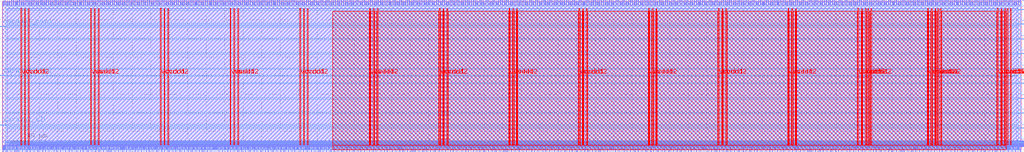
<source format=lef>
VERSION 5.7 ;
  NOWIREEXTENSIONATPIN ON ;
  DIVIDERCHAR "/" ;
  BUSBITCHARS "[]" ;
MACRO mgmt_protect
  CLASS BLOCK ;
  FOREIGN mgmt_protect ;
  ORIGIN 0.000 0.000 ;
  SIZE 1100.000 BY 160.000 ;
  PIN caravel_clk
    DIRECTION INPUT ;
    USE SIGNAL ;
    PORT
      LAYER met3 ;
        RECT -2.000 26.560 4.000 27.160 ;
    END
  END caravel_clk
  PIN caravel_clk2
    DIRECTION INPUT ;
    USE SIGNAL ;
    PORT
      LAYER met3 ;
        RECT -2.000 79.600 4.000 80.200 ;
    END
  END caravel_clk2
  PIN caravel_rstn
    DIRECTION INPUT ;
    USE SIGNAL ;
    PORT
      LAYER met3 ;
        RECT -2.000 132.640 4.000 133.240 ;
    END
  END caravel_rstn
  PIN la_data_in_core[0]
    DIRECTION OUTPUT TRISTATE ;
    USE SIGNAL ;
    PORT
      LAYER met2 ;
        RECT 236.990 156.000 237.270 162.000 ;
    END
  END la_data_in_core[0]
  PIN la_data_in_core[100]
    DIRECTION OUTPUT TRISTATE ;
    USE SIGNAL ;
    PORT
      LAYER met2 ;
        RECT 904.910 156.000 905.190 162.000 ;
    END
  END la_data_in_core[100]
  PIN la_data_in_core[101]
    DIRECTION OUTPUT TRISTATE ;
    USE SIGNAL ;
    PORT
      LAYER met2 ;
        RECT 911.350 156.000 911.630 162.000 ;
    END
  END la_data_in_core[101]
  PIN la_data_in_core[102]
    DIRECTION OUTPUT TRISTATE ;
    USE SIGNAL ;
    PORT
      LAYER met2 ;
        RECT 918.250 156.000 918.530 162.000 ;
    END
  END la_data_in_core[102]
  PIN la_data_in_core[103]
    DIRECTION OUTPUT TRISTATE ;
    USE SIGNAL ;
    PORT
      LAYER met2 ;
        RECT 924.690 156.000 924.970 162.000 ;
    END
  END la_data_in_core[103]
  PIN la_data_in_core[104]
    DIRECTION OUTPUT TRISTATE ;
    USE SIGNAL ;
    PORT
      LAYER met2 ;
        RECT 931.590 156.000 931.870 162.000 ;
    END
  END la_data_in_core[104]
  PIN la_data_in_core[105]
    DIRECTION OUTPUT TRISTATE ;
    USE SIGNAL ;
    PORT
      LAYER met2 ;
        RECT 938.030 156.000 938.310 162.000 ;
    END
  END la_data_in_core[105]
  PIN la_data_in_core[106]
    DIRECTION OUTPUT TRISTATE ;
    USE SIGNAL ;
    PORT
      LAYER met2 ;
        RECT 944.930 156.000 945.210 162.000 ;
    END
  END la_data_in_core[106]
  PIN la_data_in_core[107]
    DIRECTION OUTPUT TRISTATE ;
    USE SIGNAL ;
    PORT
      LAYER met2 ;
        RECT 951.370 156.000 951.650 162.000 ;
    END
  END la_data_in_core[107]
  PIN la_data_in_core[108]
    DIRECTION OUTPUT TRISTATE ;
    USE SIGNAL ;
    PORT
      LAYER met2 ;
        RECT 958.270 156.000 958.550 162.000 ;
    END
  END la_data_in_core[108]
  PIN la_data_in_core[109]
    DIRECTION OUTPUT TRISTATE ;
    USE SIGNAL ;
    PORT
      LAYER met2 ;
        RECT 964.710 156.000 964.990 162.000 ;
    END
  END la_data_in_core[109]
  PIN la_data_in_core[10]
    DIRECTION OUTPUT TRISTATE ;
    USE SIGNAL ;
    PORT
      LAYER met2 ;
        RECT 303.690 156.000 303.970 162.000 ;
    END
  END la_data_in_core[10]
  PIN la_data_in_core[110]
    DIRECTION OUTPUT TRISTATE ;
    USE SIGNAL ;
    PORT
      LAYER met2 ;
        RECT 971.610 156.000 971.890 162.000 ;
    END
  END la_data_in_core[110]
  PIN la_data_in_core[111]
    DIRECTION OUTPUT TRISTATE ;
    USE SIGNAL ;
    PORT
      LAYER met2 ;
        RECT 978.050 156.000 978.330 162.000 ;
    END
  END la_data_in_core[111]
  PIN la_data_in_core[112]
    DIRECTION OUTPUT TRISTATE ;
    USE SIGNAL ;
    PORT
      LAYER met2 ;
        RECT 984.950 156.000 985.230 162.000 ;
    END
  END la_data_in_core[112]
  PIN la_data_in_core[113]
    DIRECTION OUTPUT TRISTATE ;
    USE SIGNAL ;
    PORT
      LAYER met2 ;
        RECT 991.390 156.000 991.670 162.000 ;
    END
  END la_data_in_core[113]
  PIN la_data_in_core[114]
    DIRECTION OUTPUT TRISTATE ;
    USE SIGNAL ;
    PORT
      LAYER met2 ;
        RECT 998.290 156.000 998.570 162.000 ;
    END
  END la_data_in_core[114]
  PIN la_data_in_core[115]
    DIRECTION OUTPUT TRISTATE ;
    USE SIGNAL ;
    PORT
      LAYER met2 ;
        RECT 1004.730 156.000 1005.010 162.000 ;
    END
  END la_data_in_core[115]
  PIN la_data_in_core[116]
    DIRECTION OUTPUT TRISTATE ;
    USE SIGNAL ;
    PORT
      LAYER met2 ;
        RECT 1011.630 156.000 1011.910 162.000 ;
    END
  END la_data_in_core[116]
  PIN la_data_in_core[117]
    DIRECTION OUTPUT TRISTATE ;
    USE SIGNAL ;
    PORT
      LAYER met2 ;
        RECT 1018.070 156.000 1018.350 162.000 ;
    END
  END la_data_in_core[117]
  PIN la_data_in_core[118]
    DIRECTION OUTPUT TRISTATE ;
    USE SIGNAL ;
    PORT
      LAYER met2 ;
        RECT 1024.970 156.000 1025.250 162.000 ;
    END
  END la_data_in_core[118]
  PIN la_data_in_core[119]
    DIRECTION OUTPUT TRISTATE ;
    USE SIGNAL ;
    PORT
      LAYER met2 ;
        RECT 1031.410 156.000 1031.690 162.000 ;
    END
  END la_data_in_core[119]
  PIN la_data_in_core[11]
    DIRECTION OUTPUT TRISTATE ;
    USE SIGNAL ;
    PORT
      LAYER met2 ;
        RECT 310.130 156.000 310.410 162.000 ;
    END
  END la_data_in_core[11]
  PIN la_data_in_core[120]
    DIRECTION OUTPUT TRISTATE ;
    USE SIGNAL ;
    PORT
      LAYER met2 ;
        RECT 1038.310 156.000 1038.590 162.000 ;
    END
  END la_data_in_core[120]
  PIN la_data_in_core[121]
    DIRECTION OUTPUT TRISTATE ;
    USE SIGNAL ;
    PORT
      LAYER met2 ;
        RECT 1044.750 156.000 1045.030 162.000 ;
    END
  END la_data_in_core[121]
  PIN la_data_in_core[122]
    DIRECTION OUTPUT TRISTATE ;
    USE SIGNAL ;
    PORT
      LAYER met2 ;
        RECT 1051.650 156.000 1051.930 162.000 ;
    END
  END la_data_in_core[122]
  PIN la_data_in_core[123]
    DIRECTION OUTPUT TRISTATE ;
    USE SIGNAL ;
    PORT
      LAYER met2 ;
        RECT 1058.550 156.000 1058.830 162.000 ;
    END
  END la_data_in_core[123]
  PIN la_data_in_core[124]
    DIRECTION OUTPUT TRISTATE ;
    USE SIGNAL ;
    PORT
      LAYER met2 ;
        RECT 1064.990 156.000 1065.270 162.000 ;
    END
  END la_data_in_core[124]
  PIN la_data_in_core[125]
    DIRECTION OUTPUT TRISTATE ;
    USE SIGNAL ;
    PORT
      LAYER met2 ;
        RECT 1071.890 156.000 1072.170 162.000 ;
    END
  END la_data_in_core[125]
  PIN la_data_in_core[126]
    DIRECTION OUTPUT TRISTATE ;
    USE SIGNAL ;
    PORT
      LAYER met2 ;
        RECT 1078.330 156.000 1078.610 162.000 ;
    END
  END la_data_in_core[126]
  PIN la_data_in_core[127]
    DIRECTION OUTPUT TRISTATE ;
    USE SIGNAL ;
    PORT
      LAYER met2 ;
        RECT 1085.230 156.000 1085.510 162.000 ;
    END
  END la_data_in_core[127]
  PIN la_data_in_core[12]
    DIRECTION OUTPUT TRISTATE ;
    USE SIGNAL ;
    PORT
      LAYER met2 ;
        RECT 317.030 156.000 317.310 162.000 ;
    END
  END la_data_in_core[12]
  PIN la_data_in_core[13]
    DIRECTION OUTPUT TRISTATE ;
    USE SIGNAL ;
    PORT
      LAYER met2 ;
        RECT 323.470 156.000 323.750 162.000 ;
    END
  END la_data_in_core[13]
  PIN la_data_in_core[14]
    DIRECTION OUTPUT TRISTATE ;
    USE SIGNAL ;
    PORT
      LAYER met2 ;
        RECT 330.370 156.000 330.650 162.000 ;
    END
  END la_data_in_core[14]
  PIN la_data_in_core[15]
    DIRECTION OUTPUT TRISTATE ;
    USE SIGNAL ;
    PORT
      LAYER met2 ;
        RECT 336.810 156.000 337.090 162.000 ;
    END
  END la_data_in_core[15]
  PIN la_data_in_core[16]
    DIRECTION OUTPUT TRISTATE ;
    USE SIGNAL ;
    PORT
      LAYER met2 ;
        RECT 343.710 156.000 343.990 162.000 ;
    END
  END la_data_in_core[16]
  PIN la_data_in_core[17]
    DIRECTION OUTPUT TRISTATE ;
    USE SIGNAL ;
    PORT
      LAYER met2 ;
        RECT 350.150 156.000 350.430 162.000 ;
    END
  END la_data_in_core[17]
  PIN la_data_in_core[18]
    DIRECTION OUTPUT TRISTATE ;
    USE SIGNAL ;
    PORT
      LAYER met2 ;
        RECT 357.050 156.000 357.330 162.000 ;
    END
  END la_data_in_core[18]
  PIN la_data_in_core[19]
    DIRECTION OUTPUT TRISTATE ;
    USE SIGNAL ;
    PORT
      LAYER met2 ;
        RECT 363.490 156.000 363.770 162.000 ;
    END
  END la_data_in_core[19]
  PIN la_data_in_core[1]
    DIRECTION OUTPUT TRISTATE ;
    USE SIGNAL ;
    PORT
      LAYER met2 ;
        RECT 243.430 156.000 243.710 162.000 ;
    END
  END la_data_in_core[1]
  PIN la_data_in_core[20]
    DIRECTION OUTPUT TRISTATE ;
    USE SIGNAL ;
    PORT
      LAYER met2 ;
        RECT 370.390 156.000 370.670 162.000 ;
    END
  END la_data_in_core[20]
  PIN la_data_in_core[21]
    DIRECTION OUTPUT TRISTATE ;
    USE SIGNAL ;
    PORT
      LAYER met2 ;
        RECT 376.830 156.000 377.110 162.000 ;
    END
  END la_data_in_core[21]
  PIN la_data_in_core[22]
    DIRECTION OUTPUT TRISTATE ;
    USE SIGNAL ;
    PORT
      LAYER met2 ;
        RECT 383.730 156.000 384.010 162.000 ;
    END
  END la_data_in_core[22]
  PIN la_data_in_core[23]
    DIRECTION OUTPUT TRISTATE ;
    USE SIGNAL ;
    PORT
      LAYER met2 ;
        RECT 390.630 156.000 390.910 162.000 ;
    END
  END la_data_in_core[23]
  PIN la_data_in_core[24]
    DIRECTION OUTPUT TRISTATE ;
    USE SIGNAL ;
    PORT
      LAYER met2 ;
        RECT 397.070 156.000 397.350 162.000 ;
    END
  END la_data_in_core[24]
  PIN la_data_in_core[25]
    DIRECTION OUTPUT TRISTATE ;
    USE SIGNAL ;
    PORT
      LAYER met2 ;
        RECT 403.970 156.000 404.250 162.000 ;
    END
  END la_data_in_core[25]
  PIN la_data_in_core[26]
    DIRECTION OUTPUT TRISTATE ;
    USE SIGNAL ;
    PORT
      LAYER met2 ;
        RECT 410.410 156.000 410.690 162.000 ;
    END
  END la_data_in_core[26]
  PIN la_data_in_core[27]
    DIRECTION OUTPUT TRISTATE ;
    USE SIGNAL ;
    PORT
      LAYER met2 ;
        RECT 417.310 156.000 417.590 162.000 ;
    END
  END la_data_in_core[27]
  PIN la_data_in_core[28]
    DIRECTION OUTPUT TRISTATE ;
    USE SIGNAL ;
    PORT
      LAYER met2 ;
        RECT 423.750 156.000 424.030 162.000 ;
    END
  END la_data_in_core[28]
  PIN la_data_in_core[29]
    DIRECTION OUTPUT TRISTATE ;
    USE SIGNAL ;
    PORT
      LAYER met2 ;
        RECT 430.650 156.000 430.930 162.000 ;
    END
  END la_data_in_core[29]
  PIN la_data_in_core[2]
    DIRECTION OUTPUT TRISTATE ;
    USE SIGNAL ;
    PORT
      LAYER met2 ;
        RECT 250.330 156.000 250.610 162.000 ;
    END
  END la_data_in_core[2]
  PIN la_data_in_core[30]
    DIRECTION OUTPUT TRISTATE ;
    USE SIGNAL ;
    PORT
      LAYER met2 ;
        RECT 437.090 156.000 437.370 162.000 ;
    END
  END la_data_in_core[30]
  PIN la_data_in_core[31]
    DIRECTION OUTPUT TRISTATE ;
    USE SIGNAL ;
    PORT
      LAYER met2 ;
        RECT 443.990 156.000 444.270 162.000 ;
    END
  END la_data_in_core[31]
  PIN la_data_in_core[32]
    DIRECTION OUTPUT TRISTATE ;
    USE SIGNAL ;
    PORT
      LAYER met2 ;
        RECT 450.430 156.000 450.710 162.000 ;
    END
  END la_data_in_core[32]
  PIN la_data_in_core[33]
    DIRECTION OUTPUT TRISTATE ;
    USE SIGNAL ;
    PORT
      LAYER met2 ;
        RECT 457.330 156.000 457.610 162.000 ;
    END
  END la_data_in_core[33]
  PIN la_data_in_core[34]
    DIRECTION OUTPUT TRISTATE ;
    USE SIGNAL ;
    PORT
      LAYER met2 ;
        RECT 463.770 156.000 464.050 162.000 ;
    END
  END la_data_in_core[34]
  PIN la_data_in_core[35]
    DIRECTION OUTPUT TRISTATE ;
    USE SIGNAL ;
    PORT
      LAYER met2 ;
        RECT 470.670 156.000 470.950 162.000 ;
    END
  END la_data_in_core[35]
  PIN la_data_in_core[36]
    DIRECTION OUTPUT TRISTATE ;
    USE SIGNAL ;
    PORT
      LAYER met2 ;
        RECT 477.110 156.000 477.390 162.000 ;
    END
  END la_data_in_core[36]
  PIN la_data_in_core[37]
    DIRECTION OUTPUT TRISTATE ;
    USE SIGNAL ;
    PORT
      LAYER met2 ;
        RECT 484.010 156.000 484.290 162.000 ;
    END
  END la_data_in_core[37]
  PIN la_data_in_core[38]
    DIRECTION OUTPUT TRISTATE ;
    USE SIGNAL ;
    PORT
      LAYER met2 ;
        RECT 490.450 156.000 490.730 162.000 ;
    END
  END la_data_in_core[38]
  PIN la_data_in_core[39]
    DIRECTION OUTPUT TRISTATE ;
    USE SIGNAL ;
    PORT
      LAYER met2 ;
        RECT 497.350 156.000 497.630 162.000 ;
    END
  END la_data_in_core[39]
  PIN la_data_in_core[3]
    DIRECTION OUTPUT TRISTATE ;
    USE SIGNAL ;
    PORT
      LAYER met2 ;
        RECT 256.770 156.000 257.050 162.000 ;
    END
  END la_data_in_core[3]
  PIN la_data_in_core[40]
    DIRECTION OUTPUT TRISTATE ;
    USE SIGNAL ;
    PORT
      LAYER met2 ;
        RECT 503.790 156.000 504.070 162.000 ;
    END
  END la_data_in_core[40]
  PIN la_data_in_core[41]
    DIRECTION OUTPUT TRISTATE ;
    USE SIGNAL ;
    PORT
      LAYER met2 ;
        RECT 510.690 156.000 510.970 162.000 ;
    END
  END la_data_in_core[41]
  PIN la_data_in_core[42]
    DIRECTION OUTPUT TRISTATE ;
    USE SIGNAL ;
    PORT
      LAYER met2 ;
        RECT 517.130 156.000 517.410 162.000 ;
    END
  END la_data_in_core[42]
  PIN la_data_in_core[43]
    DIRECTION OUTPUT TRISTATE ;
    USE SIGNAL ;
    PORT
      LAYER met2 ;
        RECT 524.030 156.000 524.310 162.000 ;
    END
  END la_data_in_core[43]
  PIN la_data_in_core[44]
    DIRECTION OUTPUT TRISTATE ;
    USE SIGNAL ;
    PORT
      LAYER met2 ;
        RECT 530.470 156.000 530.750 162.000 ;
    END
  END la_data_in_core[44]
  PIN la_data_in_core[45]
    DIRECTION OUTPUT TRISTATE ;
    USE SIGNAL ;
    PORT
      LAYER met2 ;
        RECT 537.370 156.000 537.650 162.000 ;
    END
  END la_data_in_core[45]
  PIN la_data_in_core[46]
    DIRECTION OUTPUT TRISTATE ;
    USE SIGNAL ;
    PORT
      LAYER met2 ;
        RECT 543.810 156.000 544.090 162.000 ;
    END
  END la_data_in_core[46]
  PIN la_data_in_core[47]
    DIRECTION OUTPUT TRISTATE ;
    USE SIGNAL ;
    PORT
      LAYER met2 ;
        RECT 550.710 156.000 550.990 162.000 ;
    END
  END la_data_in_core[47]
  PIN la_data_in_core[48]
    DIRECTION OUTPUT TRISTATE ;
    USE SIGNAL ;
    PORT
      LAYER met2 ;
        RECT 557.610 156.000 557.890 162.000 ;
    END
  END la_data_in_core[48]
  PIN la_data_in_core[49]
    DIRECTION OUTPUT TRISTATE ;
    USE SIGNAL ;
    PORT
      LAYER met2 ;
        RECT 564.050 156.000 564.330 162.000 ;
    END
  END la_data_in_core[49]
  PIN la_data_in_core[4]
    DIRECTION OUTPUT TRISTATE ;
    USE SIGNAL ;
    PORT
      LAYER met2 ;
        RECT 263.670 156.000 263.950 162.000 ;
    END
  END la_data_in_core[4]
  PIN la_data_in_core[50]
    DIRECTION OUTPUT TRISTATE ;
    USE SIGNAL ;
    PORT
      LAYER met2 ;
        RECT 570.950 156.000 571.230 162.000 ;
    END
  END la_data_in_core[50]
  PIN la_data_in_core[51]
    DIRECTION OUTPUT TRISTATE ;
    USE SIGNAL ;
    PORT
      LAYER met2 ;
        RECT 577.390 156.000 577.670 162.000 ;
    END
  END la_data_in_core[51]
  PIN la_data_in_core[52]
    DIRECTION OUTPUT TRISTATE ;
    USE SIGNAL ;
    PORT
      LAYER met2 ;
        RECT 584.290 156.000 584.570 162.000 ;
    END
  END la_data_in_core[52]
  PIN la_data_in_core[53]
    DIRECTION OUTPUT TRISTATE ;
    USE SIGNAL ;
    PORT
      LAYER met2 ;
        RECT 590.730 156.000 591.010 162.000 ;
    END
  END la_data_in_core[53]
  PIN la_data_in_core[54]
    DIRECTION OUTPUT TRISTATE ;
    USE SIGNAL ;
    PORT
      LAYER met2 ;
        RECT 597.630 156.000 597.910 162.000 ;
    END
  END la_data_in_core[54]
  PIN la_data_in_core[55]
    DIRECTION OUTPUT TRISTATE ;
    USE SIGNAL ;
    PORT
      LAYER met2 ;
        RECT 604.070 156.000 604.350 162.000 ;
    END
  END la_data_in_core[55]
  PIN la_data_in_core[56]
    DIRECTION OUTPUT TRISTATE ;
    USE SIGNAL ;
    PORT
      LAYER met2 ;
        RECT 610.970 156.000 611.250 162.000 ;
    END
  END la_data_in_core[56]
  PIN la_data_in_core[57]
    DIRECTION OUTPUT TRISTATE ;
    USE SIGNAL ;
    PORT
      LAYER met2 ;
        RECT 617.410 156.000 617.690 162.000 ;
    END
  END la_data_in_core[57]
  PIN la_data_in_core[58]
    DIRECTION OUTPUT TRISTATE ;
    USE SIGNAL ;
    PORT
      LAYER met2 ;
        RECT 624.310 156.000 624.590 162.000 ;
    END
  END la_data_in_core[58]
  PIN la_data_in_core[59]
    DIRECTION OUTPUT TRISTATE ;
    USE SIGNAL ;
    PORT
      LAYER met2 ;
        RECT 630.750 156.000 631.030 162.000 ;
    END
  END la_data_in_core[59]
  PIN la_data_in_core[5]
    DIRECTION OUTPUT TRISTATE ;
    USE SIGNAL ;
    PORT
      LAYER met2 ;
        RECT 270.110 156.000 270.390 162.000 ;
    END
  END la_data_in_core[5]
  PIN la_data_in_core[60]
    DIRECTION OUTPUT TRISTATE ;
    USE SIGNAL ;
    PORT
      LAYER met2 ;
        RECT 637.650 156.000 637.930 162.000 ;
    END
  END la_data_in_core[60]
  PIN la_data_in_core[61]
    DIRECTION OUTPUT TRISTATE ;
    USE SIGNAL ;
    PORT
      LAYER met2 ;
        RECT 644.090 156.000 644.370 162.000 ;
    END
  END la_data_in_core[61]
  PIN la_data_in_core[62]
    DIRECTION OUTPUT TRISTATE ;
    USE SIGNAL ;
    PORT
      LAYER met2 ;
        RECT 650.990 156.000 651.270 162.000 ;
    END
  END la_data_in_core[62]
  PIN la_data_in_core[63]
    DIRECTION OUTPUT TRISTATE ;
    USE SIGNAL ;
    PORT
      LAYER met2 ;
        RECT 657.430 156.000 657.710 162.000 ;
    END
  END la_data_in_core[63]
  PIN la_data_in_core[64]
    DIRECTION OUTPUT TRISTATE ;
    USE SIGNAL ;
    PORT
      LAYER met2 ;
        RECT 664.330 156.000 664.610 162.000 ;
    END
  END la_data_in_core[64]
  PIN la_data_in_core[65]
    DIRECTION OUTPUT TRISTATE ;
    USE SIGNAL ;
    PORT
      LAYER met2 ;
        RECT 670.770 156.000 671.050 162.000 ;
    END
  END la_data_in_core[65]
  PIN la_data_in_core[66]
    DIRECTION OUTPUT TRISTATE ;
    USE SIGNAL ;
    PORT
      LAYER met2 ;
        RECT 677.670 156.000 677.950 162.000 ;
    END
  END la_data_in_core[66]
  PIN la_data_in_core[67]
    DIRECTION OUTPUT TRISTATE ;
    USE SIGNAL ;
    PORT
      LAYER met2 ;
        RECT 684.110 156.000 684.390 162.000 ;
    END
  END la_data_in_core[67]
  PIN la_data_in_core[68]
    DIRECTION OUTPUT TRISTATE ;
    USE SIGNAL ;
    PORT
      LAYER met2 ;
        RECT 691.010 156.000 691.290 162.000 ;
    END
  END la_data_in_core[68]
  PIN la_data_in_core[69]
    DIRECTION OUTPUT TRISTATE ;
    USE SIGNAL ;
    PORT
      LAYER met2 ;
        RECT 697.450 156.000 697.730 162.000 ;
    END
  END la_data_in_core[69]
  PIN la_data_in_core[6]
    DIRECTION OUTPUT TRISTATE ;
    USE SIGNAL ;
    PORT
      LAYER met2 ;
        RECT 277.010 156.000 277.290 162.000 ;
    END
  END la_data_in_core[6]
  PIN la_data_in_core[70]
    DIRECTION OUTPUT TRISTATE ;
    USE SIGNAL ;
    PORT
      LAYER met2 ;
        RECT 704.350 156.000 704.630 162.000 ;
    END
  END la_data_in_core[70]
  PIN la_data_in_core[71]
    DIRECTION OUTPUT TRISTATE ;
    USE SIGNAL ;
    PORT
      LAYER met2 ;
        RECT 710.790 156.000 711.070 162.000 ;
    END
  END la_data_in_core[71]
  PIN la_data_in_core[72]
    DIRECTION OUTPUT TRISTATE ;
    USE SIGNAL ;
    PORT
      LAYER met2 ;
        RECT 717.690 156.000 717.970 162.000 ;
    END
  END la_data_in_core[72]
  PIN la_data_in_core[73]
    DIRECTION OUTPUT TRISTATE ;
    USE SIGNAL ;
    PORT
      LAYER met2 ;
        RECT 724.590 156.000 724.870 162.000 ;
    END
  END la_data_in_core[73]
  PIN la_data_in_core[74]
    DIRECTION OUTPUT TRISTATE ;
    USE SIGNAL ;
    PORT
      LAYER met2 ;
        RECT 731.030 156.000 731.310 162.000 ;
    END
  END la_data_in_core[74]
  PIN la_data_in_core[75]
    DIRECTION OUTPUT TRISTATE ;
    USE SIGNAL ;
    PORT
      LAYER met2 ;
        RECT 737.930 156.000 738.210 162.000 ;
    END
  END la_data_in_core[75]
  PIN la_data_in_core[76]
    DIRECTION OUTPUT TRISTATE ;
    USE SIGNAL ;
    PORT
      LAYER met2 ;
        RECT 744.370 156.000 744.650 162.000 ;
    END
  END la_data_in_core[76]
  PIN la_data_in_core[77]
    DIRECTION OUTPUT TRISTATE ;
    USE SIGNAL ;
    PORT
      LAYER met2 ;
        RECT 751.270 156.000 751.550 162.000 ;
    END
  END la_data_in_core[77]
  PIN la_data_in_core[78]
    DIRECTION OUTPUT TRISTATE ;
    USE SIGNAL ;
    PORT
      LAYER met2 ;
        RECT 757.710 156.000 757.990 162.000 ;
    END
  END la_data_in_core[78]
  PIN la_data_in_core[79]
    DIRECTION OUTPUT TRISTATE ;
    USE SIGNAL ;
    PORT
      LAYER met2 ;
        RECT 764.610 156.000 764.890 162.000 ;
    END
  END la_data_in_core[79]
  PIN la_data_in_core[7]
    DIRECTION OUTPUT TRISTATE ;
    USE SIGNAL ;
    PORT
      LAYER met2 ;
        RECT 283.450 156.000 283.730 162.000 ;
    END
  END la_data_in_core[7]
  PIN la_data_in_core[80]
    DIRECTION OUTPUT TRISTATE ;
    USE SIGNAL ;
    PORT
      LAYER met2 ;
        RECT 771.050 156.000 771.330 162.000 ;
    END
  END la_data_in_core[80]
  PIN la_data_in_core[81]
    DIRECTION OUTPUT TRISTATE ;
    USE SIGNAL ;
    PORT
      LAYER met2 ;
        RECT 777.950 156.000 778.230 162.000 ;
    END
  END la_data_in_core[81]
  PIN la_data_in_core[82]
    DIRECTION OUTPUT TRISTATE ;
    USE SIGNAL ;
    PORT
      LAYER met2 ;
        RECT 784.390 156.000 784.670 162.000 ;
    END
  END la_data_in_core[82]
  PIN la_data_in_core[83]
    DIRECTION OUTPUT TRISTATE ;
    USE SIGNAL ;
    PORT
      LAYER met2 ;
        RECT 791.290 156.000 791.570 162.000 ;
    END
  END la_data_in_core[83]
  PIN la_data_in_core[84]
    DIRECTION OUTPUT TRISTATE ;
    USE SIGNAL ;
    PORT
      LAYER met2 ;
        RECT 797.730 156.000 798.010 162.000 ;
    END
  END la_data_in_core[84]
  PIN la_data_in_core[85]
    DIRECTION OUTPUT TRISTATE ;
    USE SIGNAL ;
    PORT
      LAYER met2 ;
        RECT 804.630 156.000 804.910 162.000 ;
    END
  END la_data_in_core[85]
  PIN la_data_in_core[86]
    DIRECTION OUTPUT TRISTATE ;
    USE SIGNAL ;
    PORT
      LAYER met2 ;
        RECT 811.070 156.000 811.350 162.000 ;
    END
  END la_data_in_core[86]
  PIN la_data_in_core[87]
    DIRECTION OUTPUT TRISTATE ;
    USE SIGNAL ;
    PORT
      LAYER met2 ;
        RECT 817.970 156.000 818.250 162.000 ;
    END
  END la_data_in_core[87]
  PIN la_data_in_core[88]
    DIRECTION OUTPUT TRISTATE ;
    USE SIGNAL ;
    PORT
      LAYER met2 ;
        RECT 824.410 156.000 824.690 162.000 ;
    END
  END la_data_in_core[88]
  PIN la_data_in_core[89]
    DIRECTION OUTPUT TRISTATE ;
    USE SIGNAL ;
    PORT
      LAYER met2 ;
        RECT 831.310 156.000 831.590 162.000 ;
    END
  END la_data_in_core[89]
  PIN la_data_in_core[8]
    DIRECTION OUTPUT TRISTATE ;
    USE SIGNAL ;
    PORT
      LAYER met2 ;
        RECT 290.350 156.000 290.630 162.000 ;
    END
  END la_data_in_core[8]
  PIN la_data_in_core[90]
    DIRECTION OUTPUT TRISTATE ;
    USE SIGNAL ;
    PORT
      LAYER met2 ;
        RECT 837.750 156.000 838.030 162.000 ;
    END
  END la_data_in_core[90]
  PIN la_data_in_core[91]
    DIRECTION OUTPUT TRISTATE ;
    USE SIGNAL ;
    PORT
      LAYER met2 ;
        RECT 844.650 156.000 844.930 162.000 ;
    END
  END la_data_in_core[91]
  PIN la_data_in_core[92]
    DIRECTION OUTPUT TRISTATE ;
    USE SIGNAL ;
    PORT
      LAYER met2 ;
        RECT 851.090 156.000 851.370 162.000 ;
    END
  END la_data_in_core[92]
  PIN la_data_in_core[93]
    DIRECTION OUTPUT TRISTATE ;
    USE SIGNAL ;
    PORT
      LAYER met2 ;
        RECT 857.990 156.000 858.270 162.000 ;
    END
  END la_data_in_core[93]
  PIN la_data_in_core[94]
    DIRECTION OUTPUT TRISTATE ;
    USE SIGNAL ;
    PORT
      LAYER met2 ;
        RECT 864.430 156.000 864.710 162.000 ;
    END
  END la_data_in_core[94]
  PIN la_data_in_core[95]
    DIRECTION OUTPUT TRISTATE ;
    USE SIGNAL ;
    PORT
      LAYER met2 ;
        RECT 871.330 156.000 871.610 162.000 ;
    END
  END la_data_in_core[95]
  PIN la_data_in_core[96]
    DIRECTION OUTPUT TRISTATE ;
    USE SIGNAL ;
    PORT
      LAYER met2 ;
        RECT 877.770 156.000 878.050 162.000 ;
    END
  END la_data_in_core[96]
  PIN la_data_in_core[97]
    DIRECTION OUTPUT TRISTATE ;
    USE SIGNAL ;
    PORT
      LAYER met2 ;
        RECT 884.670 156.000 884.950 162.000 ;
    END
  END la_data_in_core[97]
  PIN la_data_in_core[98]
    DIRECTION OUTPUT TRISTATE ;
    USE SIGNAL ;
    PORT
      LAYER met2 ;
        RECT 891.570 156.000 891.850 162.000 ;
    END
  END la_data_in_core[98]
  PIN la_data_in_core[99]
    DIRECTION OUTPUT TRISTATE ;
    USE SIGNAL ;
    PORT
      LAYER met2 ;
        RECT 898.010 156.000 898.290 162.000 ;
    END
  END la_data_in_core[99]
  PIN la_data_in_core[9]
    DIRECTION OUTPUT TRISTATE ;
    USE SIGNAL ;
    PORT
      LAYER met2 ;
        RECT 296.790 156.000 297.070 162.000 ;
    END
  END la_data_in_core[9]
  PIN la_data_in_mprj[0]
    DIRECTION OUTPUT TRISTATE ;
    USE SIGNAL ;
    PORT
      LAYER met2 ;
        RECT 0.550 -2.000 0.830 4.000 ;
    END
  END la_data_in_mprj[0]
  PIN la_data_in_mprj[100]
    DIRECTION OUTPUT TRISTATE ;
    USE SIGNAL ;
    PORT
      LAYER met2 ;
        RECT 713.550 -2.000 713.830 4.000 ;
    END
  END la_data_in_mprj[100]
  PIN la_data_in_mprj[101]
    DIRECTION OUTPUT TRISTATE ;
    USE SIGNAL ;
    PORT
      LAYER met2 ;
        RECT 720.450 -2.000 720.730 4.000 ;
    END
  END la_data_in_mprj[101]
  PIN la_data_in_mprj[102]
    DIRECTION OUTPUT TRISTATE ;
    USE SIGNAL ;
    PORT
      LAYER met2 ;
        RECT 727.810 -2.000 728.090 4.000 ;
    END
  END la_data_in_mprj[102]
  PIN la_data_in_mprj[103]
    DIRECTION OUTPUT TRISTATE ;
    USE SIGNAL ;
    PORT
      LAYER met2 ;
        RECT 734.710 -2.000 734.990 4.000 ;
    END
  END la_data_in_mprj[103]
  PIN la_data_in_mprj[104]
    DIRECTION OUTPUT TRISTATE ;
    USE SIGNAL ;
    PORT
      LAYER met2 ;
        RECT 742.070 -2.000 742.350 4.000 ;
    END
  END la_data_in_mprj[104]
  PIN la_data_in_mprj[105]
    DIRECTION OUTPUT TRISTATE ;
    USE SIGNAL ;
    PORT
      LAYER met2 ;
        RECT 748.970 -2.000 749.250 4.000 ;
    END
  END la_data_in_mprj[105]
  PIN la_data_in_mprj[106]
    DIRECTION OUTPUT TRISTATE ;
    USE SIGNAL ;
    PORT
      LAYER met2 ;
        RECT 756.330 -2.000 756.610 4.000 ;
    END
  END la_data_in_mprj[106]
  PIN la_data_in_mprj[107]
    DIRECTION OUTPUT TRISTATE ;
    USE SIGNAL ;
    PORT
      LAYER met2 ;
        RECT 763.230 -2.000 763.510 4.000 ;
    END
  END la_data_in_mprj[107]
  PIN la_data_in_mprj[108]
    DIRECTION OUTPUT TRISTATE ;
    USE SIGNAL ;
    PORT
      LAYER met2 ;
        RECT 770.590 -2.000 770.870 4.000 ;
    END
  END la_data_in_mprj[108]
  PIN la_data_in_mprj[109]
    DIRECTION OUTPUT TRISTATE ;
    USE SIGNAL ;
    PORT
      LAYER met2 ;
        RECT 777.490 -2.000 777.770 4.000 ;
    END
  END la_data_in_mprj[109]
  PIN la_data_in_mprj[10]
    DIRECTION OUTPUT TRISTATE ;
    USE SIGNAL ;
    PORT
      LAYER met2 ;
        RECT 71.850 -2.000 72.130 4.000 ;
    END
  END la_data_in_mprj[10]
  PIN la_data_in_mprj[110]
    DIRECTION OUTPUT TRISTATE ;
    USE SIGNAL ;
    PORT
      LAYER met2 ;
        RECT 784.850 -2.000 785.130 4.000 ;
    END
  END la_data_in_mprj[110]
  PIN la_data_in_mprj[111]
    DIRECTION OUTPUT TRISTATE ;
    USE SIGNAL ;
    PORT
      LAYER met2 ;
        RECT 791.750 -2.000 792.030 4.000 ;
    END
  END la_data_in_mprj[111]
  PIN la_data_in_mprj[112]
    DIRECTION OUTPUT TRISTATE ;
    USE SIGNAL ;
    PORT
      LAYER met2 ;
        RECT 799.110 -2.000 799.390 4.000 ;
    END
  END la_data_in_mprj[112]
  PIN la_data_in_mprj[113]
    DIRECTION OUTPUT TRISTATE ;
    USE SIGNAL ;
    PORT
      LAYER met2 ;
        RECT 806.010 -2.000 806.290 4.000 ;
    END
  END la_data_in_mprj[113]
  PIN la_data_in_mprj[114]
    DIRECTION OUTPUT TRISTATE ;
    USE SIGNAL ;
    PORT
      LAYER met2 ;
        RECT 813.370 -2.000 813.650 4.000 ;
    END
  END la_data_in_mprj[114]
  PIN la_data_in_mprj[115]
    DIRECTION OUTPUT TRISTATE ;
    USE SIGNAL ;
    PORT
      LAYER met2 ;
        RECT 820.270 -2.000 820.550 4.000 ;
    END
  END la_data_in_mprj[115]
  PIN la_data_in_mprj[116]
    DIRECTION OUTPUT TRISTATE ;
    USE SIGNAL ;
    PORT
      LAYER met2 ;
        RECT 827.630 -2.000 827.910 4.000 ;
    END
  END la_data_in_mprj[116]
  PIN la_data_in_mprj[117]
    DIRECTION OUTPUT TRISTATE ;
    USE SIGNAL ;
    PORT
      LAYER met2 ;
        RECT 834.530 -2.000 834.810 4.000 ;
    END
  END la_data_in_mprj[117]
  PIN la_data_in_mprj[118]
    DIRECTION OUTPUT TRISTATE ;
    USE SIGNAL ;
    PORT
      LAYER met2 ;
        RECT 841.890 -2.000 842.170 4.000 ;
    END
  END la_data_in_mprj[118]
  PIN la_data_in_mprj[119]
    DIRECTION OUTPUT TRISTATE ;
    USE SIGNAL ;
    PORT
      LAYER met2 ;
        RECT 848.790 -2.000 849.070 4.000 ;
    END
  END la_data_in_mprj[119]
  PIN la_data_in_mprj[11]
    DIRECTION OUTPUT TRISTATE ;
    USE SIGNAL ;
    PORT
      LAYER met2 ;
        RECT 78.750 -2.000 79.030 4.000 ;
    END
  END la_data_in_mprj[11]
  PIN la_data_in_mprj[120]
    DIRECTION OUTPUT TRISTATE ;
    USE SIGNAL ;
    PORT
      LAYER met2 ;
        RECT 856.150 -2.000 856.430 4.000 ;
    END
  END la_data_in_mprj[120]
  PIN la_data_in_mprj[121]
    DIRECTION OUTPUT TRISTATE ;
    USE SIGNAL ;
    PORT
      LAYER met2 ;
        RECT 863.050 -2.000 863.330 4.000 ;
    END
  END la_data_in_mprj[121]
  PIN la_data_in_mprj[122]
    DIRECTION OUTPUT TRISTATE ;
    USE SIGNAL ;
    PORT
      LAYER met2 ;
        RECT 870.410 -2.000 870.690 4.000 ;
    END
  END la_data_in_mprj[122]
  PIN la_data_in_mprj[123]
    DIRECTION OUTPUT TRISTATE ;
    USE SIGNAL ;
    PORT
      LAYER met2 ;
        RECT 877.310 -2.000 877.590 4.000 ;
    END
  END la_data_in_mprj[123]
  PIN la_data_in_mprj[124]
    DIRECTION OUTPUT TRISTATE ;
    USE SIGNAL ;
    PORT
      LAYER met2 ;
        RECT 884.670 -2.000 884.950 4.000 ;
    END
  END la_data_in_mprj[124]
  PIN la_data_in_mprj[125]
    DIRECTION OUTPUT TRISTATE ;
    USE SIGNAL ;
    PORT
      LAYER met2 ;
        RECT 891.570 -2.000 891.850 4.000 ;
    END
  END la_data_in_mprj[125]
  PIN la_data_in_mprj[126]
    DIRECTION OUTPUT TRISTATE ;
    USE SIGNAL ;
    PORT
      LAYER met2 ;
        RECT 898.930 -2.000 899.210 4.000 ;
    END
  END la_data_in_mprj[126]
  PIN la_data_in_mprj[127]
    DIRECTION OUTPUT TRISTATE ;
    USE SIGNAL ;
    PORT
      LAYER met2 ;
        RECT 905.830 -2.000 906.110 4.000 ;
    END
  END la_data_in_mprj[127]
  PIN la_data_in_mprj[12]
    DIRECTION OUTPUT TRISTATE ;
    USE SIGNAL ;
    PORT
      LAYER met2 ;
        RECT 86.110 -2.000 86.390 4.000 ;
    END
  END la_data_in_mprj[12]
  PIN la_data_in_mprj[13]
    DIRECTION OUTPUT TRISTATE ;
    USE SIGNAL ;
    PORT
      LAYER met2 ;
        RECT 93.010 -2.000 93.290 4.000 ;
    END
  END la_data_in_mprj[13]
  PIN la_data_in_mprj[14]
    DIRECTION OUTPUT TRISTATE ;
    USE SIGNAL ;
    PORT
      LAYER met2 ;
        RECT 100.370 -2.000 100.650 4.000 ;
    END
  END la_data_in_mprj[14]
  PIN la_data_in_mprj[15]
    DIRECTION OUTPUT TRISTATE ;
    USE SIGNAL ;
    PORT
      LAYER met2 ;
        RECT 107.270 -2.000 107.550 4.000 ;
    END
  END la_data_in_mprj[15]
  PIN la_data_in_mprj[16]
    DIRECTION OUTPUT TRISTATE ;
    USE SIGNAL ;
    PORT
      LAYER met2 ;
        RECT 114.630 -2.000 114.910 4.000 ;
    END
  END la_data_in_mprj[16]
  PIN la_data_in_mprj[17]
    DIRECTION OUTPUT TRISTATE ;
    USE SIGNAL ;
    PORT
      LAYER met2 ;
        RECT 121.530 -2.000 121.810 4.000 ;
    END
  END la_data_in_mprj[17]
  PIN la_data_in_mprj[18]
    DIRECTION OUTPUT TRISTATE ;
    USE SIGNAL ;
    PORT
      LAYER met2 ;
        RECT 128.890 -2.000 129.170 4.000 ;
    END
  END la_data_in_mprj[18]
  PIN la_data_in_mprj[19]
    DIRECTION OUTPUT TRISTATE ;
    USE SIGNAL ;
    PORT
      LAYER met2 ;
        RECT 135.790 -2.000 136.070 4.000 ;
    END
  END la_data_in_mprj[19]
  PIN la_data_in_mprj[1]
    DIRECTION OUTPUT TRISTATE ;
    USE SIGNAL ;
    PORT
      LAYER met2 ;
        RECT 7.450 -2.000 7.730 4.000 ;
    END
  END la_data_in_mprj[1]
  PIN la_data_in_mprj[20]
    DIRECTION OUTPUT TRISTATE ;
    USE SIGNAL ;
    PORT
      LAYER met2 ;
        RECT 143.150 -2.000 143.430 4.000 ;
    END
  END la_data_in_mprj[20]
  PIN la_data_in_mprj[21]
    DIRECTION OUTPUT TRISTATE ;
    USE SIGNAL ;
    PORT
      LAYER met2 ;
        RECT 150.050 -2.000 150.330 4.000 ;
    END
  END la_data_in_mprj[21]
  PIN la_data_in_mprj[22]
    DIRECTION OUTPUT TRISTATE ;
    USE SIGNAL ;
    PORT
      LAYER met2 ;
        RECT 157.410 -2.000 157.690 4.000 ;
    END
  END la_data_in_mprj[22]
  PIN la_data_in_mprj[23]
    DIRECTION OUTPUT TRISTATE ;
    USE SIGNAL ;
    PORT
      LAYER met2 ;
        RECT 164.310 -2.000 164.590 4.000 ;
    END
  END la_data_in_mprj[23]
  PIN la_data_in_mprj[24]
    DIRECTION OUTPUT TRISTATE ;
    USE SIGNAL ;
    PORT
      LAYER met2 ;
        RECT 171.670 -2.000 171.950 4.000 ;
    END
  END la_data_in_mprj[24]
  PIN la_data_in_mprj[25]
    DIRECTION OUTPUT TRISTATE ;
    USE SIGNAL ;
    PORT
      LAYER met2 ;
        RECT 178.570 -2.000 178.850 4.000 ;
    END
  END la_data_in_mprj[25]
  PIN la_data_in_mprj[26]
    DIRECTION OUTPUT TRISTATE ;
    USE SIGNAL ;
    PORT
      LAYER met2 ;
        RECT 185.930 -2.000 186.210 4.000 ;
    END
  END la_data_in_mprj[26]
  PIN la_data_in_mprj[27]
    DIRECTION OUTPUT TRISTATE ;
    USE SIGNAL ;
    PORT
      LAYER met2 ;
        RECT 192.830 -2.000 193.110 4.000 ;
    END
  END la_data_in_mprj[27]
  PIN la_data_in_mprj[28]
    DIRECTION OUTPUT TRISTATE ;
    USE SIGNAL ;
    PORT
      LAYER met2 ;
        RECT 200.190 -2.000 200.470 4.000 ;
    END
  END la_data_in_mprj[28]
  PIN la_data_in_mprj[29]
    DIRECTION OUTPUT TRISTATE ;
    USE SIGNAL ;
    PORT
      LAYER met2 ;
        RECT 207.090 -2.000 207.370 4.000 ;
    END
  END la_data_in_mprj[29]
  PIN la_data_in_mprj[2]
    DIRECTION OUTPUT TRISTATE ;
    USE SIGNAL ;
    PORT
      LAYER met2 ;
        RECT 14.810 -2.000 15.090 4.000 ;
    END
  END la_data_in_mprj[2]
  PIN la_data_in_mprj[30]
    DIRECTION OUTPUT TRISTATE ;
    USE SIGNAL ;
    PORT
      LAYER met2 ;
        RECT 214.450 -2.000 214.730 4.000 ;
    END
  END la_data_in_mprj[30]
  PIN la_data_in_mprj[31]
    DIRECTION OUTPUT TRISTATE ;
    USE SIGNAL ;
    PORT
      LAYER met2 ;
        RECT 221.350 -2.000 221.630 4.000 ;
    END
  END la_data_in_mprj[31]
  PIN la_data_in_mprj[32]
    DIRECTION OUTPUT TRISTATE ;
    USE SIGNAL ;
    PORT
      LAYER met2 ;
        RECT 228.710 -2.000 228.990 4.000 ;
    END
  END la_data_in_mprj[32]
  PIN la_data_in_mprj[33]
    DIRECTION OUTPUT TRISTATE ;
    USE SIGNAL ;
    PORT
      LAYER met2 ;
        RECT 235.610 -2.000 235.890 4.000 ;
    END
  END la_data_in_mprj[33]
  PIN la_data_in_mprj[34]
    DIRECTION OUTPUT TRISTATE ;
    USE SIGNAL ;
    PORT
      LAYER met2 ;
        RECT 242.970 -2.000 243.250 4.000 ;
    END
  END la_data_in_mprj[34]
  PIN la_data_in_mprj[35]
    DIRECTION OUTPUT TRISTATE ;
    USE SIGNAL ;
    PORT
      LAYER met2 ;
        RECT 249.870 -2.000 250.150 4.000 ;
    END
  END la_data_in_mprj[35]
  PIN la_data_in_mprj[36]
    DIRECTION OUTPUT TRISTATE ;
    USE SIGNAL ;
    PORT
      LAYER met2 ;
        RECT 257.230 -2.000 257.510 4.000 ;
    END
  END la_data_in_mprj[36]
  PIN la_data_in_mprj[37]
    DIRECTION OUTPUT TRISTATE ;
    USE SIGNAL ;
    PORT
      LAYER met2 ;
        RECT 264.130 -2.000 264.410 4.000 ;
    END
  END la_data_in_mprj[37]
  PIN la_data_in_mprj[38]
    DIRECTION OUTPUT TRISTATE ;
    USE SIGNAL ;
    PORT
      LAYER met2 ;
        RECT 271.490 -2.000 271.770 4.000 ;
    END
  END la_data_in_mprj[38]
  PIN la_data_in_mprj[39]
    DIRECTION OUTPUT TRISTATE ;
    USE SIGNAL ;
    PORT
      LAYER met2 ;
        RECT 278.390 -2.000 278.670 4.000 ;
    END
  END la_data_in_mprj[39]
  PIN la_data_in_mprj[3]
    DIRECTION OUTPUT TRISTATE ;
    USE SIGNAL ;
    PORT
      LAYER met2 ;
        RECT 21.710 -2.000 21.990 4.000 ;
    END
  END la_data_in_mprj[3]
  PIN la_data_in_mprj[40]
    DIRECTION OUTPUT TRISTATE ;
    USE SIGNAL ;
    PORT
      LAYER met2 ;
        RECT 285.750 -2.000 286.030 4.000 ;
    END
  END la_data_in_mprj[40]
  PIN la_data_in_mprj[41]
    DIRECTION OUTPUT TRISTATE ;
    USE SIGNAL ;
    PORT
      LAYER met2 ;
        RECT 292.650 -2.000 292.930 4.000 ;
    END
  END la_data_in_mprj[41]
  PIN la_data_in_mprj[42]
    DIRECTION OUTPUT TRISTATE ;
    USE SIGNAL ;
    PORT
      LAYER met2 ;
        RECT 300.010 -2.000 300.290 4.000 ;
    END
  END la_data_in_mprj[42]
  PIN la_data_in_mprj[43]
    DIRECTION OUTPUT TRISTATE ;
    USE SIGNAL ;
    PORT
      LAYER met2 ;
        RECT 306.910 -2.000 307.190 4.000 ;
    END
  END la_data_in_mprj[43]
  PIN la_data_in_mprj[44]
    DIRECTION OUTPUT TRISTATE ;
    USE SIGNAL ;
    PORT
      LAYER met2 ;
        RECT 314.270 -2.000 314.550 4.000 ;
    END
  END la_data_in_mprj[44]
  PIN la_data_in_mprj[45]
    DIRECTION OUTPUT TRISTATE ;
    USE SIGNAL ;
    PORT
      LAYER met2 ;
        RECT 321.170 -2.000 321.450 4.000 ;
    END
  END la_data_in_mprj[45]
  PIN la_data_in_mprj[46]
    DIRECTION OUTPUT TRISTATE ;
    USE SIGNAL ;
    PORT
      LAYER met2 ;
        RECT 328.530 -2.000 328.810 4.000 ;
    END
  END la_data_in_mprj[46]
  PIN la_data_in_mprj[47]
    DIRECTION OUTPUT TRISTATE ;
    USE SIGNAL ;
    PORT
      LAYER met2 ;
        RECT 335.430 -2.000 335.710 4.000 ;
    END
  END la_data_in_mprj[47]
  PIN la_data_in_mprj[48]
    DIRECTION OUTPUT TRISTATE ;
    USE SIGNAL ;
    PORT
      LAYER met2 ;
        RECT 342.790 -2.000 343.070 4.000 ;
    END
  END la_data_in_mprj[48]
  PIN la_data_in_mprj[49]
    DIRECTION OUTPUT TRISTATE ;
    USE SIGNAL ;
    PORT
      LAYER met2 ;
        RECT 349.690 -2.000 349.970 4.000 ;
    END
  END la_data_in_mprj[49]
  PIN la_data_in_mprj[4]
    DIRECTION OUTPUT TRISTATE ;
    USE SIGNAL ;
    PORT
      LAYER met2 ;
        RECT 29.070 -2.000 29.350 4.000 ;
    END
  END la_data_in_mprj[4]
  PIN la_data_in_mprj[50]
    DIRECTION OUTPUT TRISTATE ;
    USE SIGNAL ;
    PORT
      LAYER met2 ;
        RECT 357.050 -2.000 357.330 4.000 ;
    END
  END la_data_in_mprj[50]
  PIN la_data_in_mprj[51]
    DIRECTION OUTPUT TRISTATE ;
    USE SIGNAL ;
    PORT
      LAYER met2 ;
        RECT 363.950 -2.000 364.230 4.000 ;
    END
  END la_data_in_mprj[51]
  PIN la_data_in_mprj[52]
    DIRECTION OUTPUT TRISTATE ;
    USE SIGNAL ;
    PORT
      LAYER met2 ;
        RECT 371.310 -2.000 371.590 4.000 ;
    END
  END la_data_in_mprj[52]
  PIN la_data_in_mprj[53]
    DIRECTION OUTPUT TRISTATE ;
    USE SIGNAL ;
    PORT
      LAYER met2 ;
        RECT 378.210 -2.000 378.490 4.000 ;
    END
  END la_data_in_mprj[53]
  PIN la_data_in_mprj[54]
    DIRECTION OUTPUT TRISTATE ;
    USE SIGNAL ;
    PORT
      LAYER met2 ;
        RECT 385.570 -2.000 385.850 4.000 ;
    END
  END la_data_in_mprj[54]
  PIN la_data_in_mprj[55]
    DIRECTION OUTPUT TRISTATE ;
    USE SIGNAL ;
    PORT
      LAYER met2 ;
        RECT 392.470 -2.000 392.750 4.000 ;
    END
  END la_data_in_mprj[55]
  PIN la_data_in_mprj[56]
    DIRECTION OUTPUT TRISTATE ;
    USE SIGNAL ;
    PORT
      LAYER met2 ;
        RECT 399.830 -2.000 400.110 4.000 ;
    END
  END la_data_in_mprj[56]
  PIN la_data_in_mprj[57]
    DIRECTION OUTPUT TRISTATE ;
    USE SIGNAL ;
    PORT
      LAYER met2 ;
        RECT 406.730 -2.000 407.010 4.000 ;
    END
  END la_data_in_mprj[57]
  PIN la_data_in_mprj[58]
    DIRECTION OUTPUT TRISTATE ;
    USE SIGNAL ;
    PORT
      LAYER met2 ;
        RECT 414.090 -2.000 414.370 4.000 ;
    END
  END la_data_in_mprj[58]
  PIN la_data_in_mprj[59]
    DIRECTION OUTPUT TRISTATE ;
    USE SIGNAL ;
    PORT
      LAYER met2 ;
        RECT 420.990 -2.000 421.270 4.000 ;
    END
  END la_data_in_mprj[59]
  PIN la_data_in_mprj[5]
    DIRECTION OUTPUT TRISTATE ;
    USE SIGNAL ;
    PORT
      LAYER met2 ;
        RECT 35.970 -2.000 36.250 4.000 ;
    END
  END la_data_in_mprj[5]
  PIN la_data_in_mprj[60]
    DIRECTION OUTPUT TRISTATE ;
    USE SIGNAL ;
    PORT
      LAYER met2 ;
        RECT 428.350 -2.000 428.630 4.000 ;
    END
  END la_data_in_mprj[60]
  PIN la_data_in_mprj[61]
    DIRECTION OUTPUT TRISTATE ;
    USE SIGNAL ;
    PORT
      LAYER met2 ;
        RECT 435.250 -2.000 435.530 4.000 ;
    END
  END la_data_in_mprj[61]
  PIN la_data_in_mprj[62]
    DIRECTION OUTPUT TRISTATE ;
    USE SIGNAL ;
    PORT
      LAYER met2 ;
        RECT 442.610 -2.000 442.890 4.000 ;
    END
  END la_data_in_mprj[62]
  PIN la_data_in_mprj[63]
    DIRECTION OUTPUT TRISTATE ;
    USE SIGNAL ;
    PORT
      LAYER met2 ;
        RECT 449.510 -2.000 449.790 4.000 ;
    END
  END la_data_in_mprj[63]
  PIN la_data_in_mprj[64]
    DIRECTION OUTPUT TRISTATE ;
    USE SIGNAL ;
    PORT
      LAYER met2 ;
        RECT 456.870 -2.000 457.150 4.000 ;
    END
  END la_data_in_mprj[64]
  PIN la_data_in_mprj[65]
    DIRECTION OUTPUT TRISTATE ;
    USE SIGNAL ;
    PORT
      LAYER met2 ;
        RECT 463.770 -2.000 464.050 4.000 ;
    END
  END la_data_in_mprj[65]
  PIN la_data_in_mprj[66]
    DIRECTION OUTPUT TRISTATE ;
    USE SIGNAL ;
    PORT
      LAYER met2 ;
        RECT 471.130 -2.000 471.410 4.000 ;
    END
  END la_data_in_mprj[66]
  PIN la_data_in_mprj[67]
    DIRECTION OUTPUT TRISTATE ;
    USE SIGNAL ;
    PORT
      LAYER met2 ;
        RECT 478.030 -2.000 478.310 4.000 ;
    END
  END la_data_in_mprj[67]
  PIN la_data_in_mprj[68]
    DIRECTION OUTPUT TRISTATE ;
    USE SIGNAL ;
    PORT
      LAYER met2 ;
        RECT 485.390 -2.000 485.670 4.000 ;
    END
  END la_data_in_mprj[68]
  PIN la_data_in_mprj[69]
    DIRECTION OUTPUT TRISTATE ;
    USE SIGNAL ;
    PORT
      LAYER met2 ;
        RECT 492.290 -2.000 492.570 4.000 ;
    END
  END la_data_in_mprj[69]
  PIN la_data_in_mprj[6]
    DIRECTION OUTPUT TRISTATE ;
    USE SIGNAL ;
    PORT
      LAYER met2 ;
        RECT 43.330 -2.000 43.610 4.000 ;
    END
  END la_data_in_mprj[6]
  PIN la_data_in_mprj[70]
    DIRECTION OUTPUT TRISTATE ;
    USE SIGNAL ;
    PORT
      LAYER met2 ;
        RECT 499.650 -2.000 499.930 4.000 ;
    END
  END la_data_in_mprj[70]
  PIN la_data_in_mprj[71]
    DIRECTION OUTPUT TRISTATE ;
    USE SIGNAL ;
    PORT
      LAYER met2 ;
        RECT 506.550 -2.000 506.830 4.000 ;
    END
  END la_data_in_mprj[71]
  PIN la_data_in_mprj[72]
    DIRECTION OUTPUT TRISTATE ;
    USE SIGNAL ;
    PORT
      LAYER met2 ;
        RECT 513.910 -2.000 514.190 4.000 ;
    END
  END la_data_in_mprj[72]
  PIN la_data_in_mprj[73]
    DIRECTION OUTPUT TRISTATE ;
    USE SIGNAL ;
    PORT
      LAYER met2 ;
        RECT 520.810 -2.000 521.090 4.000 ;
    END
  END la_data_in_mprj[73]
  PIN la_data_in_mprj[74]
    DIRECTION OUTPUT TRISTATE ;
    USE SIGNAL ;
    PORT
      LAYER met2 ;
        RECT 528.170 -2.000 528.450 4.000 ;
    END
  END la_data_in_mprj[74]
  PIN la_data_in_mprj[75]
    DIRECTION OUTPUT TRISTATE ;
    USE SIGNAL ;
    PORT
      LAYER met2 ;
        RECT 535.070 -2.000 535.350 4.000 ;
    END
  END la_data_in_mprj[75]
  PIN la_data_in_mprj[76]
    DIRECTION OUTPUT TRISTATE ;
    USE SIGNAL ;
    PORT
      LAYER met2 ;
        RECT 542.430 -2.000 542.710 4.000 ;
    END
  END la_data_in_mprj[76]
  PIN la_data_in_mprj[77]
    DIRECTION OUTPUT TRISTATE ;
    USE SIGNAL ;
    PORT
      LAYER met2 ;
        RECT 549.330 -2.000 549.610 4.000 ;
    END
  END la_data_in_mprj[77]
  PIN la_data_in_mprj[78]
    DIRECTION OUTPUT TRISTATE ;
    USE SIGNAL ;
    PORT
      LAYER met2 ;
        RECT 556.690 -2.000 556.970 4.000 ;
    END
  END la_data_in_mprj[78]
  PIN la_data_in_mprj[79]
    DIRECTION OUTPUT TRISTATE ;
    USE SIGNAL ;
    PORT
      LAYER met2 ;
        RECT 563.590 -2.000 563.870 4.000 ;
    END
  END la_data_in_mprj[79]
  PIN la_data_in_mprj[7]
    DIRECTION OUTPUT TRISTATE ;
    USE SIGNAL ;
    PORT
      LAYER met2 ;
        RECT 50.230 -2.000 50.510 4.000 ;
    END
  END la_data_in_mprj[7]
  PIN la_data_in_mprj[80]
    DIRECTION OUTPUT TRISTATE ;
    USE SIGNAL ;
    PORT
      LAYER met2 ;
        RECT 570.950 -2.000 571.230 4.000 ;
    END
  END la_data_in_mprj[80]
  PIN la_data_in_mprj[81]
    DIRECTION OUTPUT TRISTATE ;
    USE SIGNAL ;
    PORT
      LAYER met2 ;
        RECT 577.850 -2.000 578.130 4.000 ;
    END
  END la_data_in_mprj[81]
  PIN la_data_in_mprj[82]
    DIRECTION OUTPUT TRISTATE ;
    USE SIGNAL ;
    PORT
      LAYER met2 ;
        RECT 585.210 -2.000 585.490 4.000 ;
    END
  END la_data_in_mprj[82]
  PIN la_data_in_mprj[83]
    DIRECTION OUTPUT TRISTATE ;
    USE SIGNAL ;
    PORT
      LAYER met2 ;
        RECT 592.110 -2.000 592.390 4.000 ;
    END
  END la_data_in_mprj[83]
  PIN la_data_in_mprj[84]
    DIRECTION OUTPUT TRISTATE ;
    USE SIGNAL ;
    PORT
      LAYER met2 ;
        RECT 599.470 -2.000 599.750 4.000 ;
    END
  END la_data_in_mprj[84]
  PIN la_data_in_mprj[85]
    DIRECTION OUTPUT TRISTATE ;
    USE SIGNAL ;
    PORT
      LAYER met2 ;
        RECT 606.370 -2.000 606.650 4.000 ;
    END
  END la_data_in_mprj[85]
  PIN la_data_in_mprj[86]
    DIRECTION OUTPUT TRISTATE ;
    USE SIGNAL ;
    PORT
      LAYER met2 ;
        RECT 613.730 -2.000 614.010 4.000 ;
    END
  END la_data_in_mprj[86]
  PIN la_data_in_mprj[87]
    DIRECTION OUTPUT TRISTATE ;
    USE SIGNAL ;
    PORT
      LAYER met2 ;
        RECT 620.630 -2.000 620.910 4.000 ;
    END
  END la_data_in_mprj[87]
  PIN la_data_in_mprj[88]
    DIRECTION OUTPUT TRISTATE ;
    USE SIGNAL ;
    PORT
      LAYER met2 ;
        RECT 627.990 -2.000 628.270 4.000 ;
    END
  END la_data_in_mprj[88]
  PIN la_data_in_mprj[89]
    DIRECTION OUTPUT TRISTATE ;
    USE SIGNAL ;
    PORT
      LAYER met2 ;
        RECT 634.890 -2.000 635.170 4.000 ;
    END
  END la_data_in_mprj[89]
  PIN la_data_in_mprj[8]
    DIRECTION OUTPUT TRISTATE ;
    USE SIGNAL ;
    PORT
      LAYER met2 ;
        RECT 57.590 -2.000 57.870 4.000 ;
    END
  END la_data_in_mprj[8]
  PIN la_data_in_mprj[90]
    DIRECTION OUTPUT TRISTATE ;
    USE SIGNAL ;
    PORT
      LAYER met2 ;
        RECT 642.250 -2.000 642.530 4.000 ;
    END
  END la_data_in_mprj[90]
  PIN la_data_in_mprj[91]
    DIRECTION OUTPUT TRISTATE ;
    USE SIGNAL ;
    PORT
      LAYER met2 ;
        RECT 649.150 -2.000 649.430 4.000 ;
    END
  END la_data_in_mprj[91]
  PIN la_data_in_mprj[92]
    DIRECTION OUTPUT TRISTATE ;
    USE SIGNAL ;
    PORT
      LAYER met2 ;
        RECT 656.510 -2.000 656.790 4.000 ;
    END
  END la_data_in_mprj[92]
  PIN la_data_in_mprj[93]
    DIRECTION OUTPUT TRISTATE ;
    USE SIGNAL ;
    PORT
      LAYER met2 ;
        RECT 663.410 -2.000 663.690 4.000 ;
    END
  END la_data_in_mprj[93]
  PIN la_data_in_mprj[94]
    DIRECTION OUTPUT TRISTATE ;
    USE SIGNAL ;
    PORT
      LAYER met2 ;
        RECT 670.770 -2.000 671.050 4.000 ;
    END
  END la_data_in_mprj[94]
  PIN la_data_in_mprj[95]
    DIRECTION OUTPUT TRISTATE ;
    USE SIGNAL ;
    PORT
      LAYER met2 ;
        RECT 677.670 -2.000 677.950 4.000 ;
    END
  END la_data_in_mprj[95]
  PIN la_data_in_mprj[96]
    DIRECTION OUTPUT TRISTATE ;
    USE SIGNAL ;
    PORT
      LAYER met2 ;
        RECT 685.030 -2.000 685.310 4.000 ;
    END
  END la_data_in_mprj[96]
  PIN la_data_in_mprj[97]
    DIRECTION OUTPUT TRISTATE ;
    USE SIGNAL ;
    PORT
      LAYER met2 ;
        RECT 691.930 -2.000 692.210 4.000 ;
    END
  END la_data_in_mprj[97]
  PIN la_data_in_mprj[98]
    DIRECTION OUTPUT TRISTATE ;
    USE SIGNAL ;
    PORT
      LAYER met2 ;
        RECT 699.290 -2.000 699.570 4.000 ;
    END
  END la_data_in_mprj[98]
  PIN la_data_in_mprj[99]
    DIRECTION OUTPUT TRISTATE ;
    USE SIGNAL ;
    PORT
      LAYER met2 ;
        RECT 706.190 -2.000 706.470 4.000 ;
    END
  END la_data_in_mprj[99]
  PIN la_data_in_mprj[9]
    DIRECTION OUTPUT TRISTATE ;
    USE SIGNAL ;
    PORT
      LAYER met2 ;
        RECT 64.490 -2.000 64.770 4.000 ;
    END
  END la_data_in_mprj[9]
  PIN la_data_out_core[0]
    DIRECTION INPUT ;
    USE SIGNAL ;
    PORT
      LAYER met2 ;
        RECT 238.830 156.000 239.110 162.000 ;
    END
  END la_data_out_core[0]
  PIN la_data_out_core[100]
    DIRECTION INPUT ;
    USE SIGNAL ;
    PORT
      LAYER met2 ;
        RECT 906.750 156.000 907.030 162.000 ;
    END
  END la_data_out_core[100]
  PIN la_data_out_core[101]
    DIRECTION INPUT ;
    USE SIGNAL ;
    PORT
      LAYER met2 ;
        RECT 913.650 156.000 913.930 162.000 ;
    END
  END la_data_out_core[101]
  PIN la_data_out_core[102]
    DIRECTION INPUT ;
    USE SIGNAL ;
    PORT
      LAYER met2 ;
        RECT 920.090 156.000 920.370 162.000 ;
    END
  END la_data_out_core[102]
  PIN la_data_out_core[103]
    DIRECTION INPUT ;
    USE SIGNAL ;
    PORT
      LAYER met2 ;
        RECT 926.990 156.000 927.270 162.000 ;
    END
  END la_data_out_core[103]
  PIN la_data_out_core[104]
    DIRECTION INPUT ;
    USE SIGNAL ;
    PORT
      LAYER met2 ;
        RECT 933.430 156.000 933.710 162.000 ;
    END
  END la_data_out_core[104]
  PIN la_data_out_core[105]
    DIRECTION INPUT ;
    USE SIGNAL ;
    PORT
      LAYER met2 ;
        RECT 940.330 156.000 940.610 162.000 ;
    END
  END la_data_out_core[105]
  PIN la_data_out_core[106]
    DIRECTION INPUT ;
    USE SIGNAL ;
    PORT
      LAYER met2 ;
        RECT 947.230 156.000 947.510 162.000 ;
    END
  END la_data_out_core[106]
  PIN la_data_out_core[107]
    DIRECTION INPUT ;
    USE SIGNAL ;
    PORT
      LAYER met2 ;
        RECT 953.670 156.000 953.950 162.000 ;
    END
  END la_data_out_core[107]
  PIN la_data_out_core[108]
    DIRECTION INPUT ;
    USE SIGNAL ;
    PORT
      LAYER met2 ;
        RECT 960.570 156.000 960.850 162.000 ;
    END
  END la_data_out_core[108]
  PIN la_data_out_core[109]
    DIRECTION INPUT ;
    USE SIGNAL ;
    PORT
      LAYER met2 ;
        RECT 967.010 156.000 967.290 162.000 ;
    END
  END la_data_out_core[109]
  PIN la_data_out_core[10]
    DIRECTION INPUT ;
    USE SIGNAL ;
    PORT
      LAYER met2 ;
        RECT 305.990 156.000 306.270 162.000 ;
    END
  END la_data_out_core[10]
  PIN la_data_out_core[110]
    DIRECTION INPUT ;
    USE SIGNAL ;
    PORT
      LAYER met2 ;
        RECT 973.910 156.000 974.190 162.000 ;
    END
  END la_data_out_core[110]
  PIN la_data_out_core[111]
    DIRECTION INPUT ;
    USE SIGNAL ;
    PORT
      LAYER met2 ;
        RECT 980.350 156.000 980.630 162.000 ;
    END
  END la_data_out_core[111]
  PIN la_data_out_core[112]
    DIRECTION INPUT ;
    USE SIGNAL ;
    PORT
      LAYER met2 ;
        RECT 987.250 156.000 987.530 162.000 ;
    END
  END la_data_out_core[112]
  PIN la_data_out_core[113]
    DIRECTION INPUT ;
    USE SIGNAL ;
    PORT
      LAYER met2 ;
        RECT 993.690 156.000 993.970 162.000 ;
    END
  END la_data_out_core[113]
  PIN la_data_out_core[114]
    DIRECTION INPUT ;
    USE SIGNAL ;
    PORT
      LAYER met2 ;
        RECT 1000.590 156.000 1000.870 162.000 ;
    END
  END la_data_out_core[114]
  PIN la_data_out_core[115]
    DIRECTION INPUT ;
    USE SIGNAL ;
    PORT
      LAYER met2 ;
        RECT 1007.030 156.000 1007.310 162.000 ;
    END
  END la_data_out_core[115]
  PIN la_data_out_core[116]
    DIRECTION INPUT ;
    USE SIGNAL ;
    PORT
      LAYER met2 ;
        RECT 1013.930 156.000 1014.210 162.000 ;
    END
  END la_data_out_core[116]
  PIN la_data_out_core[117]
    DIRECTION INPUT ;
    USE SIGNAL ;
    PORT
      LAYER met2 ;
        RECT 1020.370 156.000 1020.650 162.000 ;
    END
  END la_data_out_core[117]
  PIN la_data_out_core[118]
    DIRECTION INPUT ;
    USE SIGNAL ;
    PORT
      LAYER met2 ;
        RECT 1027.270 156.000 1027.550 162.000 ;
    END
  END la_data_out_core[118]
  PIN la_data_out_core[119]
    DIRECTION INPUT ;
    USE SIGNAL ;
    PORT
      LAYER met2 ;
        RECT 1033.710 156.000 1033.990 162.000 ;
    END
  END la_data_out_core[119]
  PIN la_data_out_core[11]
    DIRECTION INPUT ;
    USE SIGNAL ;
    PORT
      LAYER met2 ;
        RECT 312.430 156.000 312.710 162.000 ;
    END
  END la_data_out_core[11]
  PIN la_data_out_core[120]
    DIRECTION INPUT ;
    USE SIGNAL ;
    PORT
      LAYER met2 ;
        RECT 1040.610 156.000 1040.890 162.000 ;
    END
  END la_data_out_core[120]
  PIN la_data_out_core[121]
    DIRECTION INPUT ;
    USE SIGNAL ;
    PORT
      LAYER met2 ;
        RECT 1047.050 156.000 1047.330 162.000 ;
    END
  END la_data_out_core[121]
  PIN la_data_out_core[122]
    DIRECTION INPUT ;
    USE SIGNAL ;
    PORT
      LAYER met2 ;
        RECT 1053.950 156.000 1054.230 162.000 ;
    END
  END la_data_out_core[122]
  PIN la_data_out_core[123]
    DIRECTION INPUT ;
    USE SIGNAL ;
    PORT
      LAYER met2 ;
        RECT 1060.390 156.000 1060.670 162.000 ;
    END
  END la_data_out_core[123]
  PIN la_data_out_core[124]
    DIRECTION INPUT ;
    USE SIGNAL ;
    PORT
      LAYER met2 ;
        RECT 1067.290 156.000 1067.570 162.000 ;
    END
  END la_data_out_core[124]
  PIN la_data_out_core[125]
    DIRECTION INPUT ;
    USE SIGNAL ;
    PORT
      LAYER met2 ;
        RECT 1073.730 156.000 1074.010 162.000 ;
    END
  END la_data_out_core[125]
  PIN la_data_out_core[126]
    DIRECTION INPUT ;
    USE SIGNAL ;
    PORT
      LAYER met2 ;
        RECT 1080.630 156.000 1080.910 162.000 ;
    END
  END la_data_out_core[126]
  PIN la_data_out_core[127]
    DIRECTION INPUT ;
    USE SIGNAL ;
    PORT
      LAYER met2 ;
        RECT 1087.070 156.000 1087.350 162.000 ;
    END
  END la_data_out_core[127]
  PIN la_data_out_core[12]
    DIRECTION INPUT ;
    USE SIGNAL ;
    PORT
      LAYER met2 ;
        RECT 319.330 156.000 319.610 162.000 ;
    END
  END la_data_out_core[12]
  PIN la_data_out_core[13]
    DIRECTION INPUT ;
    USE SIGNAL ;
    PORT
      LAYER met2 ;
        RECT 325.770 156.000 326.050 162.000 ;
    END
  END la_data_out_core[13]
  PIN la_data_out_core[14]
    DIRECTION INPUT ;
    USE SIGNAL ;
    PORT
      LAYER met2 ;
        RECT 332.670 156.000 332.950 162.000 ;
    END
  END la_data_out_core[14]
  PIN la_data_out_core[15]
    DIRECTION INPUT ;
    USE SIGNAL ;
    PORT
      LAYER met2 ;
        RECT 339.110 156.000 339.390 162.000 ;
    END
  END la_data_out_core[15]
  PIN la_data_out_core[16]
    DIRECTION INPUT ;
    USE SIGNAL ;
    PORT
      LAYER met2 ;
        RECT 346.010 156.000 346.290 162.000 ;
    END
  END la_data_out_core[16]
  PIN la_data_out_core[17]
    DIRECTION INPUT ;
    USE SIGNAL ;
    PORT
      LAYER met2 ;
        RECT 352.450 156.000 352.730 162.000 ;
    END
  END la_data_out_core[17]
  PIN la_data_out_core[18]
    DIRECTION INPUT ;
    USE SIGNAL ;
    PORT
      LAYER met2 ;
        RECT 359.350 156.000 359.630 162.000 ;
    END
  END la_data_out_core[18]
  PIN la_data_out_core[19]
    DIRECTION INPUT ;
    USE SIGNAL ;
    PORT
      LAYER met2 ;
        RECT 365.790 156.000 366.070 162.000 ;
    END
  END la_data_out_core[19]
  PIN la_data_out_core[1]
    DIRECTION INPUT ;
    USE SIGNAL ;
    PORT
      LAYER met2 ;
        RECT 245.730 156.000 246.010 162.000 ;
    END
  END la_data_out_core[1]
  PIN la_data_out_core[20]
    DIRECTION INPUT ;
    USE SIGNAL ;
    PORT
      LAYER met2 ;
        RECT 372.690 156.000 372.970 162.000 ;
    END
  END la_data_out_core[20]
  PIN la_data_out_core[21]
    DIRECTION INPUT ;
    USE SIGNAL ;
    PORT
      LAYER met2 ;
        RECT 379.130 156.000 379.410 162.000 ;
    END
  END la_data_out_core[21]
  PIN la_data_out_core[22]
    DIRECTION INPUT ;
    USE SIGNAL ;
    PORT
      LAYER met2 ;
        RECT 386.030 156.000 386.310 162.000 ;
    END
  END la_data_out_core[22]
  PIN la_data_out_core[23]
    DIRECTION INPUT ;
    USE SIGNAL ;
    PORT
      LAYER met2 ;
        RECT 392.470 156.000 392.750 162.000 ;
    END
  END la_data_out_core[23]
  PIN la_data_out_core[24]
    DIRECTION INPUT ;
    USE SIGNAL ;
    PORT
      LAYER met2 ;
        RECT 399.370 156.000 399.650 162.000 ;
    END
  END la_data_out_core[24]
  PIN la_data_out_core[25]
    DIRECTION INPUT ;
    USE SIGNAL ;
    PORT
      LAYER met2 ;
        RECT 405.810 156.000 406.090 162.000 ;
    END
  END la_data_out_core[25]
  PIN la_data_out_core[26]
    DIRECTION INPUT ;
    USE SIGNAL ;
    PORT
      LAYER met2 ;
        RECT 412.710 156.000 412.990 162.000 ;
    END
  END la_data_out_core[26]
  PIN la_data_out_core[27]
    DIRECTION INPUT ;
    USE SIGNAL ;
    PORT
      LAYER met2 ;
        RECT 419.150 156.000 419.430 162.000 ;
    END
  END la_data_out_core[27]
  PIN la_data_out_core[28]
    DIRECTION INPUT ;
    USE SIGNAL ;
    PORT
      LAYER met2 ;
        RECT 426.050 156.000 426.330 162.000 ;
    END
  END la_data_out_core[28]
  PIN la_data_out_core[29]
    DIRECTION INPUT ;
    USE SIGNAL ;
    PORT
      LAYER met2 ;
        RECT 432.490 156.000 432.770 162.000 ;
    END
  END la_data_out_core[29]
  PIN la_data_out_core[2]
    DIRECTION INPUT ;
    USE SIGNAL ;
    PORT
      LAYER met2 ;
        RECT 252.170 156.000 252.450 162.000 ;
    END
  END la_data_out_core[2]
  PIN la_data_out_core[30]
    DIRECTION INPUT ;
    USE SIGNAL ;
    PORT
      LAYER met2 ;
        RECT 439.390 156.000 439.670 162.000 ;
    END
  END la_data_out_core[30]
  PIN la_data_out_core[31]
    DIRECTION INPUT ;
    USE SIGNAL ;
    PORT
      LAYER met2 ;
        RECT 446.290 156.000 446.570 162.000 ;
    END
  END la_data_out_core[31]
  PIN la_data_out_core[32]
    DIRECTION INPUT ;
    USE SIGNAL ;
    PORT
      LAYER met2 ;
        RECT 452.730 156.000 453.010 162.000 ;
    END
  END la_data_out_core[32]
  PIN la_data_out_core[33]
    DIRECTION INPUT ;
    USE SIGNAL ;
    PORT
      LAYER met2 ;
        RECT 459.630 156.000 459.910 162.000 ;
    END
  END la_data_out_core[33]
  PIN la_data_out_core[34]
    DIRECTION INPUT ;
    USE SIGNAL ;
    PORT
      LAYER met2 ;
        RECT 466.070 156.000 466.350 162.000 ;
    END
  END la_data_out_core[34]
  PIN la_data_out_core[35]
    DIRECTION INPUT ;
    USE SIGNAL ;
    PORT
      LAYER met2 ;
        RECT 472.970 156.000 473.250 162.000 ;
    END
  END la_data_out_core[35]
  PIN la_data_out_core[36]
    DIRECTION INPUT ;
    USE SIGNAL ;
    PORT
      LAYER met2 ;
        RECT 479.410 156.000 479.690 162.000 ;
    END
  END la_data_out_core[36]
  PIN la_data_out_core[37]
    DIRECTION INPUT ;
    USE SIGNAL ;
    PORT
      LAYER met2 ;
        RECT 486.310 156.000 486.590 162.000 ;
    END
  END la_data_out_core[37]
  PIN la_data_out_core[38]
    DIRECTION INPUT ;
    USE SIGNAL ;
    PORT
      LAYER met2 ;
        RECT 492.750 156.000 493.030 162.000 ;
    END
  END la_data_out_core[38]
  PIN la_data_out_core[39]
    DIRECTION INPUT ;
    USE SIGNAL ;
    PORT
      LAYER met2 ;
        RECT 499.650 156.000 499.930 162.000 ;
    END
  END la_data_out_core[39]
  PIN la_data_out_core[3]
    DIRECTION INPUT ;
    USE SIGNAL ;
    PORT
      LAYER met2 ;
        RECT 259.070 156.000 259.350 162.000 ;
    END
  END la_data_out_core[3]
  PIN la_data_out_core[40]
    DIRECTION INPUT ;
    USE SIGNAL ;
    PORT
      LAYER met2 ;
        RECT 506.090 156.000 506.370 162.000 ;
    END
  END la_data_out_core[40]
  PIN la_data_out_core[41]
    DIRECTION INPUT ;
    USE SIGNAL ;
    PORT
      LAYER met2 ;
        RECT 512.990 156.000 513.270 162.000 ;
    END
  END la_data_out_core[41]
  PIN la_data_out_core[42]
    DIRECTION INPUT ;
    USE SIGNAL ;
    PORT
      LAYER met2 ;
        RECT 519.430 156.000 519.710 162.000 ;
    END
  END la_data_out_core[42]
  PIN la_data_out_core[43]
    DIRECTION INPUT ;
    USE SIGNAL ;
    PORT
      LAYER met2 ;
        RECT 526.330 156.000 526.610 162.000 ;
    END
  END la_data_out_core[43]
  PIN la_data_out_core[44]
    DIRECTION INPUT ;
    USE SIGNAL ;
    PORT
      LAYER met2 ;
        RECT 532.770 156.000 533.050 162.000 ;
    END
  END la_data_out_core[44]
  PIN la_data_out_core[45]
    DIRECTION INPUT ;
    USE SIGNAL ;
    PORT
      LAYER met2 ;
        RECT 539.670 156.000 539.950 162.000 ;
    END
  END la_data_out_core[45]
  PIN la_data_out_core[46]
    DIRECTION INPUT ;
    USE SIGNAL ;
    PORT
      LAYER met2 ;
        RECT 546.110 156.000 546.390 162.000 ;
    END
  END la_data_out_core[46]
  PIN la_data_out_core[47]
    DIRECTION INPUT ;
    USE SIGNAL ;
    PORT
      LAYER met2 ;
        RECT 553.010 156.000 553.290 162.000 ;
    END
  END la_data_out_core[47]
  PIN la_data_out_core[48]
    DIRECTION INPUT ;
    USE SIGNAL ;
    PORT
      LAYER met2 ;
        RECT 559.450 156.000 559.730 162.000 ;
    END
  END la_data_out_core[48]
  PIN la_data_out_core[49]
    DIRECTION INPUT ;
    USE SIGNAL ;
    PORT
      LAYER met2 ;
        RECT 566.350 156.000 566.630 162.000 ;
    END
  END la_data_out_core[49]
  PIN la_data_out_core[4]
    DIRECTION INPUT ;
    USE SIGNAL ;
    PORT
      LAYER met2 ;
        RECT 265.510 156.000 265.790 162.000 ;
    END
  END la_data_out_core[4]
  PIN la_data_out_core[50]
    DIRECTION INPUT ;
    USE SIGNAL ;
    PORT
      LAYER met2 ;
        RECT 572.790 156.000 573.070 162.000 ;
    END
  END la_data_out_core[50]
  PIN la_data_out_core[51]
    DIRECTION INPUT ;
    USE SIGNAL ;
    PORT
      LAYER met2 ;
        RECT 579.690 156.000 579.970 162.000 ;
    END
  END la_data_out_core[51]
  PIN la_data_out_core[52]
    DIRECTION INPUT ;
    USE SIGNAL ;
    PORT
      LAYER met2 ;
        RECT 586.130 156.000 586.410 162.000 ;
    END
  END la_data_out_core[52]
  PIN la_data_out_core[53]
    DIRECTION INPUT ;
    USE SIGNAL ;
    PORT
      LAYER met2 ;
        RECT 593.030 156.000 593.310 162.000 ;
    END
  END la_data_out_core[53]
  PIN la_data_out_core[54]
    DIRECTION INPUT ;
    USE SIGNAL ;
    PORT
      LAYER met2 ;
        RECT 599.470 156.000 599.750 162.000 ;
    END
  END la_data_out_core[54]
  PIN la_data_out_core[55]
    DIRECTION INPUT ;
    USE SIGNAL ;
    PORT
      LAYER met2 ;
        RECT 606.370 156.000 606.650 162.000 ;
    END
  END la_data_out_core[55]
  PIN la_data_out_core[56]
    DIRECTION INPUT ;
    USE SIGNAL ;
    PORT
      LAYER met2 ;
        RECT 613.270 156.000 613.550 162.000 ;
    END
  END la_data_out_core[56]
  PIN la_data_out_core[57]
    DIRECTION INPUT ;
    USE SIGNAL ;
    PORT
      LAYER met2 ;
        RECT 619.710 156.000 619.990 162.000 ;
    END
  END la_data_out_core[57]
  PIN la_data_out_core[58]
    DIRECTION INPUT ;
    USE SIGNAL ;
    PORT
      LAYER met2 ;
        RECT 626.610 156.000 626.890 162.000 ;
    END
  END la_data_out_core[58]
  PIN la_data_out_core[59]
    DIRECTION INPUT ;
    USE SIGNAL ;
    PORT
      LAYER met2 ;
        RECT 633.050 156.000 633.330 162.000 ;
    END
  END la_data_out_core[59]
  PIN la_data_out_core[5]
    DIRECTION INPUT ;
    USE SIGNAL ;
    PORT
      LAYER met2 ;
        RECT 272.410 156.000 272.690 162.000 ;
    END
  END la_data_out_core[5]
  PIN la_data_out_core[60]
    DIRECTION INPUT ;
    USE SIGNAL ;
    PORT
      LAYER met2 ;
        RECT 639.950 156.000 640.230 162.000 ;
    END
  END la_data_out_core[60]
  PIN la_data_out_core[61]
    DIRECTION INPUT ;
    USE SIGNAL ;
    PORT
      LAYER met2 ;
        RECT 646.390 156.000 646.670 162.000 ;
    END
  END la_data_out_core[61]
  PIN la_data_out_core[62]
    DIRECTION INPUT ;
    USE SIGNAL ;
    PORT
      LAYER met2 ;
        RECT 653.290 156.000 653.570 162.000 ;
    END
  END la_data_out_core[62]
  PIN la_data_out_core[63]
    DIRECTION INPUT ;
    USE SIGNAL ;
    PORT
      LAYER met2 ;
        RECT 659.730 156.000 660.010 162.000 ;
    END
  END la_data_out_core[63]
  PIN la_data_out_core[64]
    DIRECTION INPUT ;
    USE SIGNAL ;
    PORT
      LAYER met2 ;
        RECT 666.630 156.000 666.910 162.000 ;
    END
  END la_data_out_core[64]
  PIN la_data_out_core[65]
    DIRECTION INPUT ;
    USE SIGNAL ;
    PORT
      LAYER met2 ;
        RECT 673.070 156.000 673.350 162.000 ;
    END
  END la_data_out_core[65]
  PIN la_data_out_core[66]
    DIRECTION INPUT ;
    USE SIGNAL ;
    PORT
      LAYER met2 ;
        RECT 679.970 156.000 680.250 162.000 ;
    END
  END la_data_out_core[66]
  PIN la_data_out_core[67]
    DIRECTION INPUT ;
    USE SIGNAL ;
    PORT
      LAYER met2 ;
        RECT 686.410 156.000 686.690 162.000 ;
    END
  END la_data_out_core[67]
  PIN la_data_out_core[68]
    DIRECTION INPUT ;
    USE SIGNAL ;
    PORT
      LAYER met2 ;
        RECT 693.310 156.000 693.590 162.000 ;
    END
  END la_data_out_core[68]
  PIN la_data_out_core[69]
    DIRECTION INPUT ;
    USE SIGNAL ;
    PORT
      LAYER met2 ;
        RECT 699.750 156.000 700.030 162.000 ;
    END
  END la_data_out_core[69]
  PIN la_data_out_core[6]
    DIRECTION INPUT ;
    USE SIGNAL ;
    PORT
      LAYER met2 ;
        RECT 279.310 156.000 279.590 162.000 ;
    END
  END la_data_out_core[6]
  PIN la_data_out_core[70]
    DIRECTION INPUT ;
    USE SIGNAL ;
    PORT
      LAYER met2 ;
        RECT 706.650 156.000 706.930 162.000 ;
    END
  END la_data_out_core[70]
  PIN la_data_out_core[71]
    DIRECTION INPUT ;
    USE SIGNAL ;
    PORT
      LAYER met2 ;
        RECT 713.090 156.000 713.370 162.000 ;
    END
  END la_data_out_core[71]
  PIN la_data_out_core[72]
    DIRECTION INPUT ;
    USE SIGNAL ;
    PORT
      LAYER met2 ;
        RECT 719.990 156.000 720.270 162.000 ;
    END
  END la_data_out_core[72]
  PIN la_data_out_core[73]
    DIRECTION INPUT ;
    USE SIGNAL ;
    PORT
      LAYER met2 ;
        RECT 726.430 156.000 726.710 162.000 ;
    END
  END la_data_out_core[73]
  PIN la_data_out_core[74]
    DIRECTION INPUT ;
    USE SIGNAL ;
    PORT
      LAYER met2 ;
        RECT 733.330 156.000 733.610 162.000 ;
    END
  END la_data_out_core[74]
  PIN la_data_out_core[75]
    DIRECTION INPUT ;
    USE SIGNAL ;
    PORT
      LAYER met2 ;
        RECT 739.770 156.000 740.050 162.000 ;
    END
  END la_data_out_core[75]
  PIN la_data_out_core[76]
    DIRECTION INPUT ;
    USE SIGNAL ;
    PORT
      LAYER met2 ;
        RECT 746.670 156.000 746.950 162.000 ;
    END
  END la_data_out_core[76]
  PIN la_data_out_core[77]
    DIRECTION INPUT ;
    USE SIGNAL ;
    PORT
      LAYER met2 ;
        RECT 753.110 156.000 753.390 162.000 ;
    END
  END la_data_out_core[77]
  PIN la_data_out_core[78]
    DIRECTION INPUT ;
    USE SIGNAL ;
    PORT
      LAYER met2 ;
        RECT 760.010 156.000 760.290 162.000 ;
    END
  END la_data_out_core[78]
  PIN la_data_out_core[79]
    DIRECTION INPUT ;
    USE SIGNAL ;
    PORT
      LAYER met2 ;
        RECT 766.450 156.000 766.730 162.000 ;
    END
  END la_data_out_core[79]
  PIN la_data_out_core[7]
    DIRECTION INPUT ;
    USE SIGNAL ;
    PORT
      LAYER met2 ;
        RECT 285.750 156.000 286.030 162.000 ;
    END
  END la_data_out_core[7]
  PIN la_data_out_core[80]
    DIRECTION INPUT ;
    USE SIGNAL ;
    PORT
      LAYER met2 ;
        RECT 773.350 156.000 773.630 162.000 ;
    END
  END la_data_out_core[80]
  PIN la_data_out_core[81]
    DIRECTION INPUT ;
    USE SIGNAL ;
    PORT
      LAYER met2 ;
        RECT 780.250 156.000 780.530 162.000 ;
    END
  END la_data_out_core[81]
  PIN la_data_out_core[82]
    DIRECTION INPUT ;
    USE SIGNAL ;
    PORT
      LAYER met2 ;
        RECT 786.690 156.000 786.970 162.000 ;
    END
  END la_data_out_core[82]
  PIN la_data_out_core[83]
    DIRECTION INPUT ;
    USE SIGNAL ;
    PORT
      LAYER met2 ;
        RECT 793.590 156.000 793.870 162.000 ;
    END
  END la_data_out_core[83]
  PIN la_data_out_core[84]
    DIRECTION INPUT ;
    USE SIGNAL ;
    PORT
      LAYER met2 ;
        RECT 800.030 156.000 800.310 162.000 ;
    END
  END la_data_out_core[84]
  PIN la_data_out_core[85]
    DIRECTION INPUT ;
    USE SIGNAL ;
    PORT
      LAYER met2 ;
        RECT 806.930 156.000 807.210 162.000 ;
    END
  END la_data_out_core[85]
  PIN la_data_out_core[86]
    DIRECTION INPUT ;
    USE SIGNAL ;
    PORT
      LAYER met2 ;
        RECT 813.370 156.000 813.650 162.000 ;
    END
  END la_data_out_core[86]
  PIN la_data_out_core[87]
    DIRECTION INPUT ;
    USE SIGNAL ;
    PORT
      LAYER met2 ;
        RECT 820.270 156.000 820.550 162.000 ;
    END
  END la_data_out_core[87]
  PIN la_data_out_core[88]
    DIRECTION INPUT ;
    USE SIGNAL ;
    PORT
      LAYER met2 ;
        RECT 826.710 156.000 826.990 162.000 ;
    END
  END la_data_out_core[88]
  PIN la_data_out_core[89]
    DIRECTION INPUT ;
    USE SIGNAL ;
    PORT
      LAYER met2 ;
        RECT 833.610 156.000 833.890 162.000 ;
    END
  END la_data_out_core[89]
  PIN la_data_out_core[8]
    DIRECTION INPUT ;
    USE SIGNAL ;
    PORT
      LAYER met2 ;
        RECT 292.650 156.000 292.930 162.000 ;
    END
  END la_data_out_core[8]
  PIN la_data_out_core[90]
    DIRECTION INPUT ;
    USE SIGNAL ;
    PORT
      LAYER met2 ;
        RECT 840.050 156.000 840.330 162.000 ;
    END
  END la_data_out_core[90]
  PIN la_data_out_core[91]
    DIRECTION INPUT ;
    USE SIGNAL ;
    PORT
      LAYER met2 ;
        RECT 846.950 156.000 847.230 162.000 ;
    END
  END la_data_out_core[91]
  PIN la_data_out_core[92]
    DIRECTION INPUT ;
    USE SIGNAL ;
    PORT
      LAYER met2 ;
        RECT 853.390 156.000 853.670 162.000 ;
    END
  END la_data_out_core[92]
  PIN la_data_out_core[93]
    DIRECTION INPUT ;
    USE SIGNAL ;
    PORT
      LAYER met2 ;
        RECT 860.290 156.000 860.570 162.000 ;
    END
  END la_data_out_core[93]
  PIN la_data_out_core[94]
    DIRECTION INPUT ;
    USE SIGNAL ;
    PORT
      LAYER met2 ;
        RECT 866.730 156.000 867.010 162.000 ;
    END
  END la_data_out_core[94]
  PIN la_data_out_core[95]
    DIRECTION INPUT ;
    USE SIGNAL ;
    PORT
      LAYER met2 ;
        RECT 873.630 156.000 873.910 162.000 ;
    END
  END la_data_out_core[95]
  PIN la_data_out_core[96]
    DIRECTION INPUT ;
    USE SIGNAL ;
    PORT
      LAYER met2 ;
        RECT 880.070 156.000 880.350 162.000 ;
    END
  END la_data_out_core[96]
  PIN la_data_out_core[97]
    DIRECTION INPUT ;
    USE SIGNAL ;
    PORT
      LAYER met2 ;
        RECT 886.970 156.000 887.250 162.000 ;
    END
  END la_data_out_core[97]
  PIN la_data_out_core[98]
    DIRECTION INPUT ;
    USE SIGNAL ;
    PORT
      LAYER met2 ;
        RECT 893.410 156.000 893.690 162.000 ;
    END
  END la_data_out_core[98]
  PIN la_data_out_core[99]
    DIRECTION INPUT ;
    USE SIGNAL ;
    PORT
      LAYER met2 ;
        RECT 900.310 156.000 900.590 162.000 ;
    END
  END la_data_out_core[99]
  PIN la_data_out_core[9]
    DIRECTION INPUT ;
    USE SIGNAL ;
    PORT
      LAYER met2 ;
        RECT 299.090 156.000 299.370 162.000 ;
    END
  END la_data_out_core[9]
  PIN la_data_out_mprj[0]
    DIRECTION INPUT ;
    USE SIGNAL ;
    PORT
      LAYER met2 ;
        RECT 1.930 -2.000 2.210 4.000 ;
    END
  END la_data_out_mprj[0]
  PIN la_data_out_mprj[100]
    DIRECTION INPUT ;
    USE SIGNAL ;
    PORT
      LAYER met2 ;
        RECT 714.930 -2.000 715.210 4.000 ;
    END
  END la_data_out_mprj[100]
  PIN la_data_out_mprj[101]
    DIRECTION INPUT ;
    USE SIGNAL ;
    PORT
      LAYER met2 ;
        RECT 722.290 -2.000 722.570 4.000 ;
    END
  END la_data_out_mprj[101]
  PIN la_data_out_mprj[102]
    DIRECTION INPUT ;
    USE SIGNAL ;
    PORT
      LAYER met2 ;
        RECT 729.190 -2.000 729.470 4.000 ;
    END
  END la_data_out_mprj[102]
  PIN la_data_out_mprj[103]
    DIRECTION INPUT ;
    USE SIGNAL ;
    PORT
      LAYER met2 ;
        RECT 736.550 -2.000 736.830 4.000 ;
    END
  END la_data_out_mprj[103]
  PIN la_data_out_mprj[104]
    DIRECTION INPUT ;
    USE SIGNAL ;
    PORT
      LAYER met2 ;
        RECT 743.450 -2.000 743.730 4.000 ;
    END
  END la_data_out_mprj[104]
  PIN la_data_out_mprj[105]
    DIRECTION INPUT ;
    USE SIGNAL ;
    PORT
      LAYER met2 ;
        RECT 750.810 -2.000 751.090 4.000 ;
    END
  END la_data_out_mprj[105]
  PIN la_data_out_mprj[106]
    DIRECTION INPUT ;
    USE SIGNAL ;
    PORT
      LAYER met2 ;
        RECT 757.710 -2.000 757.990 4.000 ;
    END
  END la_data_out_mprj[106]
  PIN la_data_out_mprj[107]
    DIRECTION INPUT ;
    USE SIGNAL ;
    PORT
      LAYER met2 ;
        RECT 765.070 -2.000 765.350 4.000 ;
    END
  END la_data_out_mprj[107]
  PIN la_data_out_mprj[108]
    DIRECTION INPUT ;
    USE SIGNAL ;
    PORT
      LAYER met2 ;
        RECT 771.970 -2.000 772.250 4.000 ;
    END
  END la_data_out_mprj[108]
  PIN la_data_out_mprj[109]
    DIRECTION INPUT ;
    USE SIGNAL ;
    PORT
      LAYER met2 ;
        RECT 779.330 -2.000 779.610 4.000 ;
    END
  END la_data_out_mprj[109]
  PIN la_data_out_mprj[10]
    DIRECTION INPUT ;
    USE SIGNAL ;
    PORT
      LAYER met2 ;
        RECT 73.230 -2.000 73.510 4.000 ;
    END
  END la_data_out_mprj[10]
  PIN la_data_out_mprj[110]
    DIRECTION INPUT ;
    USE SIGNAL ;
    PORT
      LAYER met2 ;
        RECT 786.230 -2.000 786.510 4.000 ;
    END
  END la_data_out_mprj[110]
  PIN la_data_out_mprj[111]
    DIRECTION INPUT ;
    USE SIGNAL ;
    PORT
      LAYER met2 ;
        RECT 793.590 -2.000 793.870 4.000 ;
    END
  END la_data_out_mprj[111]
  PIN la_data_out_mprj[112]
    DIRECTION INPUT ;
    USE SIGNAL ;
    PORT
      LAYER met2 ;
        RECT 800.490 -2.000 800.770 4.000 ;
    END
  END la_data_out_mprj[112]
  PIN la_data_out_mprj[113]
    DIRECTION INPUT ;
    USE SIGNAL ;
    PORT
      LAYER met2 ;
        RECT 807.850 -2.000 808.130 4.000 ;
    END
  END la_data_out_mprj[113]
  PIN la_data_out_mprj[114]
    DIRECTION INPUT ;
    USE SIGNAL ;
    PORT
      LAYER met2 ;
        RECT 814.750 -2.000 815.030 4.000 ;
    END
  END la_data_out_mprj[114]
  PIN la_data_out_mprj[115]
    DIRECTION INPUT ;
    USE SIGNAL ;
    PORT
      LAYER met2 ;
        RECT 822.110 -2.000 822.390 4.000 ;
    END
  END la_data_out_mprj[115]
  PIN la_data_out_mprj[116]
    DIRECTION INPUT ;
    USE SIGNAL ;
    PORT
      LAYER met2 ;
        RECT 829.010 -2.000 829.290 4.000 ;
    END
  END la_data_out_mprj[116]
  PIN la_data_out_mprj[117]
    DIRECTION INPUT ;
    USE SIGNAL ;
    PORT
      LAYER met2 ;
        RECT 836.370 -2.000 836.650 4.000 ;
    END
  END la_data_out_mprj[117]
  PIN la_data_out_mprj[118]
    DIRECTION INPUT ;
    USE SIGNAL ;
    PORT
      LAYER met2 ;
        RECT 843.270 -2.000 843.550 4.000 ;
    END
  END la_data_out_mprj[118]
  PIN la_data_out_mprj[119]
    DIRECTION INPUT ;
    USE SIGNAL ;
    PORT
      LAYER met2 ;
        RECT 850.630 -2.000 850.910 4.000 ;
    END
  END la_data_out_mprj[119]
  PIN la_data_out_mprj[11]
    DIRECTION INPUT ;
    USE SIGNAL ;
    PORT
      LAYER met2 ;
        RECT 80.590 -2.000 80.870 4.000 ;
    END
  END la_data_out_mprj[11]
  PIN la_data_out_mprj[120]
    DIRECTION INPUT ;
    USE SIGNAL ;
    PORT
      LAYER met2 ;
        RECT 857.530 -2.000 857.810 4.000 ;
    END
  END la_data_out_mprj[120]
  PIN la_data_out_mprj[121]
    DIRECTION INPUT ;
    USE SIGNAL ;
    PORT
      LAYER met2 ;
        RECT 864.890 -2.000 865.170 4.000 ;
    END
  END la_data_out_mprj[121]
  PIN la_data_out_mprj[122]
    DIRECTION INPUT ;
    USE SIGNAL ;
    PORT
      LAYER met2 ;
        RECT 871.790 -2.000 872.070 4.000 ;
    END
  END la_data_out_mprj[122]
  PIN la_data_out_mprj[123]
    DIRECTION INPUT ;
    USE SIGNAL ;
    PORT
      LAYER met2 ;
        RECT 879.150 -2.000 879.430 4.000 ;
    END
  END la_data_out_mprj[123]
  PIN la_data_out_mprj[124]
    DIRECTION INPUT ;
    USE SIGNAL ;
    PORT
      LAYER met2 ;
        RECT 886.050 -2.000 886.330 4.000 ;
    END
  END la_data_out_mprj[124]
  PIN la_data_out_mprj[125]
    DIRECTION INPUT ;
    USE SIGNAL ;
    PORT
      LAYER met2 ;
        RECT 893.410 -2.000 893.690 4.000 ;
    END
  END la_data_out_mprj[125]
  PIN la_data_out_mprj[126]
    DIRECTION INPUT ;
    USE SIGNAL ;
    PORT
      LAYER met2 ;
        RECT 900.310 -2.000 900.590 4.000 ;
    END
  END la_data_out_mprj[126]
  PIN la_data_out_mprj[127]
    DIRECTION INPUT ;
    USE SIGNAL ;
    PORT
      LAYER met2 ;
        RECT 907.670 -2.000 907.950 4.000 ;
    END
  END la_data_out_mprj[127]
  PIN la_data_out_mprj[12]
    DIRECTION INPUT ;
    USE SIGNAL ;
    PORT
      LAYER met2 ;
        RECT 87.490 -2.000 87.770 4.000 ;
    END
  END la_data_out_mprj[12]
  PIN la_data_out_mprj[13]
    DIRECTION INPUT ;
    USE SIGNAL ;
    PORT
      LAYER met2 ;
        RECT 94.850 -2.000 95.130 4.000 ;
    END
  END la_data_out_mprj[13]
  PIN la_data_out_mprj[14]
    DIRECTION INPUT ;
    USE SIGNAL ;
    PORT
      LAYER met2 ;
        RECT 101.750 -2.000 102.030 4.000 ;
    END
  END la_data_out_mprj[14]
  PIN la_data_out_mprj[15]
    DIRECTION INPUT ;
    USE SIGNAL ;
    PORT
      LAYER met2 ;
        RECT 109.110 -2.000 109.390 4.000 ;
    END
  END la_data_out_mprj[15]
  PIN la_data_out_mprj[16]
    DIRECTION INPUT ;
    USE SIGNAL ;
    PORT
      LAYER met2 ;
        RECT 116.010 -2.000 116.290 4.000 ;
    END
  END la_data_out_mprj[16]
  PIN la_data_out_mprj[17]
    DIRECTION INPUT ;
    USE SIGNAL ;
    PORT
      LAYER met2 ;
        RECT 123.370 -2.000 123.650 4.000 ;
    END
  END la_data_out_mprj[17]
  PIN la_data_out_mprj[18]
    DIRECTION INPUT ;
    USE SIGNAL ;
    PORT
      LAYER met2 ;
        RECT 130.270 -2.000 130.550 4.000 ;
    END
  END la_data_out_mprj[18]
  PIN la_data_out_mprj[19]
    DIRECTION INPUT ;
    USE SIGNAL ;
    PORT
      LAYER met2 ;
        RECT 137.630 -2.000 137.910 4.000 ;
    END
  END la_data_out_mprj[19]
  PIN la_data_out_mprj[1]
    DIRECTION INPUT ;
    USE SIGNAL ;
    PORT
      LAYER met2 ;
        RECT 9.290 -2.000 9.570 4.000 ;
    END
  END la_data_out_mprj[1]
  PIN la_data_out_mprj[20]
    DIRECTION INPUT ;
    USE SIGNAL ;
    PORT
      LAYER met2 ;
        RECT 144.530 -2.000 144.810 4.000 ;
    END
  END la_data_out_mprj[20]
  PIN la_data_out_mprj[21]
    DIRECTION INPUT ;
    USE SIGNAL ;
    PORT
      LAYER met2 ;
        RECT 151.890 -2.000 152.170 4.000 ;
    END
  END la_data_out_mprj[21]
  PIN la_data_out_mprj[22]
    DIRECTION INPUT ;
    USE SIGNAL ;
    PORT
      LAYER met2 ;
        RECT 158.790 -2.000 159.070 4.000 ;
    END
  END la_data_out_mprj[22]
  PIN la_data_out_mprj[23]
    DIRECTION INPUT ;
    USE SIGNAL ;
    PORT
      LAYER met2 ;
        RECT 166.150 -2.000 166.430 4.000 ;
    END
  END la_data_out_mprj[23]
  PIN la_data_out_mprj[24]
    DIRECTION INPUT ;
    USE SIGNAL ;
    PORT
      LAYER met2 ;
        RECT 173.050 -2.000 173.330 4.000 ;
    END
  END la_data_out_mprj[24]
  PIN la_data_out_mprj[25]
    DIRECTION INPUT ;
    USE SIGNAL ;
    PORT
      LAYER met2 ;
        RECT 180.410 -2.000 180.690 4.000 ;
    END
  END la_data_out_mprj[25]
  PIN la_data_out_mprj[26]
    DIRECTION INPUT ;
    USE SIGNAL ;
    PORT
      LAYER met2 ;
        RECT 187.310 -2.000 187.590 4.000 ;
    END
  END la_data_out_mprj[26]
  PIN la_data_out_mprj[27]
    DIRECTION INPUT ;
    USE SIGNAL ;
    PORT
      LAYER met2 ;
        RECT 194.670 -2.000 194.950 4.000 ;
    END
  END la_data_out_mprj[27]
  PIN la_data_out_mprj[28]
    DIRECTION INPUT ;
    USE SIGNAL ;
    PORT
      LAYER met2 ;
        RECT 201.570 -2.000 201.850 4.000 ;
    END
  END la_data_out_mprj[28]
  PIN la_data_out_mprj[29]
    DIRECTION INPUT ;
    USE SIGNAL ;
    PORT
      LAYER met2 ;
        RECT 208.930 -2.000 209.210 4.000 ;
    END
  END la_data_out_mprj[29]
  PIN la_data_out_mprj[2]
    DIRECTION INPUT ;
    USE SIGNAL ;
    PORT
      LAYER met2 ;
        RECT 16.190 -2.000 16.470 4.000 ;
    END
  END la_data_out_mprj[2]
  PIN la_data_out_mprj[30]
    DIRECTION INPUT ;
    USE SIGNAL ;
    PORT
      LAYER met2 ;
        RECT 215.830 -2.000 216.110 4.000 ;
    END
  END la_data_out_mprj[30]
  PIN la_data_out_mprj[31]
    DIRECTION INPUT ;
    USE SIGNAL ;
    PORT
      LAYER met2 ;
        RECT 223.190 -2.000 223.470 4.000 ;
    END
  END la_data_out_mprj[31]
  PIN la_data_out_mprj[32]
    DIRECTION INPUT ;
    USE SIGNAL ;
    PORT
      LAYER met2 ;
        RECT 230.090 -2.000 230.370 4.000 ;
    END
  END la_data_out_mprj[32]
  PIN la_data_out_mprj[33]
    DIRECTION INPUT ;
    USE SIGNAL ;
    PORT
      LAYER met2 ;
        RECT 237.450 -2.000 237.730 4.000 ;
    END
  END la_data_out_mprj[33]
  PIN la_data_out_mprj[34]
    DIRECTION INPUT ;
    USE SIGNAL ;
    PORT
      LAYER met2 ;
        RECT 244.350 -2.000 244.630 4.000 ;
    END
  END la_data_out_mprj[34]
  PIN la_data_out_mprj[35]
    DIRECTION INPUT ;
    USE SIGNAL ;
    PORT
      LAYER met2 ;
        RECT 251.710 -2.000 251.990 4.000 ;
    END
  END la_data_out_mprj[35]
  PIN la_data_out_mprj[36]
    DIRECTION INPUT ;
    USE SIGNAL ;
    PORT
      LAYER met2 ;
        RECT 258.610 -2.000 258.890 4.000 ;
    END
  END la_data_out_mprj[36]
  PIN la_data_out_mprj[37]
    DIRECTION INPUT ;
    USE SIGNAL ;
    PORT
      LAYER met2 ;
        RECT 265.970 -2.000 266.250 4.000 ;
    END
  END la_data_out_mprj[37]
  PIN la_data_out_mprj[38]
    DIRECTION INPUT ;
    USE SIGNAL ;
    PORT
      LAYER met2 ;
        RECT 272.870 -2.000 273.150 4.000 ;
    END
  END la_data_out_mprj[38]
  PIN la_data_out_mprj[39]
    DIRECTION INPUT ;
    USE SIGNAL ;
    PORT
      LAYER met2 ;
        RECT 280.230 -2.000 280.510 4.000 ;
    END
  END la_data_out_mprj[39]
  PIN la_data_out_mprj[3]
    DIRECTION INPUT ;
    USE SIGNAL ;
    PORT
      LAYER met2 ;
        RECT 23.550 -2.000 23.830 4.000 ;
    END
  END la_data_out_mprj[3]
  PIN la_data_out_mprj[40]
    DIRECTION INPUT ;
    USE SIGNAL ;
    PORT
      LAYER met2 ;
        RECT 287.130 -2.000 287.410 4.000 ;
    END
  END la_data_out_mprj[40]
  PIN la_data_out_mprj[41]
    DIRECTION INPUT ;
    USE SIGNAL ;
    PORT
      LAYER met2 ;
        RECT 294.490 -2.000 294.770 4.000 ;
    END
  END la_data_out_mprj[41]
  PIN la_data_out_mprj[42]
    DIRECTION INPUT ;
    USE SIGNAL ;
    PORT
      LAYER met2 ;
        RECT 301.390 -2.000 301.670 4.000 ;
    END
  END la_data_out_mprj[42]
  PIN la_data_out_mprj[43]
    DIRECTION INPUT ;
    USE SIGNAL ;
    PORT
      LAYER met2 ;
        RECT 308.750 -2.000 309.030 4.000 ;
    END
  END la_data_out_mprj[43]
  PIN la_data_out_mprj[44]
    DIRECTION INPUT ;
    USE SIGNAL ;
    PORT
      LAYER met2 ;
        RECT 315.650 -2.000 315.930 4.000 ;
    END
  END la_data_out_mprj[44]
  PIN la_data_out_mprj[45]
    DIRECTION INPUT ;
    USE SIGNAL ;
    PORT
      LAYER met2 ;
        RECT 323.010 -2.000 323.290 4.000 ;
    END
  END la_data_out_mprj[45]
  PIN la_data_out_mprj[46]
    DIRECTION INPUT ;
    USE SIGNAL ;
    PORT
      LAYER met2 ;
        RECT 329.910 -2.000 330.190 4.000 ;
    END
  END la_data_out_mprj[46]
  PIN la_data_out_mprj[47]
    DIRECTION INPUT ;
    USE SIGNAL ;
    PORT
      LAYER met2 ;
        RECT 337.270 -2.000 337.550 4.000 ;
    END
  END la_data_out_mprj[47]
  PIN la_data_out_mprj[48]
    DIRECTION INPUT ;
    USE SIGNAL ;
    PORT
      LAYER met2 ;
        RECT 344.170 -2.000 344.450 4.000 ;
    END
  END la_data_out_mprj[48]
  PIN la_data_out_mprj[49]
    DIRECTION INPUT ;
    USE SIGNAL ;
    PORT
      LAYER met2 ;
        RECT 351.530 -2.000 351.810 4.000 ;
    END
  END la_data_out_mprj[49]
  PIN la_data_out_mprj[4]
    DIRECTION INPUT ;
    USE SIGNAL ;
    PORT
      LAYER met2 ;
        RECT 30.450 -2.000 30.730 4.000 ;
    END
  END la_data_out_mprj[4]
  PIN la_data_out_mprj[50]
    DIRECTION INPUT ;
    USE SIGNAL ;
    PORT
      LAYER met2 ;
        RECT 358.430 -2.000 358.710 4.000 ;
    END
  END la_data_out_mprj[50]
  PIN la_data_out_mprj[51]
    DIRECTION INPUT ;
    USE SIGNAL ;
    PORT
      LAYER met2 ;
        RECT 365.790 -2.000 366.070 4.000 ;
    END
  END la_data_out_mprj[51]
  PIN la_data_out_mprj[52]
    DIRECTION INPUT ;
    USE SIGNAL ;
    PORT
      LAYER met2 ;
        RECT 372.690 -2.000 372.970 4.000 ;
    END
  END la_data_out_mprj[52]
  PIN la_data_out_mprj[53]
    DIRECTION INPUT ;
    USE SIGNAL ;
    PORT
      LAYER met2 ;
        RECT 380.050 -2.000 380.330 4.000 ;
    END
  END la_data_out_mprj[53]
  PIN la_data_out_mprj[54]
    DIRECTION INPUT ;
    USE SIGNAL ;
    PORT
      LAYER met2 ;
        RECT 386.950 -2.000 387.230 4.000 ;
    END
  END la_data_out_mprj[54]
  PIN la_data_out_mprj[55]
    DIRECTION INPUT ;
    USE SIGNAL ;
    PORT
      LAYER met2 ;
        RECT 394.310 -2.000 394.590 4.000 ;
    END
  END la_data_out_mprj[55]
  PIN la_data_out_mprj[56]
    DIRECTION INPUT ;
    USE SIGNAL ;
    PORT
      LAYER met2 ;
        RECT 401.210 -2.000 401.490 4.000 ;
    END
  END la_data_out_mprj[56]
  PIN la_data_out_mprj[57]
    DIRECTION INPUT ;
    USE SIGNAL ;
    PORT
      LAYER met2 ;
        RECT 408.570 -2.000 408.850 4.000 ;
    END
  END la_data_out_mprj[57]
  PIN la_data_out_mprj[58]
    DIRECTION INPUT ;
    USE SIGNAL ;
    PORT
      LAYER met2 ;
        RECT 415.470 -2.000 415.750 4.000 ;
    END
  END la_data_out_mprj[58]
  PIN la_data_out_mprj[59]
    DIRECTION INPUT ;
    USE SIGNAL ;
    PORT
      LAYER met2 ;
        RECT 422.830 -2.000 423.110 4.000 ;
    END
  END la_data_out_mprj[59]
  PIN la_data_out_mprj[5]
    DIRECTION INPUT ;
    USE SIGNAL ;
    PORT
      LAYER met2 ;
        RECT 37.810 -2.000 38.090 4.000 ;
    END
  END la_data_out_mprj[5]
  PIN la_data_out_mprj[60]
    DIRECTION INPUT ;
    USE SIGNAL ;
    PORT
      LAYER met2 ;
        RECT 429.730 -2.000 430.010 4.000 ;
    END
  END la_data_out_mprj[60]
  PIN la_data_out_mprj[61]
    DIRECTION INPUT ;
    USE SIGNAL ;
    PORT
      LAYER met2 ;
        RECT 437.090 -2.000 437.370 4.000 ;
    END
  END la_data_out_mprj[61]
  PIN la_data_out_mprj[62]
    DIRECTION INPUT ;
    USE SIGNAL ;
    PORT
      LAYER met2 ;
        RECT 443.990 -2.000 444.270 4.000 ;
    END
  END la_data_out_mprj[62]
  PIN la_data_out_mprj[63]
    DIRECTION INPUT ;
    USE SIGNAL ;
    PORT
      LAYER met2 ;
        RECT 451.350 -2.000 451.630 4.000 ;
    END
  END la_data_out_mprj[63]
  PIN la_data_out_mprj[64]
    DIRECTION INPUT ;
    USE SIGNAL ;
    PORT
      LAYER met2 ;
        RECT 458.250 -2.000 458.530 4.000 ;
    END
  END la_data_out_mprj[64]
  PIN la_data_out_mprj[65]
    DIRECTION INPUT ;
    USE SIGNAL ;
    PORT
      LAYER met2 ;
        RECT 465.610 -2.000 465.890 4.000 ;
    END
  END la_data_out_mprj[65]
  PIN la_data_out_mprj[66]
    DIRECTION INPUT ;
    USE SIGNAL ;
    PORT
      LAYER met2 ;
        RECT 472.510 -2.000 472.790 4.000 ;
    END
  END la_data_out_mprj[66]
  PIN la_data_out_mprj[67]
    DIRECTION INPUT ;
    USE SIGNAL ;
    PORT
      LAYER met2 ;
        RECT 479.870 -2.000 480.150 4.000 ;
    END
  END la_data_out_mprj[67]
  PIN la_data_out_mprj[68]
    DIRECTION INPUT ;
    USE SIGNAL ;
    PORT
      LAYER met2 ;
        RECT 486.770 -2.000 487.050 4.000 ;
    END
  END la_data_out_mprj[68]
  PIN la_data_out_mprj[69]
    DIRECTION INPUT ;
    USE SIGNAL ;
    PORT
      LAYER met2 ;
        RECT 494.130 -2.000 494.410 4.000 ;
    END
  END la_data_out_mprj[69]
  PIN la_data_out_mprj[6]
    DIRECTION INPUT ;
    USE SIGNAL ;
    PORT
      LAYER met2 ;
        RECT 44.710 -2.000 44.990 4.000 ;
    END
  END la_data_out_mprj[6]
  PIN la_data_out_mprj[70]
    DIRECTION INPUT ;
    USE SIGNAL ;
    PORT
      LAYER met2 ;
        RECT 501.030 -2.000 501.310 4.000 ;
    END
  END la_data_out_mprj[70]
  PIN la_data_out_mprj[71]
    DIRECTION INPUT ;
    USE SIGNAL ;
    PORT
      LAYER met2 ;
        RECT 508.390 -2.000 508.670 4.000 ;
    END
  END la_data_out_mprj[71]
  PIN la_data_out_mprj[72]
    DIRECTION INPUT ;
    USE SIGNAL ;
    PORT
      LAYER met2 ;
        RECT 515.290 -2.000 515.570 4.000 ;
    END
  END la_data_out_mprj[72]
  PIN la_data_out_mprj[73]
    DIRECTION INPUT ;
    USE SIGNAL ;
    PORT
      LAYER met2 ;
        RECT 522.650 -2.000 522.930 4.000 ;
    END
  END la_data_out_mprj[73]
  PIN la_data_out_mprj[74]
    DIRECTION INPUT ;
    USE SIGNAL ;
    PORT
      LAYER met2 ;
        RECT 529.550 -2.000 529.830 4.000 ;
    END
  END la_data_out_mprj[74]
  PIN la_data_out_mprj[75]
    DIRECTION INPUT ;
    USE SIGNAL ;
    PORT
      LAYER met2 ;
        RECT 536.910 -2.000 537.190 4.000 ;
    END
  END la_data_out_mprj[75]
  PIN la_data_out_mprj[76]
    DIRECTION INPUT ;
    USE SIGNAL ;
    PORT
      LAYER met2 ;
        RECT 543.810 -2.000 544.090 4.000 ;
    END
  END la_data_out_mprj[76]
  PIN la_data_out_mprj[77]
    DIRECTION INPUT ;
    USE SIGNAL ;
    PORT
      LAYER met2 ;
        RECT 551.170 -2.000 551.450 4.000 ;
    END
  END la_data_out_mprj[77]
  PIN la_data_out_mprj[78]
    DIRECTION INPUT ;
    USE SIGNAL ;
    PORT
      LAYER met2 ;
        RECT 558.070 -2.000 558.350 4.000 ;
    END
  END la_data_out_mprj[78]
  PIN la_data_out_mprj[79]
    DIRECTION INPUT ;
    USE SIGNAL ;
    PORT
      LAYER met2 ;
        RECT 565.430 -2.000 565.710 4.000 ;
    END
  END la_data_out_mprj[79]
  PIN la_data_out_mprj[7]
    DIRECTION INPUT ;
    USE SIGNAL ;
    PORT
      LAYER met2 ;
        RECT 52.070 -2.000 52.350 4.000 ;
    END
  END la_data_out_mprj[7]
  PIN la_data_out_mprj[80]
    DIRECTION INPUT ;
    USE SIGNAL ;
    PORT
      LAYER met2 ;
        RECT 572.330 -2.000 572.610 4.000 ;
    END
  END la_data_out_mprj[80]
  PIN la_data_out_mprj[81]
    DIRECTION INPUT ;
    USE SIGNAL ;
    PORT
      LAYER met2 ;
        RECT 579.690 -2.000 579.970 4.000 ;
    END
  END la_data_out_mprj[81]
  PIN la_data_out_mprj[82]
    DIRECTION INPUT ;
    USE SIGNAL ;
    PORT
      LAYER met2 ;
        RECT 586.590 -2.000 586.870 4.000 ;
    END
  END la_data_out_mprj[82]
  PIN la_data_out_mprj[83]
    DIRECTION INPUT ;
    USE SIGNAL ;
    PORT
      LAYER met2 ;
        RECT 593.950 -2.000 594.230 4.000 ;
    END
  END la_data_out_mprj[83]
  PIN la_data_out_mprj[84]
    DIRECTION INPUT ;
    USE SIGNAL ;
    PORT
      LAYER met2 ;
        RECT 600.850 -2.000 601.130 4.000 ;
    END
  END la_data_out_mprj[84]
  PIN la_data_out_mprj[85]
    DIRECTION INPUT ;
    USE SIGNAL ;
    PORT
      LAYER met2 ;
        RECT 608.210 -2.000 608.490 4.000 ;
    END
  END la_data_out_mprj[85]
  PIN la_data_out_mprj[86]
    DIRECTION INPUT ;
    USE SIGNAL ;
    PORT
      LAYER met2 ;
        RECT 615.110 -2.000 615.390 4.000 ;
    END
  END la_data_out_mprj[86]
  PIN la_data_out_mprj[87]
    DIRECTION INPUT ;
    USE SIGNAL ;
    PORT
      LAYER met2 ;
        RECT 622.470 -2.000 622.750 4.000 ;
    END
  END la_data_out_mprj[87]
  PIN la_data_out_mprj[88]
    DIRECTION INPUT ;
    USE SIGNAL ;
    PORT
      LAYER met2 ;
        RECT 629.370 -2.000 629.650 4.000 ;
    END
  END la_data_out_mprj[88]
  PIN la_data_out_mprj[89]
    DIRECTION INPUT ;
    USE SIGNAL ;
    PORT
      LAYER met2 ;
        RECT 636.730 -2.000 637.010 4.000 ;
    END
  END la_data_out_mprj[89]
  PIN la_data_out_mprj[8]
    DIRECTION INPUT ;
    USE SIGNAL ;
    PORT
      LAYER met2 ;
        RECT 58.970 -2.000 59.250 4.000 ;
    END
  END la_data_out_mprj[8]
  PIN la_data_out_mprj[90]
    DIRECTION INPUT ;
    USE SIGNAL ;
    PORT
      LAYER met2 ;
        RECT 643.630 -2.000 643.910 4.000 ;
    END
  END la_data_out_mprj[90]
  PIN la_data_out_mprj[91]
    DIRECTION INPUT ;
    USE SIGNAL ;
    PORT
      LAYER met2 ;
        RECT 650.990 -2.000 651.270 4.000 ;
    END
  END la_data_out_mprj[91]
  PIN la_data_out_mprj[92]
    DIRECTION INPUT ;
    USE SIGNAL ;
    PORT
      LAYER met2 ;
        RECT 657.890 -2.000 658.170 4.000 ;
    END
  END la_data_out_mprj[92]
  PIN la_data_out_mprj[93]
    DIRECTION INPUT ;
    USE SIGNAL ;
    PORT
      LAYER met2 ;
        RECT 665.250 -2.000 665.530 4.000 ;
    END
  END la_data_out_mprj[93]
  PIN la_data_out_mprj[94]
    DIRECTION INPUT ;
    USE SIGNAL ;
    PORT
      LAYER met2 ;
        RECT 672.150 -2.000 672.430 4.000 ;
    END
  END la_data_out_mprj[94]
  PIN la_data_out_mprj[95]
    DIRECTION INPUT ;
    USE SIGNAL ;
    PORT
      LAYER met2 ;
        RECT 679.510 -2.000 679.790 4.000 ;
    END
  END la_data_out_mprj[95]
  PIN la_data_out_mprj[96]
    DIRECTION INPUT ;
    USE SIGNAL ;
    PORT
      LAYER met2 ;
        RECT 686.410 -2.000 686.690 4.000 ;
    END
  END la_data_out_mprj[96]
  PIN la_data_out_mprj[97]
    DIRECTION INPUT ;
    USE SIGNAL ;
    PORT
      LAYER met2 ;
        RECT 693.770 -2.000 694.050 4.000 ;
    END
  END la_data_out_mprj[97]
  PIN la_data_out_mprj[98]
    DIRECTION INPUT ;
    USE SIGNAL ;
    PORT
      LAYER met2 ;
        RECT 700.670 -2.000 700.950 4.000 ;
    END
  END la_data_out_mprj[98]
  PIN la_data_out_mprj[99]
    DIRECTION INPUT ;
    USE SIGNAL ;
    PORT
      LAYER met2 ;
        RECT 708.030 -2.000 708.310 4.000 ;
    END
  END la_data_out_mprj[99]
  PIN la_data_out_mprj[9]
    DIRECTION INPUT ;
    USE SIGNAL ;
    PORT
      LAYER met2 ;
        RECT 66.330 -2.000 66.610 4.000 ;
    END
  END la_data_out_mprj[9]
  PIN la_iena_mprj[0]
    DIRECTION INPUT ;
    USE SIGNAL ;
    PORT
      LAYER met2 ;
        RECT 3.770 -2.000 4.050 4.000 ;
    END
  END la_iena_mprj[0]
  PIN la_iena_mprj[100]
    DIRECTION INPUT ;
    USE SIGNAL ;
    PORT
      LAYER met2 ;
        RECT 716.770 -2.000 717.050 4.000 ;
    END
  END la_iena_mprj[100]
  PIN la_iena_mprj[101]
    DIRECTION INPUT ;
    USE SIGNAL ;
    PORT
      LAYER met2 ;
        RECT 724.130 -2.000 724.410 4.000 ;
    END
  END la_iena_mprj[101]
  PIN la_iena_mprj[102]
    DIRECTION INPUT ;
    USE SIGNAL ;
    PORT
      LAYER met2 ;
        RECT 731.030 -2.000 731.310 4.000 ;
    END
  END la_iena_mprj[102]
  PIN la_iena_mprj[103]
    DIRECTION INPUT ;
    USE SIGNAL ;
    PORT
      LAYER met2 ;
        RECT 738.390 -2.000 738.670 4.000 ;
    END
  END la_iena_mprj[103]
  PIN la_iena_mprj[104]
    DIRECTION INPUT ;
    USE SIGNAL ;
    PORT
      LAYER met2 ;
        RECT 745.290 -2.000 745.570 4.000 ;
    END
  END la_iena_mprj[104]
  PIN la_iena_mprj[105]
    DIRECTION INPUT ;
    USE SIGNAL ;
    PORT
      LAYER met2 ;
        RECT 752.650 -2.000 752.930 4.000 ;
    END
  END la_iena_mprj[105]
  PIN la_iena_mprj[106]
    DIRECTION INPUT ;
    USE SIGNAL ;
    PORT
      LAYER met2 ;
        RECT 759.550 -2.000 759.830 4.000 ;
    END
  END la_iena_mprj[106]
  PIN la_iena_mprj[107]
    DIRECTION INPUT ;
    USE SIGNAL ;
    PORT
      LAYER met2 ;
        RECT 766.910 -2.000 767.190 4.000 ;
    END
  END la_iena_mprj[107]
  PIN la_iena_mprj[108]
    DIRECTION INPUT ;
    USE SIGNAL ;
    PORT
      LAYER met2 ;
        RECT 773.810 -2.000 774.090 4.000 ;
    END
  END la_iena_mprj[108]
  PIN la_iena_mprj[109]
    DIRECTION INPUT ;
    USE SIGNAL ;
    PORT
      LAYER met2 ;
        RECT 781.170 -2.000 781.450 4.000 ;
    END
  END la_iena_mprj[109]
  PIN la_iena_mprj[10]
    DIRECTION INPUT ;
    USE SIGNAL ;
    PORT
      LAYER met2 ;
        RECT 75.070 -2.000 75.350 4.000 ;
    END
  END la_iena_mprj[10]
  PIN la_iena_mprj[110]
    DIRECTION INPUT ;
    USE SIGNAL ;
    PORT
      LAYER met2 ;
        RECT 788.070 -2.000 788.350 4.000 ;
    END
  END la_iena_mprj[110]
  PIN la_iena_mprj[111]
    DIRECTION INPUT ;
    USE SIGNAL ;
    PORT
      LAYER met2 ;
        RECT 795.430 -2.000 795.710 4.000 ;
    END
  END la_iena_mprj[111]
  PIN la_iena_mprj[112]
    DIRECTION INPUT ;
    USE SIGNAL ;
    PORT
      LAYER met2 ;
        RECT 802.330 -2.000 802.610 4.000 ;
    END
  END la_iena_mprj[112]
  PIN la_iena_mprj[113]
    DIRECTION INPUT ;
    USE SIGNAL ;
    PORT
      LAYER met2 ;
        RECT 809.690 -2.000 809.970 4.000 ;
    END
  END la_iena_mprj[113]
  PIN la_iena_mprj[114]
    DIRECTION INPUT ;
    USE SIGNAL ;
    PORT
      LAYER met2 ;
        RECT 816.590 -2.000 816.870 4.000 ;
    END
  END la_iena_mprj[114]
  PIN la_iena_mprj[115]
    DIRECTION INPUT ;
    USE SIGNAL ;
    PORT
      LAYER met2 ;
        RECT 823.950 -2.000 824.230 4.000 ;
    END
  END la_iena_mprj[115]
  PIN la_iena_mprj[116]
    DIRECTION INPUT ;
    USE SIGNAL ;
    PORT
      LAYER met2 ;
        RECT 830.850 -2.000 831.130 4.000 ;
    END
  END la_iena_mprj[116]
  PIN la_iena_mprj[117]
    DIRECTION INPUT ;
    USE SIGNAL ;
    PORT
      LAYER met2 ;
        RECT 838.210 -2.000 838.490 4.000 ;
    END
  END la_iena_mprj[117]
  PIN la_iena_mprj[118]
    DIRECTION INPUT ;
    USE SIGNAL ;
    PORT
      LAYER met2 ;
        RECT 845.110 -2.000 845.390 4.000 ;
    END
  END la_iena_mprj[118]
  PIN la_iena_mprj[119]
    DIRECTION INPUT ;
    USE SIGNAL ;
    PORT
      LAYER met2 ;
        RECT 852.470 -2.000 852.750 4.000 ;
    END
  END la_iena_mprj[119]
  PIN la_iena_mprj[11]
    DIRECTION INPUT ;
    USE SIGNAL ;
    PORT
      LAYER met2 ;
        RECT 82.430 -2.000 82.710 4.000 ;
    END
  END la_iena_mprj[11]
  PIN la_iena_mprj[120]
    DIRECTION INPUT ;
    USE SIGNAL ;
    PORT
      LAYER met2 ;
        RECT 859.370 -2.000 859.650 4.000 ;
    END
  END la_iena_mprj[120]
  PIN la_iena_mprj[121]
    DIRECTION INPUT ;
    USE SIGNAL ;
    PORT
      LAYER met2 ;
        RECT 866.730 -2.000 867.010 4.000 ;
    END
  END la_iena_mprj[121]
  PIN la_iena_mprj[122]
    DIRECTION INPUT ;
    USE SIGNAL ;
    PORT
      LAYER met2 ;
        RECT 873.630 -2.000 873.910 4.000 ;
    END
  END la_iena_mprj[122]
  PIN la_iena_mprj[123]
    DIRECTION INPUT ;
    USE SIGNAL ;
    PORT
      LAYER met2 ;
        RECT 880.990 -2.000 881.270 4.000 ;
    END
  END la_iena_mprj[123]
  PIN la_iena_mprj[124]
    DIRECTION INPUT ;
    USE SIGNAL ;
    PORT
      LAYER met2 ;
        RECT 887.890 -2.000 888.170 4.000 ;
    END
  END la_iena_mprj[124]
  PIN la_iena_mprj[125]
    DIRECTION INPUT ;
    USE SIGNAL ;
    PORT
      LAYER met2 ;
        RECT 895.250 -2.000 895.530 4.000 ;
    END
  END la_iena_mprj[125]
  PIN la_iena_mprj[126]
    DIRECTION INPUT ;
    USE SIGNAL ;
    PORT
      LAYER met2 ;
        RECT 902.150 -2.000 902.430 4.000 ;
    END
  END la_iena_mprj[126]
  PIN la_iena_mprj[127]
    DIRECTION INPUT ;
    USE SIGNAL ;
    PORT
      LAYER met2 ;
        RECT 909.510 -2.000 909.790 4.000 ;
    END
  END la_iena_mprj[127]
  PIN la_iena_mprj[12]
    DIRECTION INPUT ;
    USE SIGNAL ;
    PORT
      LAYER met2 ;
        RECT 89.330 -2.000 89.610 4.000 ;
    END
  END la_iena_mprj[12]
  PIN la_iena_mprj[13]
    DIRECTION INPUT ;
    USE SIGNAL ;
    PORT
      LAYER met2 ;
        RECT 96.690 -2.000 96.970 4.000 ;
    END
  END la_iena_mprj[13]
  PIN la_iena_mprj[14]
    DIRECTION INPUT ;
    USE SIGNAL ;
    PORT
      LAYER met2 ;
        RECT 103.590 -2.000 103.870 4.000 ;
    END
  END la_iena_mprj[14]
  PIN la_iena_mprj[15]
    DIRECTION INPUT ;
    USE SIGNAL ;
    PORT
      LAYER met2 ;
        RECT 110.950 -2.000 111.230 4.000 ;
    END
  END la_iena_mprj[15]
  PIN la_iena_mprj[16]
    DIRECTION INPUT ;
    USE SIGNAL ;
    PORT
      LAYER met2 ;
        RECT 117.850 -2.000 118.130 4.000 ;
    END
  END la_iena_mprj[16]
  PIN la_iena_mprj[17]
    DIRECTION INPUT ;
    USE SIGNAL ;
    PORT
      LAYER met2 ;
        RECT 125.210 -2.000 125.490 4.000 ;
    END
  END la_iena_mprj[17]
  PIN la_iena_mprj[18]
    DIRECTION INPUT ;
    USE SIGNAL ;
    PORT
      LAYER met2 ;
        RECT 132.110 -2.000 132.390 4.000 ;
    END
  END la_iena_mprj[18]
  PIN la_iena_mprj[19]
    DIRECTION INPUT ;
    USE SIGNAL ;
    PORT
      LAYER met2 ;
        RECT 139.470 -2.000 139.750 4.000 ;
    END
  END la_iena_mprj[19]
  PIN la_iena_mprj[1]
    DIRECTION INPUT ;
    USE SIGNAL ;
    PORT
      LAYER met2 ;
        RECT 11.130 -2.000 11.410 4.000 ;
    END
  END la_iena_mprj[1]
  PIN la_iena_mprj[20]
    DIRECTION INPUT ;
    USE SIGNAL ;
    PORT
      LAYER met2 ;
        RECT 146.370 -2.000 146.650 4.000 ;
    END
  END la_iena_mprj[20]
  PIN la_iena_mprj[21]
    DIRECTION INPUT ;
    USE SIGNAL ;
    PORT
      LAYER met2 ;
        RECT 153.730 -2.000 154.010 4.000 ;
    END
  END la_iena_mprj[21]
  PIN la_iena_mprj[22]
    DIRECTION INPUT ;
    USE SIGNAL ;
    PORT
      LAYER met2 ;
        RECT 160.630 -2.000 160.910 4.000 ;
    END
  END la_iena_mprj[22]
  PIN la_iena_mprj[23]
    DIRECTION INPUT ;
    USE SIGNAL ;
    PORT
      LAYER met2 ;
        RECT 167.990 -2.000 168.270 4.000 ;
    END
  END la_iena_mprj[23]
  PIN la_iena_mprj[24]
    DIRECTION INPUT ;
    USE SIGNAL ;
    PORT
      LAYER met2 ;
        RECT 174.890 -2.000 175.170 4.000 ;
    END
  END la_iena_mprj[24]
  PIN la_iena_mprj[25]
    DIRECTION INPUT ;
    USE SIGNAL ;
    PORT
      LAYER met2 ;
        RECT 182.250 -2.000 182.530 4.000 ;
    END
  END la_iena_mprj[25]
  PIN la_iena_mprj[26]
    DIRECTION INPUT ;
    USE SIGNAL ;
    PORT
      LAYER met2 ;
        RECT 189.150 -2.000 189.430 4.000 ;
    END
  END la_iena_mprj[26]
  PIN la_iena_mprj[27]
    DIRECTION INPUT ;
    USE SIGNAL ;
    PORT
      LAYER met2 ;
        RECT 196.510 -2.000 196.790 4.000 ;
    END
  END la_iena_mprj[27]
  PIN la_iena_mprj[28]
    DIRECTION INPUT ;
    USE SIGNAL ;
    PORT
      LAYER met2 ;
        RECT 203.410 -2.000 203.690 4.000 ;
    END
  END la_iena_mprj[28]
  PIN la_iena_mprj[29]
    DIRECTION INPUT ;
    USE SIGNAL ;
    PORT
      LAYER met2 ;
        RECT 210.770 -2.000 211.050 4.000 ;
    END
  END la_iena_mprj[29]
  PIN la_iena_mprj[2]
    DIRECTION INPUT ;
    USE SIGNAL ;
    PORT
      LAYER met2 ;
        RECT 18.030 -2.000 18.310 4.000 ;
    END
  END la_iena_mprj[2]
  PIN la_iena_mprj[30]
    DIRECTION INPUT ;
    USE SIGNAL ;
    PORT
      LAYER met2 ;
        RECT 217.670 -2.000 217.950 4.000 ;
    END
  END la_iena_mprj[30]
  PIN la_iena_mprj[31]
    DIRECTION INPUT ;
    USE SIGNAL ;
    PORT
      LAYER met2 ;
        RECT 225.030 -2.000 225.310 4.000 ;
    END
  END la_iena_mprj[31]
  PIN la_iena_mprj[32]
    DIRECTION INPUT ;
    USE SIGNAL ;
    PORT
      LAYER met2 ;
        RECT 231.930 -2.000 232.210 4.000 ;
    END
  END la_iena_mprj[32]
  PIN la_iena_mprj[33]
    DIRECTION INPUT ;
    USE SIGNAL ;
    PORT
      LAYER met2 ;
        RECT 239.290 -2.000 239.570 4.000 ;
    END
  END la_iena_mprj[33]
  PIN la_iena_mprj[34]
    DIRECTION INPUT ;
    USE SIGNAL ;
    PORT
      LAYER met2 ;
        RECT 246.190 -2.000 246.470 4.000 ;
    END
  END la_iena_mprj[34]
  PIN la_iena_mprj[35]
    DIRECTION INPUT ;
    USE SIGNAL ;
    PORT
      LAYER met2 ;
        RECT 253.550 -2.000 253.830 4.000 ;
    END
  END la_iena_mprj[35]
  PIN la_iena_mprj[36]
    DIRECTION INPUT ;
    USE SIGNAL ;
    PORT
      LAYER met2 ;
        RECT 260.450 -2.000 260.730 4.000 ;
    END
  END la_iena_mprj[36]
  PIN la_iena_mprj[37]
    DIRECTION INPUT ;
    USE SIGNAL ;
    PORT
      LAYER met2 ;
        RECT 267.810 -2.000 268.090 4.000 ;
    END
  END la_iena_mprj[37]
  PIN la_iena_mprj[38]
    DIRECTION INPUT ;
    USE SIGNAL ;
    PORT
      LAYER met2 ;
        RECT 274.710 -2.000 274.990 4.000 ;
    END
  END la_iena_mprj[38]
  PIN la_iena_mprj[39]
    DIRECTION INPUT ;
    USE SIGNAL ;
    PORT
      LAYER met2 ;
        RECT 282.070 -2.000 282.350 4.000 ;
    END
  END la_iena_mprj[39]
  PIN la_iena_mprj[3]
    DIRECTION INPUT ;
    USE SIGNAL ;
    PORT
      LAYER met2 ;
        RECT 25.390 -2.000 25.670 4.000 ;
    END
  END la_iena_mprj[3]
  PIN la_iena_mprj[40]
    DIRECTION INPUT ;
    USE SIGNAL ;
    PORT
      LAYER met2 ;
        RECT 288.970 -2.000 289.250 4.000 ;
    END
  END la_iena_mprj[40]
  PIN la_iena_mprj[41]
    DIRECTION INPUT ;
    USE SIGNAL ;
    PORT
      LAYER met2 ;
        RECT 296.330 -2.000 296.610 4.000 ;
    END
  END la_iena_mprj[41]
  PIN la_iena_mprj[42]
    DIRECTION INPUT ;
    USE SIGNAL ;
    PORT
      LAYER met2 ;
        RECT 303.230 -2.000 303.510 4.000 ;
    END
  END la_iena_mprj[42]
  PIN la_iena_mprj[43]
    DIRECTION INPUT ;
    USE SIGNAL ;
    PORT
      LAYER met2 ;
        RECT 310.590 -2.000 310.870 4.000 ;
    END
  END la_iena_mprj[43]
  PIN la_iena_mprj[44]
    DIRECTION INPUT ;
    USE SIGNAL ;
    PORT
      LAYER met2 ;
        RECT 317.490 -2.000 317.770 4.000 ;
    END
  END la_iena_mprj[44]
  PIN la_iena_mprj[45]
    DIRECTION INPUT ;
    USE SIGNAL ;
    PORT
      LAYER met2 ;
        RECT 324.850 -2.000 325.130 4.000 ;
    END
  END la_iena_mprj[45]
  PIN la_iena_mprj[46]
    DIRECTION INPUT ;
    USE SIGNAL ;
    PORT
      LAYER met2 ;
        RECT 331.750 -2.000 332.030 4.000 ;
    END
  END la_iena_mprj[46]
  PIN la_iena_mprj[47]
    DIRECTION INPUT ;
    USE SIGNAL ;
    PORT
      LAYER met2 ;
        RECT 339.110 -2.000 339.390 4.000 ;
    END
  END la_iena_mprj[47]
  PIN la_iena_mprj[48]
    DIRECTION INPUT ;
    USE SIGNAL ;
    PORT
      LAYER met2 ;
        RECT 346.010 -2.000 346.290 4.000 ;
    END
  END la_iena_mprj[48]
  PIN la_iena_mprj[49]
    DIRECTION INPUT ;
    USE SIGNAL ;
    PORT
      LAYER met2 ;
        RECT 353.370 -2.000 353.650 4.000 ;
    END
  END la_iena_mprj[49]
  PIN la_iena_mprj[4]
    DIRECTION INPUT ;
    USE SIGNAL ;
    PORT
      LAYER met2 ;
        RECT 32.290 -2.000 32.570 4.000 ;
    END
  END la_iena_mprj[4]
  PIN la_iena_mprj[50]
    DIRECTION INPUT ;
    USE SIGNAL ;
    PORT
      LAYER met2 ;
        RECT 360.270 -2.000 360.550 4.000 ;
    END
  END la_iena_mprj[50]
  PIN la_iena_mprj[51]
    DIRECTION INPUT ;
    USE SIGNAL ;
    PORT
      LAYER met2 ;
        RECT 367.630 -2.000 367.910 4.000 ;
    END
  END la_iena_mprj[51]
  PIN la_iena_mprj[52]
    DIRECTION INPUT ;
    USE SIGNAL ;
    PORT
      LAYER met2 ;
        RECT 374.530 -2.000 374.810 4.000 ;
    END
  END la_iena_mprj[52]
  PIN la_iena_mprj[53]
    DIRECTION INPUT ;
    USE SIGNAL ;
    PORT
      LAYER met2 ;
        RECT 381.890 -2.000 382.170 4.000 ;
    END
  END la_iena_mprj[53]
  PIN la_iena_mprj[54]
    DIRECTION INPUT ;
    USE SIGNAL ;
    PORT
      LAYER met2 ;
        RECT 388.790 -2.000 389.070 4.000 ;
    END
  END la_iena_mprj[54]
  PIN la_iena_mprj[55]
    DIRECTION INPUT ;
    USE SIGNAL ;
    PORT
      LAYER met2 ;
        RECT 396.150 -2.000 396.430 4.000 ;
    END
  END la_iena_mprj[55]
  PIN la_iena_mprj[56]
    DIRECTION INPUT ;
    USE SIGNAL ;
    PORT
      LAYER met2 ;
        RECT 403.050 -2.000 403.330 4.000 ;
    END
  END la_iena_mprj[56]
  PIN la_iena_mprj[57]
    DIRECTION INPUT ;
    USE SIGNAL ;
    PORT
      LAYER met2 ;
        RECT 410.410 -2.000 410.690 4.000 ;
    END
  END la_iena_mprj[57]
  PIN la_iena_mprj[58]
    DIRECTION INPUT ;
    USE SIGNAL ;
    PORT
      LAYER met2 ;
        RECT 417.310 -2.000 417.590 4.000 ;
    END
  END la_iena_mprj[58]
  PIN la_iena_mprj[59]
    DIRECTION INPUT ;
    USE SIGNAL ;
    PORT
      LAYER met2 ;
        RECT 424.670 -2.000 424.950 4.000 ;
    END
  END la_iena_mprj[59]
  PIN la_iena_mprj[5]
    DIRECTION INPUT ;
    USE SIGNAL ;
    PORT
      LAYER met2 ;
        RECT 39.650 -2.000 39.930 4.000 ;
    END
  END la_iena_mprj[5]
  PIN la_iena_mprj[60]
    DIRECTION INPUT ;
    USE SIGNAL ;
    PORT
      LAYER met2 ;
        RECT 431.570 -2.000 431.850 4.000 ;
    END
  END la_iena_mprj[60]
  PIN la_iena_mprj[61]
    DIRECTION INPUT ;
    USE SIGNAL ;
    PORT
      LAYER met2 ;
        RECT 438.930 -2.000 439.210 4.000 ;
    END
  END la_iena_mprj[61]
  PIN la_iena_mprj[62]
    DIRECTION INPUT ;
    USE SIGNAL ;
    PORT
      LAYER met2 ;
        RECT 445.830 -2.000 446.110 4.000 ;
    END
  END la_iena_mprj[62]
  PIN la_iena_mprj[63]
    DIRECTION INPUT ;
    USE SIGNAL ;
    PORT
      LAYER met2 ;
        RECT 453.190 -2.000 453.470 4.000 ;
    END
  END la_iena_mprj[63]
  PIN la_iena_mprj[64]
    DIRECTION INPUT ;
    USE SIGNAL ;
    PORT
      LAYER met2 ;
        RECT 460.090 -2.000 460.370 4.000 ;
    END
  END la_iena_mprj[64]
  PIN la_iena_mprj[65]
    DIRECTION INPUT ;
    USE SIGNAL ;
    PORT
      LAYER met2 ;
        RECT 467.450 -2.000 467.730 4.000 ;
    END
  END la_iena_mprj[65]
  PIN la_iena_mprj[66]
    DIRECTION INPUT ;
    USE SIGNAL ;
    PORT
      LAYER met2 ;
        RECT 474.350 -2.000 474.630 4.000 ;
    END
  END la_iena_mprj[66]
  PIN la_iena_mprj[67]
    DIRECTION INPUT ;
    USE SIGNAL ;
    PORT
      LAYER met2 ;
        RECT 481.710 -2.000 481.990 4.000 ;
    END
  END la_iena_mprj[67]
  PIN la_iena_mprj[68]
    DIRECTION INPUT ;
    USE SIGNAL ;
    PORT
      LAYER met2 ;
        RECT 488.610 -2.000 488.890 4.000 ;
    END
  END la_iena_mprj[68]
  PIN la_iena_mprj[69]
    DIRECTION INPUT ;
    USE SIGNAL ;
    PORT
      LAYER met2 ;
        RECT 495.970 -2.000 496.250 4.000 ;
    END
  END la_iena_mprj[69]
  PIN la_iena_mprj[6]
    DIRECTION INPUT ;
    USE SIGNAL ;
    PORT
      LAYER met2 ;
        RECT 46.550 -2.000 46.830 4.000 ;
    END
  END la_iena_mprj[6]
  PIN la_iena_mprj[70]
    DIRECTION INPUT ;
    USE SIGNAL ;
    PORT
      LAYER met2 ;
        RECT 502.870 -2.000 503.150 4.000 ;
    END
  END la_iena_mprj[70]
  PIN la_iena_mprj[71]
    DIRECTION INPUT ;
    USE SIGNAL ;
    PORT
      LAYER met2 ;
        RECT 510.230 -2.000 510.510 4.000 ;
    END
  END la_iena_mprj[71]
  PIN la_iena_mprj[72]
    DIRECTION INPUT ;
    USE SIGNAL ;
    PORT
      LAYER met2 ;
        RECT 517.130 -2.000 517.410 4.000 ;
    END
  END la_iena_mprj[72]
  PIN la_iena_mprj[73]
    DIRECTION INPUT ;
    USE SIGNAL ;
    PORT
      LAYER met2 ;
        RECT 524.490 -2.000 524.770 4.000 ;
    END
  END la_iena_mprj[73]
  PIN la_iena_mprj[74]
    DIRECTION INPUT ;
    USE SIGNAL ;
    PORT
      LAYER met2 ;
        RECT 531.390 -2.000 531.670 4.000 ;
    END
  END la_iena_mprj[74]
  PIN la_iena_mprj[75]
    DIRECTION INPUT ;
    USE SIGNAL ;
    PORT
      LAYER met2 ;
        RECT 538.750 -2.000 539.030 4.000 ;
    END
  END la_iena_mprj[75]
  PIN la_iena_mprj[76]
    DIRECTION INPUT ;
    USE SIGNAL ;
    PORT
      LAYER met2 ;
        RECT 545.650 -2.000 545.930 4.000 ;
    END
  END la_iena_mprj[76]
  PIN la_iena_mprj[77]
    DIRECTION INPUT ;
    USE SIGNAL ;
    PORT
      LAYER met2 ;
        RECT 553.010 -2.000 553.290 4.000 ;
    END
  END la_iena_mprj[77]
  PIN la_iena_mprj[78]
    DIRECTION INPUT ;
    USE SIGNAL ;
    PORT
      LAYER met2 ;
        RECT 559.910 -2.000 560.190 4.000 ;
    END
  END la_iena_mprj[78]
  PIN la_iena_mprj[79]
    DIRECTION INPUT ;
    USE SIGNAL ;
    PORT
      LAYER met2 ;
        RECT 567.270 -2.000 567.550 4.000 ;
    END
  END la_iena_mprj[79]
  PIN la_iena_mprj[7]
    DIRECTION INPUT ;
    USE SIGNAL ;
    PORT
      LAYER met2 ;
        RECT 53.910 -2.000 54.190 4.000 ;
    END
  END la_iena_mprj[7]
  PIN la_iena_mprj[80]
    DIRECTION INPUT ;
    USE SIGNAL ;
    PORT
      LAYER met2 ;
        RECT 574.170 -2.000 574.450 4.000 ;
    END
  END la_iena_mprj[80]
  PIN la_iena_mprj[81]
    DIRECTION INPUT ;
    USE SIGNAL ;
    PORT
      LAYER met2 ;
        RECT 581.530 -2.000 581.810 4.000 ;
    END
  END la_iena_mprj[81]
  PIN la_iena_mprj[82]
    DIRECTION INPUT ;
    USE SIGNAL ;
    PORT
      LAYER met2 ;
        RECT 588.430 -2.000 588.710 4.000 ;
    END
  END la_iena_mprj[82]
  PIN la_iena_mprj[83]
    DIRECTION INPUT ;
    USE SIGNAL ;
    PORT
      LAYER met2 ;
        RECT 595.790 -2.000 596.070 4.000 ;
    END
  END la_iena_mprj[83]
  PIN la_iena_mprj[84]
    DIRECTION INPUT ;
    USE SIGNAL ;
    PORT
      LAYER met2 ;
        RECT 602.690 -2.000 602.970 4.000 ;
    END
  END la_iena_mprj[84]
  PIN la_iena_mprj[85]
    DIRECTION INPUT ;
    USE SIGNAL ;
    PORT
      LAYER met2 ;
        RECT 610.050 -2.000 610.330 4.000 ;
    END
  END la_iena_mprj[85]
  PIN la_iena_mprj[86]
    DIRECTION INPUT ;
    USE SIGNAL ;
    PORT
      LAYER met2 ;
        RECT 616.950 -2.000 617.230 4.000 ;
    END
  END la_iena_mprj[86]
  PIN la_iena_mprj[87]
    DIRECTION INPUT ;
    USE SIGNAL ;
    PORT
      LAYER met2 ;
        RECT 624.310 -2.000 624.590 4.000 ;
    END
  END la_iena_mprj[87]
  PIN la_iena_mprj[88]
    DIRECTION INPUT ;
    USE SIGNAL ;
    PORT
      LAYER met2 ;
        RECT 631.210 -2.000 631.490 4.000 ;
    END
  END la_iena_mprj[88]
  PIN la_iena_mprj[89]
    DIRECTION INPUT ;
    USE SIGNAL ;
    PORT
      LAYER met2 ;
        RECT 638.570 -2.000 638.850 4.000 ;
    END
  END la_iena_mprj[89]
  PIN la_iena_mprj[8]
    DIRECTION INPUT ;
    USE SIGNAL ;
    PORT
      LAYER met2 ;
        RECT 60.810 -2.000 61.090 4.000 ;
    END
  END la_iena_mprj[8]
  PIN la_iena_mprj[90]
    DIRECTION INPUT ;
    USE SIGNAL ;
    PORT
      LAYER met2 ;
        RECT 645.470 -2.000 645.750 4.000 ;
    END
  END la_iena_mprj[90]
  PIN la_iena_mprj[91]
    DIRECTION INPUT ;
    USE SIGNAL ;
    PORT
      LAYER met2 ;
        RECT 652.830 -2.000 653.110 4.000 ;
    END
  END la_iena_mprj[91]
  PIN la_iena_mprj[92]
    DIRECTION INPUT ;
    USE SIGNAL ;
    PORT
      LAYER met2 ;
        RECT 659.730 -2.000 660.010 4.000 ;
    END
  END la_iena_mprj[92]
  PIN la_iena_mprj[93]
    DIRECTION INPUT ;
    USE SIGNAL ;
    PORT
      LAYER met2 ;
        RECT 667.090 -2.000 667.370 4.000 ;
    END
  END la_iena_mprj[93]
  PIN la_iena_mprj[94]
    DIRECTION INPUT ;
    USE SIGNAL ;
    PORT
      LAYER met2 ;
        RECT 673.990 -2.000 674.270 4.000 ;
    END
  END la_iena_mprj[94]
  PIN la_iena_mprj[95]
    DIRECTION INPUT ;
    USE SIGNAL ;
    PORT
      LAYER met2 ;
        RECT 681.350 -2.000 681.630 4.000 ;
    END
  END la_iena_mprj[95]
  PIN la_iena_mprj[96]
    DIRECTION INPUT ;
    USE SIGNAL ;
    PORT
      LAYER met2 ;
        RECT 688.250 -2.000 688.530 4.000 ;
    END
  END la_iena_mprj[96]
  PIN la_iena_mprj[97]
    DIRECTION INPUT ;
    USE SIGNAL ;
    PORT
      LAYER met2 ;
        RECT 695.610 -2.000 695.890 4.000 ;
    END
  END la_iena_mprj[97]
  PIN la_iena_mprj[98]
    DIRECTION INPUT ;
    USE SIGNAL ;
    PORT
      LAYER met2 ;
        RECT 702.510 -2.000 702.790 4.000 ;
    END
  END la_iena_mprj[98]
  PIN la_iena_mprj[99]
    DIRECTION INPUT ;
    USE SIGNAL ;
    PORT
      LAYER met2 ;
        RECT 709.870 -2.000 710.150 4.000 ;
    END
  END la_iena_mprj[99]
  PIN la_iena_mprj[9]
    DIRECTION INPUT ;
    USE SIGNAL ;
    PORT
      LAYER met2 ;
        RECT 68.170 -2.000 68.450 4.000 ;
    END
  END la_iena_mprj[9]
  PIN la_oenb_core[0]
    DIRECTION OUTPUT TRISTATE ;
    USE SIGNAL ;
    PORT
      LAYER met2 ;
        RECT 241.130 156.000 241.410 162.000 ;
    END
  END la_oenb_core[0]
  PIN la_oenb_core[100]
    DIRECTION OUTPUT TRISTATE ;
    USE SIGNAL ;
    PORT
      LAYER met2 ;
        RECT 909.050 156.000 909.330 162.000 ;
    END
  END la_oenb_core[100]
  PIN la_oenb_core[101]
    DIRECTION OUTPUT TRISTATE ;
    USE SIGNAL ;
    PORT
      LAYER met2 ;
        RECT 915.950 156.000 916.230 162.000 ;
    END
  END la_oenb_core[101]
  PIN la_oenb_core[102]
    DIRECTION OUTPUT TRISTATE ;
    USE SIGNAL ;
    PORT
      LAYER met2 ;
        RECT 922.390 156.000 922.670 162.000 ;
    END
  END la_oenb_core[102]
  PIN la_oenb_core[103]
    DIRECTION OUTPUT TRISTATE ;
    USE SIGNAL ;
    PORT
      LAYER met2 ;
        RECT 929.290 156.000 929.570 162.000 ;
    END
  END la_oenb_core[103]
  PIN la_oenb_core[104]
    DIRECTION OUTPUT TRISTATE ;
    USE SIGNAL ;
    PORT
      LAYER met2 ;
        RECT 935.730 156.000 936.010 162.000 ;
    END
  END la_oenb_core[104]
  PIN la_oenb_core[105]
    DIRECTION OUTPUT TRISTATE ;
    USE SIGNAL ;
    PORT
      LAYER met2 ;
        RECT 942.630 156.000 942.910 162.000 ;
    END
  END la_oenb_core[105]
  PIN la_oenb_core[106]
    DIRECTION OUTPUT TRISTATE ;
    USE SIGNAL ;
    PORT
      LAYER met2 ;
        RECT 949.070 156.000 949.350 162.000 ;
    END
  END la_oenb_core[106]
  PIN la_oenb_core[107]
    DIRECTION OUTPUT TRISTATE ;
    USE SIGNAL ;
    PORT
      LAYER met2 ;
        RECT 955.970 156.000 956.250 162.000 ;
    END
  END la_oenb_core[107]
  PIN la_oenb_core[108]
    DIRECTION OUTPUT TRISTATE ;
    USE SIGNAL ;
    PORT
      LAYER met2 ;
        RECT 962.410 156.000 962.690 162.000 ;
    END
  END la_oenb_core[108]
  PIN la_oenb_core[109]
    DIRECTION OUTPUT TRISTATE ;
    USE SIGNAL ;
    PORT
      LAYER met2 ;
        RECT 969.310 156.000 969.590 162.000 ;
    END
  END la_oenb_core[109]
  PIN la_oenb_core[10]
    DIRECTION OUTPUT TRISTATE ;
    USE SIGNAL ;
    PORT
      LAYER met2 ;
        RECT 307.830 156.000 308.110 162.000 ;
    END
  END la_oenb_core[10]
  PIN la_oenb_core[110]
    DIRECTION OUTPUT TRISTATE ;
    USE SIGNAL ;
    PORT
      LAYER met2 ;
        RECT 975.750 156.000 976.030 162.000 ;
    END
  END la_oenb_core[110]
  PIN la_oenb_core[111]
    DIRECTION OUTPUT TRISTATE ;
    USE SIGNAL ;
    PORT
      LAYER met2 ;
        RECT 982.650 156.000 982.930 162.000 ;
    END
  END la_oenb_core[111]
  PIN la_oenb_core[112]
    DIRECTION OUTPUT TRISTATE ;
    USE SIGNAL ;
    PORT
      LAYER met2 ;
        RECT 989.090 156.000 989.370 162.000 ;
    END
  END la_oenb_core[112]
  PIN la_oenb_core[113]
    DIRECTION OUTPUT TRISTATE ;
    USE SIGNAL ;
    PORT
      LAYER met2 ;
        RECT 995.990 156.000 996.270 162.000 ;
    END
  END la_oenb_core[113]
  PIN la_oenb_core[114]
    DIRECTION OUTPUT TRISTATE ;
    USE SIGNAL ;
    PORT
      LAYER met2 ;
        RECT 1002.890 156.000 1003.170 162.000 ;
    END
  END la_oenb_core[114]
  PIN la_oenb_core[115]
    DIRECTION OUTPUT TRISTATE ;
    USE SIGNAL ;
    PORT
      LAYER met2 ;
        RECT 1009.330 156.000 1009.610 162.000 ;
    END
  END la_oenb_core[115]
  PIN la_oenb_core[116]
    DIRECTION OUTPUT TRISTATE ;
    USE SIGNAL ;
    PORT
      LAYER met2 ;
        RECT 1016.230 156.000 1016.510 162.000 ;
    END
  END la_oenb_core[116]
  PIN la_oenb_core[117]
    DIRECTION OUTPUT TRISTATE ;
    USE SIGNAL ;
    PORT
      LAYER met2 ;
        RECT 1022.670 156.000 1022.950 162.000 ;
    END
  END la_oenb_core[117]
  PIN la_oenb_core[118]
    DIRECTION OUTPUT TRISTATE ;
    USE SIGNAL ;
    PORT
      LAYER met2 ;
        RECT 1029.570 156.000 1029.850 162.000 ;
    END
  END la_oenb_core[118]
  PIN la_oenb_core[119]
    DIRECTION OUTPUT TRISTATE ;
    USE SIGNAL ;
    PORT
      LAYER met2 ;
        RECT 1036.010 156.000 1036.290 162.000 ;
    END
  END la_oenb_core[119]
  PIN la_oenb_core[11]
    DIRECTION OUTPUT TRISTATE ;
    USE SIGNAL ;
    PORT
      LAYER met2 ;
        RECT 314.730 156.000 315.010 162.000 ;
    END
  END la_oenb_core[11]
  PIN la_oenb_core[120]
    DIRECTION OUTPUT TRISTATE ;
    USE SIGNAL ;
    PORT
      LAYER met2 ;
        RECT 1042.910 156.000 1043.190 162.000 ;
    END
  END la_oenb_core[120]
  PIN la_oenb_core[121]
    DIRECTION OUTPUT TRISTATE ;
    USE SIGNAL ;
    PORT
      LAYER met2 ;
        RECT 1049.350 156.000 1049.630 162.000 ;
    END
  END la_oenb_core[121]
  PIN la_oenb_core[122]
    DIRECTION OUTPUT TRISTATE ;
    USE SIGNAL ;
    PORT
      LAYER met2 ;
        RECT 1056.250 156.000 1056.530 162.000 ;
    END
  END la_oenb_core[122]
  PIN la_oenb_core[123]
    DIRECTION OUTPUT TRISTATE ;
    USE SIGNAL ;
    PORT
      LAYER met2 ;
        RECT 1062.690 156.000 1062.970 162.000 ;
    END
  END la_oenb_core[123]
  PIN la_oenb_core[124]
    DIRECTION OUTPUT TRISTATE ;
    USE SIGNAL ;
    PORT
      LAYER met2 ;
        RECT 1069.590 156.000 1069.870 162.000 ;
    END
  END la_oenb_core[124]
  PIN la_oenb_core[125]
    DIRECTION OUTPUT TRISTATE ;
    USE SIGNAL ;
    PORT
      LAYER met2 ;
        RECT 1076.030 156.000 1076.310 162.000 ;
    END
  END la_oenb_core[125]
  PIN la_oenb_core[126]
    DIRECTION OUTPUT TRISTATE ;
    USE SIGNAL ;
    PORT
      LAYER met2 ;
        RECT 1082.930 156.000 1083.210 162.000 ;
    END
  END la_oenb_core[126]
  PIN la_oenb_core[127]
    DIRECTION OUTPUT TRISTATE ;
    USE SIGNAL ;
    PORT
      LAYER met2 ;
        RECT 1089.370 156.000 1089.650 162.000 ;
    END
  END la_oenb_core[127]
  PIN la_oenb_core[12]
    DIRECTION OUTPUT TRISTATE ;
    USE SIGNAL ;
    PORT
      LAYER met2 ;
        RECT 321.170 156.000 321.450 162.000 ;
    END
  END la_oenb_core[12]
  PIN la_oenb_core[13]
    DIRECTION OUTPUT TRISTATE ;
    USE SIGNAL ;
    PORT
      LAYER met2 ;
        RECT 328.070 156.000 328.350 162.000 ;
    END
  END la_oenb_core[13]
  PIN la_oenb_core[14]
    DIRECTION OUTPUT TRISTATE ;
    USE SIGNAL ;
    PORT
      LAYER met2 ;
        RECT 334.970 156.000 335.250 162.000 ;
    END
  END la_oenb_core[14]
  PIN la_oenb_core[15]
    DIRECTION OUTPUT TRISTATE ;
    USE SIGNAL ;
    PORT
      LAYER met2 ;
        RECT 341.410 156.000 341.690 162.000 ;
    END
  END la_oenb_core[15]
  PIN la_oenb_core[16]
    DIRECTION OUTPUT TRISTATE ;
    USE SIGNAL ;
    PORT
      LAYER met2 ;
        RECT 348.310 156.000 348.590 162.000 ;
    END
  END la_oenb_core[16]
  PIN la_oenb_core[17]
    DIRECTION OUTPUT TRISTATE ;
    USE SIGNAL ;
    PORT
      LAYER met2 ;
        RECT 354.750 156.000 355.030 162.000 ;
    END
  END la_oenb_core[17]
  PIN la_oenb_core[18]
    DIRECTION OUTPUT TRISTATE ;
    USE SIGNAL ;
    PORT
      LAYER met2 ;
        RECT 361.650 156.000 361.930 162.000 ;
    END
  END la_oenb_core[18]
  PIN la_oenb_core[19]
    DIRECTION OUTPUT TRISTATE ;
    USE SIGNAL ;
    PORT
      LAYER met2 ;
        RECT 368.090 156.000 368.370 162.000 ;
    END
  END la_oenb_core[19]
  PIN la_oenb_core[1]
    DIRECTION OUTPUT TRISTATE ;
    USE SIGNAL ;
    PORT
      LAYER met2 ;
        RECT 248.030 156.000 248.310 162.000 ;
    END
  END la_oenb_core[1]
  PIN la_oenb_core[20]
    DIRECTION OUTPUT TRISTATE ;
    USE SIGNAL ;
    PORT
      LAYER met2 ;
        RECT 374.990 156.000 375.270 162.000 ;
    END
  END la_oenb_core[20]
  PIN la_oenb_core[21]
    DIRECTION OUTPUT TRISTATE ;
    USE SIGNAL ;
    PORT
      LAYER met2 ;
        RECT 381.430 156.000 381.710 162.000 ;
    END
  END la_oenb_core[21]
  PIN la_oenb_core[22]
    DIRECTION OUTPUT TRISTATE ;
    USE SIGNAL ;
    PORT
      LAYER met2 ;
        RECT 388.330 156.000 388.610 162.000 ;
    END
  END la_oenb_core[22]
  PIN la_oenb_core[23]
    DIRECTION OUTPUT TRISTATE ;
    USE SIGNAL ;
    PORT
      LAYER met2 ;
        RECT 394.770 156.000 395.050 162.000 ;
    END
  END la_oenb_core[23]
  PIN la_oenb_core[24]
    DIRECTION OUTPUT TRISTATE ;
    USE SIGNAL ;
    PORT
      LAYER met2 ;
        RECT 401.670 156.000 401.950 162.000 ;
    END
  END la_oenb_core[24]
  PIN la_oenb_core[25]
    DIRECTION OUTPUT TRISTATE ;
    USE SIGNAL ;
    PORT
      LAYER met2 ;
        RECT 408.110 156.000 408.390 162.000 ;
    END
  END la_oenb_core[25]
  PIN la_oenb_core[26]
    DIRECTION OUTPUT TRISTATE ;
    USE SIGNAL ;
    PORT
      LAYER met2 ;
        RECT 415.010 156.000 415.290 162.000 ;
    END
  END la_oenb_core[26]
  PIN la_oenb_core[27]
    DIRECTION OUTPUT TRISTATE ;
    USE SIGNAL ;
    PORT
      LAYER met2 ;
        RECT 421.450 156.000 421.730 162.000 ;
    END
  END la_oenb_core[27]
  PIN la_oenb_core[28]
    DIRECTION OUTPUT TRISTATE ;
    USE SIGNAL ;
    PORT
      LAYER met2 ;
        RECT 428.350 156.000 428.630 162.000 ;
    END
  END la_oenb_core[28]
  PIN la_oenb_core[29]
    DIRECTION OUTPUT TRISTATE ;
    USE SIGNAL ;
    PORT
      LAYER met2 ;
        RECT 434.790 156.000 435.070 162.000 ;
    END
  END la_oenb_core[29]
  PIN la_oenb_core[2]
    DIRECTION OUTPUT TRISTATE ;
    USE SIGNAL ;
    PORT
      LAYER met2 ;
        RECT 254.470 156.000 254.750 162.000 ;
    END
  END la_oenb_core[2]
  PIN la_oenb_core[30]
    DIRECTION OUTPUT TRISTATE ;
    USE SIGNAL ;
    PORT
      LAYER met2 ;
        RECT 441.690 156.000 441.970 162.000 ;
    END
  END la_oenb_core[30]
  PIN la_oenb_core[31]
    DIRECTION OUTPUT TRISTATE ;
    USE SIGNAL ;
    PORT
      LAYER met2 ;
        RECT 448.130 156.000 448.410 162.000 ;
    END
  END la_oenb_core[31]
  PIN la_oenb_core[32]
    DIRECTION OUTPUT TRISTATE ;
    USE SIGNAL ;
    PORT
      LAYER met2 ;
        RECT 455.030 156.000 455.310 162.000 ;
    END
  END la_oenb_core[32]
  PIN la_oenb_core[33]
    DIRECTION OUTPUT TRISTATE ;
    USE SIGNAL ;
    PORT
      LAYER met2 ;
        RECT 461.470 156.000 461.750 162.000 ;
    END
  END la_oenb_core[33]
  PIN la_oenb_core[34]
    DIRECTION OUTPUT TRISTATE ;
    USE SIGNAL ;
    PORT
      LAYER met2 ;
        RECT 468.370 156.000 468.650 162.000 ;
    END
  END la_oenb_core[34]
  PIN la_oenb_core[35]
    DIRECTION OUTPUT TRISTATE ;
    USE SIGNAL ;
    PORT
      LAYER met2 ;
        RECT 474.810 156.000 475.090 162.000 ;
    END
  END la_oenb_core[35]
  PIN la_oenb_core[36]
    DIRECTION OUTPUT TRISTATE ;
    USE SIGNAL ;
    PORT
      LAYER met2 ;
        RECT 481.710 156.000 481.990 162.000 ;
    END
  END la_oenb_core[36]
  PIN la_oenb_core[37]
    DIRECTION OUTPUT TRISTATE ;
    USE SIGNAL ;
    PORT
      LAYER met2 ;
        RECT 488.150 156.000 488.430 162.000 ;
    END
  END la_oenb_core[37]
  PIN la_oenb_core[38]
    DIRECTION OUTPUT TRISTATE ;
    USE SIGNAL ;
    PORT
      LAYER met2 ;
        RECT 495.050 156.000 495.330 162.000 ;
    END
  END la_oenb_core[38]
  PIN la_oenb_core[39]
    DIRECTION OUTPUT TRISTATE ;
    USE SIGNAL ;
    PORT
      LAYER met2 ;
        RECT 501.950 156.000 502.230 162.000 ;
    END
  END la_oenb_core[39]
  PIN la_oenb_core[3]
    DIRECTION OUTPUT TRISTATE ;
    USE SIGNAL ;
    PORT
      LAYER met2 ;
        RECT 261.370 156.000 261.650 162.000 ;
    END
  END la_oenb_core[3]
  PIN la_oenb_core[40]
    DIRECTION OUTPUT TRISTATE ;
    USE SIGNAL ;
    PORT
      LAYER met2 ;
        RECT 508.390 156.000 508.670 162.000 ;
    END
  END la_oenb_core[40]
  PIN la_oenb_core[41]
    DIRECTION OUTPUT TRISTATE ;
    USE SIGNAL ;
    PORT
      LAYER met2 ;
        RECT 515.290 156.000 515.570 162.000 ;
    END
  END la_oenb_core[41]
  PIN la_oenb_core[42]
    DIRECTION OUTPUT TRISTATE ;
    USE SIGNAL ;
    PORT
      LAYER met2 ;
        RECT 521.730 156.000 522.010 162.000 ;
    END
  END la_oenb_core[42]
  PIN la_oenb_core[43]
    DIRECTION OUTPUT TRISTATE ;
    USE SIGNAL ;
    PORT
      LAYER met2 ;
        RECT 528.630 156.000 528.910 162.000 ;
    END
  END la_oenb_core[43]
  PIN la_oenb_core[44]
    DIRECTION OUTPUT TRISTATE ;
    USE SIGNAL ;
    PORT
      LAYER met2 ;
        RECT 535.070 156.000 535.350 162.000 ;
    END
  END la_oenb_core[44]
  PIN la_oenb_core[45]
    DIRECTION OUTPUT TRISTATE ;
    USE SIGNAL ;
    PORT
      LAYER met2 ;
        RECT 541.970 156.000 542.250 162.000 ;
    END
  END la_oenb_core[45]
  PIN la_oenb_core[46]
    DIRECTION OUTPUT TRISTATE ;
    USE SIGNAL ;
    PORT
      LAYER met2 ;
        RECT 548.410 156.000 548.690 162.000 ;
    END
  END la_oenb_core[46]
  PIN la_oenb_core[47]
    DIRECTION OUTPUT TRISTATE ;
    USE SIGNAL ;
    PORT
      LAYER met2 ;
        RECT 555.310 156.000 555.590 162.000 ;
    END
  END la_oenb_core[47]
  PIN la_oenb_core[48]
    DIRECTION OUTPUT TRISTATE ;
    USE SIGNAL ;
    PORT
      LAYER met2 ;
        RECT 561.750 156.000 562.030 162.000 ;
    END
  END la_oenb_core[48]
  PIN la_oenb_core[49]
    DIRECTION OUTPUT TRISTATE ;
    USE SIGNAL ;
    PORT
      LAYER met2 ;
        RECT 568.650 156.000 568.930 162.000 ;
    END
  END la_oenb_core[49]
  PIN la_oenb_core[4]
    DIRECTION OUTPUT TRISTATE ;
    USE SIGNAL ;
    PORT
      LAYER met2 ;
        RECT 267.810 156.000 268.090 162.000 ;
    END
  END la_oenb_core[4]
  PIN la_oenb_core[50]
    DIRECTION OUTPUT TRISTATE ;
    USE SIGNAL ;
    PORT
      LAYER met2 ;
        RECT 575.090 156.000 575.370 162.000 ;
    END
  END la_oenb_core[50]
  PIN la_oenb_core[51]
    DIRECTION OUTPUT TRISTATE ;
    USE SIGNAL ;
    PORT
      LAYER met2 ;
        RECT 581.990 156.000 582.270 162.000 ;
    END
  END la_oenb_core[51]
  PIN la_oenb_core[52]
    DIRECTION OUTPUT TRISTATE ;
    USE SIGNAL ;
    PORT
      LAYER met2 ;
        RECT 588.430 156.000 588.710 162.000 ;
    END
  END la_oenb_core[52]
  PIN la_oenb_core[53]
    DIRECTION OUTPUT TRISTATE ;
    USE SIGNAL ;
    PORT
      LAYER met2 ;
        RECT 595.330 156.000 595.610 162.000 ;
    END
  END la_oenb_core[53]
  PIN la_oenb_core[54]
    DIRECTION OUTPUT TRISTATE ;
    USE SIGNAL ;
    PORT
      LAYER met2 ;
        RECT 601.770 156.000 602.050 162.000 ;
    END
  END la_oenb_core[54]
  PIN la_oenb_core[55]
    DIRECTION OUTPUT TRISTATE ;
    USE SIGNAL ;
    PORT
      LAYER met2 ;
        RECT 608.670 156.000 608.950 162.000 ;
    END
  END la_oenb_core[55]
  PIN la_oenb_core[56]
    DIRECTION OUTPUT TRISTATE ;
    USE SIGNAL ;
    PORT
      LAYER met2 ;
        RECT 615.110 156.000 615.390 162.000 ;
    END
  END la_oenb_core[56]
  PIN la_oenb_core[57]
    DIRECTION OUTPUT TRISTATE ;
    USE SIGNAL ;
    PORT
      LAYER met2 ;
        RECT 622.010 156.000 622.290 162.000 ;
    END
  END la_oenb_core[57]
  PIN la_oenb_core[58]
    DIRECTION OUTPUT TRISTATE ;
    USE SIGNAL ;
    PORT
      LAYER met2 ;
        RECT 628.450 156.000 628.730 162.000 ;
    END
  END la_oenb_core[58]
  PIN la_oenb_core[59]
    DIRECTION OUTPUT TRISTATE ;
    USE SIGNAL ;
    PORT
      LAYER met2 ;
        RECT 635.350 156.000 635.630 162.000 ;
    END
  END la_oenb_core[59]
  PIN la_oenb_core[5]
    DIRECTION OUTPUT TRISTATE ;
    USE SIGNAL ;
    PORT
      LAYER met2 ;
        RECT 274.710 156.000 274.990 162.000 ;
    END
  END la_oenb_core[5]
  PIN la_oenb_core[60]
    DIRECTION OUTPUT TRISTATE ;
    USE SIGNAL ;
    PORT
      LAYER met2 ;
        RECT 641.790 156.000 642.070 162.000 ;
    END
  END la_oenb_core[60]
  PIN la_oenb_core[61]
    DIRECTION OUTPUT TRISTATE ;
    USE SIGNAL ;
    PORT
      LAYER met2 ;
        RECT 648.690 156.000 648.970 162.000 ;
    END
  END la_oenb_core[61]
  PIN la_oenb_core[62]
    DIRECTION OUTPUT TRISTATE ;
    USE SIGNAL ;
    PORT
      LAYER met2 ;
        RECT 655.130 156.000 655.410 162.000 ;
    END
  END la_oenb_core[62]
  PIN la_oenb_core[63]
    DIRECTION OUTPUT TRISTATE ;
    USE SIGNAL ;
    PORT
      LAYER met2 ;
        RECT 662.030 156.000 662.310 162.000 ;
    END
  END la_oenb_core[63]
  PIN la_oenb_core[64]
    DIRECTION OUTPUT TRISTATE ;
    USE SIGNAL ;
    PORT
      LAYER met2 ;
        RECT 668.930 156.000 669.210 162.000 ;
    END
  END la_oenb_core[64]
  PIN la_oenb_core[65]
    DIRECTION OUTPUT TRISTATE ;
    USE SIGNAL ;
    PORT
      LAYER met2 ;
        RECT 675.370 156.000 675.650 162.000 ;
    END
  END la_oenb_core[65]
  PIN la_oenb_core[66]
    DIRECTION OUTPUT TRISTATE ;
    USE SIGNAL ;
    PORT
      LAYER met2 ;
        RECT 682.270 156.000 682.550 162.000 ;
    END
  END la_oenb_core[66]
  PIN la_oenb_core[67]
    DIRECTION OUTPUT TRISTATE ;
    USE SIGNAL ;
    PORT
      LAYER met2 ;
        RECT 688.710 156.000 688.990 162.000 ;
    END
  END la_oenb_core[67]
  PIN la_oenb_core[68]
    DIRECTION OUTPUT TRISTATE ;
    USE SIGNAL ;
    PORT
      LAYER met2 ;
        RECT 695.610 156.000 695.890 162.000 ;
    END
  END la_oenb_core[68]
  PIN la_oenb_core[69]
    DIRECTION OUTPUT TRISTATE ;
    USE SIGNAL ;
    PORT
      LAYER met2 ;
        RECT 702.050 156.000 702.330 162.000 ;
    END
  END la_oenb_core[69]
  PIN la_oenb_core[6]
    DIRECTION OUTPUT TRISTATE ;
    USE SIGNAL ;
    PORT
      LAYER met2 ;
        RECT 281.150 156.000 281.430 162.000 ;
    END
  END la_oenb_core[6]
  PIN la_oenb_core[70]
    DIRECTION OUTPUT TRISTATE ;
    USE SIGNAL ;
    PORT
      LAYER met2 ;
        RECT 708.950 156.000 709.230 162.000 ;
    END
  END la_oenb_core[70]
  PIN la_oenb_core[71]
    DIRECTION OUTPUT TRISTATE ;
    USE SIGNAL ;
    PORT
      LAYER met2 ;
        RECT 715.390 156.000 715.670 162.000 ;
    END
  END la_oenb_core[71]
  PIN la_oenb_core[72]
    DIRECTION OUTPUT TRISTATE ;
    USE SIGNAL ;
    PORT
      LAYER met2 ;
        RECT 722.290 156.000 722.570 162.000 ;
    END
  END la_oenb_core[72]
  PIN la_oenb_core[73]
    DIRECTION OUTPUT TRISTATE ;
    USE SIGNAL ;
    PORT
      LAYER met2 ;
        RECT 728.730 156.000 729.010 162.000 ;
    END
  END la_oenb_core[73]
  PIN la_oenb_core[74]
    DIRECTION OUTPUT TRISTATE ;
    USE SIGNAL ;
    PORT
      LAYER met2 ;
        RECT 735.630 156.000 735.910 162.000 ;
    END
  END la_oenb_core[74]
  PIN la_oenb_core[75]
    DIRECTION OUTPUT TRISTATE ;
    USE SIGNAL ;
    PORT
      LAYER met2 ;
        RECT 742.070 156.000 742.350 162.000 ;
    END
  END la_oenb_core[75]
  PIN la_oenb_core[76]
    DIRECTION OUTPUT TRISTATE ;
    USE SIGNAL ;
    PORT
      LAYER met2 ;
        RECT 748.970 156.000 749.250 162.000 ;
    END
  END la_oenb_core[76]
  PIN la_oenb_core[77]
    DIRECTION OUTPUT TRISTATE ;
    USE SIGNAL ;
    PORT
      LAYER met2 ;
        RECT 755.410 156.000 755.690 162.000 ;
    END
  END la_oenb_core[77]
  PIN la_oenb_core[78]
    DIRECTION OUTPUT TRISTATE ;
    USE SIGNAL ;
    PORT
      LAYER met2 ;
        RECT 762.310 156.000 762.590 162.000 ;
    END
  END la_oenb_core[78]
  PIN la_oenb_core[79]
    DIRECTION OUTPUT TRISTATE ;
    USE SIGNAL ;
    PORT
      LAYER met2 ;
        RECT 768.750 156.000 769.030 162.000 ;
    END
  END la_oenb_core[79]
  PIN la_oenb_core[7]
    DIRECTION OUTPUT TRISTATE ;
    USE SIGNAL ;
    PORT
      LAYER met2 ;
        RECT 288.050 156.000 288.330 162.000 ;
    END
  END la_oenb_core[7]
  PIN la_oenb_core[80]
    DIRECTION OUTPUT TRISTATE ;
    USE SIGNAL ;
    PORT
      LAYER met2 ;
        RECT 775.650 156.000 775.930 162.000 ;
    END
  END la_oenb_core[80]
  PIN la_oenb_core[81]
    DIRECTION OUTPUT TRISTATE ;
    USE SIGNAL ;
    PORT
      LAYER met2 ;
        RECT 782.090 156.000 782.370 162.000 ;
    END
  END la_oenb_core[81]
  PIN la_oenb_core[82]
    DIRECTION OUTPUT TRISTATE ;
    USE SIGNAL ;
    PORT
      LAYER met2 ;
        RECT 788.990 156.000 789.270 162.000 ;
    END
  END la_oenb_core[82]
  PIN la_oenb_core[83]
    DIRECTION OUTPUT TRISTATE ;
    USE SIGNAL ;
    PORT
      LAYER met2 ;
        RECT 795.430 156.000 795.710 162.000 ;
    END
  END la_oenb_core[83]
  PIN la_oenb_core[84]
    DIRECTION OUTPUT TRISTATE ;
    USE SIGNAL ;
    PORT
      LAYER met2 ;
        RECT 802.330 156.000 802.610 162.000 ;
    END
  END la_oenb_core[84]
  PIN la_oenb_core[85]
    DIRECTION OUTPUT TRISTATE ;
    USE SIGNAL ;
    PORT
      LAYER met2 ;
        RECT 808.770 156.000 809.050 162.000 ;
    END
  END la_oenb_core[85]
  PIN la_oenb_core[86]
    DIRECTION OUTPUT TRISTATE ;
    USE SIGNAL ;
    PORT
      LAYER met2 ;
        RECT 815.670 156.000 815.950 162.000 ;
    END
  END la_oenb_core[86]
  PIN la_oenb_core[87]
    DIRECTION OUTPUT TRISTATE ;
    USE SIGNAL ;
    PORT
      LAYER met2 ;
        RECT 822.110 156.000 822.390 162.000 ;
    END
  END la_oenb_core[87]
  PIN la_oenb_core[88]
    DIRECTION OUTPUT TRISTATE ;
    USE SIGNAL ;
    PORT
      LAYER met2 ;
        RECT 829.010 156.000 829.290 162.000 ;
    END
  END la_oenb_core[88]
  PIN la_oenb_core[89]
    DIRECTION OUTPUT TRISTATE ;
    USE SIGNAL ;
    PORT
      LAYER met2 ;
        RECT 835.910 156.000 836.190 162.000 ;
    END
  END la_oenb_core[89]
  PIN la_oenb_core[8]
    DIRECTION OUTPUT TRISTATE ;
    USE SIGNAL ;
    PORT
      LAYER met2 ;
        RECT 294.490 156.000 294.770 162.000 ;
    END
  END la_oenb_core[8]
  PIN la_oenb_core[90]
    DIRECTION OUTPUT TRISTATE ;
    USE SIGNAL ;
    PORT
      LAYER met2 ;
        RECT 842.350 156.000 842.630 162.000 ;
    END
  END la_oenb_core[90]
  PIN la_oenb_core[91]
    DIRECTION OUTPUT TRISTATE ;
    USE SIGNAL ;
    PORT
      LAYER met2 ;
        RECT 849.250 156.000 849.530 162.000 ;
    END
  END la_oenb_core[91]
  PIN la_oenb_core[92]
    DIRECTION OUTPUT TRISTATE ;
    USE SIGNAL ;
    PORT
      LAYER met2 ;
        RECT 855.690 156.000 855.970 162.000 ;
    END
  END la_oenb_core[92]
  PIN la_oenb_core[93]
    DIRECTION OUTPUT TRISTATE ;
    USE SIGNAL ;
    PORT
      LAYER met2 ;
        RECT 862.590 156.000 862.870 162.000 ;
    END
  END la_oenb_core[93]
  PIN la_oenb_core[94]
    DIRECTION OUTPUT TRISTATE ;
    USE SIGNAL ;
    PORT
      LAYER met2 ;
        RECT 869.030 156.000 869.310 162.000 ;
    END
  END la_oenb_core[94]
  PIN la_oenb_core[95]
    DIRECTION OUTPUT TRISTATE ;
    USE SIGNAL ;
    PORT
      LAYER met2 ;
        RECT 875.930 156.000 876.210 162.000 ;
    END
  END la_oenb_core[95]
  PIN la_oenb_core[96]
    DIRECTION OUTPUT TRISTATE ;
    USE SIGNAL ;
    PORT
      LAYER met2 ;
        RECT 882.370 156.000 882.650 162.000 ;
    END
  END la_oenb_core[96]
  PIN la_oenb_core[97]
    DIRECTION OUTPUT TRISTATE ;
    USE SIGNAL ;
    PORT
      LAYER met2 ;
        RECT 889.270 156.000 889.550 162.000 ;
    END
  END la_oenb_core[97]
  PIN la_oenb_core[98]
    DIRECTION OUTPUT TRISTATE ;
    USE SIGNAL ;
    PORT
      LAYER met2 ;
        RECT 895.710 156.000 895.990 162.000 ;
    END
  END la_oenb_core[98]
  PIN la_oenb_core[99]
    DIRECTION OUTPUT TRISTATE ;
    USE SIGNAL ;
    PORT
      LAYER met2 ;
        RECT 902.610 156.000 902.890 162.000 ;
    END
  END la_oenb_core[99]
  PIN la_oenb_core[9]
    DIRECTION OUTPUT TRISTATE ;
    USE SIGNAL ;
    PORT
      LAYER met2 ;
        RECT 301.390 156.000 301.670 162.000 ;
    END
  END la_oenb_core[9]
  PIN la_oenb_mprj[0]
    DIRECTION INPUT ;
    USE SIGNAL ;
    PORT
      LAYER met2 ;
        RECT 5.610 -2.000 5.890 4.000 ;
    END
  END la_oenb_mprj[0]
  PIN la_oenb_mprj[100]
    DIRECTION INPUT ;
    USE SIGNAL ;
    PORT
      LAYER met2 ;
        RECT 718.610 -2.000 718.890 4.000 ;
    END
  END la_oenb_mprj[100]
  PIN la_oenb_mprj[101]
    DIRECTION INPUT ;
    USE SIGNAL ;
    PORT
      LAYER met2 ;
        RECT 725.970 -2.000 726.250 4.000 ;
    END
  END la_oenb_mprj[101]
  PIN la_oenb_mprj[102]
    DIRECTION INPUT ;
    USE SIGNAL ;
    PORT
      LAYER met2 ;
        RECT 732.870 -2.000 733.150 4.000 ;
    END
  END la_oenb_mprj[102]
  PIN la_oenb_mprj[103]
    DIRECTION INPUT ;
    USE SIGNAL ;
    PORT
      LAYER met2 ;
        RECT 740.230 -2.000 740.510 4.000 ;
    END
  END la_oenb_mprj[103]
  PIN la_oenb_mprj[104]
    DIRECTION INPUT ;
    USE SIGNAL ;
    PORT
      LAYER met2 ;
        RECT 747.130 -2.000 747.410 4.000 ;
    END
  END la_oenb_mprj[104]
  PIN la_oenb_mprj[105]
    DIRECTION INPUT ;
    USE SIGNAL ;
    PORT
      LAYER met2 ;
        RECT 754.490 -2.000 754.770 4.000 ;
    END
  END la_oenb_mprj[105]
  PIN la_oenb_mprj[106]
    DIRECTION INPUT ;
    USE SIGNAL ;
    PORT
      LAYER met2 ;
        RECT 761.390 -2.000 761.670 4.000 ;
    END
  END la_oenb_mprj[106]
  PIN la_oenb_mprj[107]
    DIRECTION INPUT ;
    USE SIGNAL ;
    PORT
      LAYER met2 ;
        RECT 768.750 -2.000 769.030 4.000 ;
    END
  END la_oenb_mprj[107]
  PIN la_oenb_mprj[108]
    DIRECTION INPUT ;
    USE SIGNAL ;
    PORT
      LAYER met2 ;
        RECT 775.650 -2.000 775.930 4.000 ;
    END
  END la_oenb_mprj[108]
  PIN la_oenb_mprj[109]
    DIRECTION INPUT ;
    USE SIGNAL ;
    PORT
      LAYER met2 ;
        RECT 783.010 -2.000 783.290 4.000 ;
    END
  END la_oenb_mprj[109]
  PIN la_oenb_mprj[10]
    DIRECTION INPUT ;
    USE SIGNAL ;
    PORT
      LAYER met2 ;
        RECT 76.910 -2.000 77.190 4.000 ;
    END
  END la_oenb_mprj[10]
  PIN la_oenb_mprj[110]
    DIRECTION INPUT ;
    USE SIGNAL ;
    PORT
      LAYER met2 ;
        RECT 789.910 -2.000 790.190 4.000 ;
    END
  END la_oenb_mprj[110]
  PIN la_oenb_mprj[111]
    DIRECTION INPUT ;
    USE SIGNAL ;
    PORT
      LAYER met2 ;
        RECT 797.270 -2.000 797.550 4.000 ;
    END
  END la_oenb_mprj[111]
  PIN la_oenb_mprj[112]
    DIRECTION INPUT ;
    USE SIGNAL ;
    PORT
      LAYER met2 ;
        RECT 804.170 -2.000 804.450 4.000 ;
    END
  END la_oenb_mprj[112]
  PIN la_oenb_mprj[113]
    DIRECTION INPUT ;
    USE SIGNAL ;
    PORT
      LAYER met2 ;
        RECT 811.530 -2.000 811.810 4.000 ;
    END
  END la_oenb_mprj[113]
  PIN la_oenb_mprj[114]
    DIRECTION INPUT ;
    USE SIGNAL ;
    PORT
      LAYER met2 ;
        RECT 818.430 -2.000 818.710 4.000 ;
    END
  END la_oenb_mprj[114]
  PIN la_oenb_mprj[115]
    DIRECTION INPUT ;
    USE SIGNAL ;
    PORT
      LAYER met2 ;
        RECT 825.790 -2.000 826.070 4.000 ;
    END
  END la_oenb_mprj[115]
  PIN la_oenb_mprj[116]
    DIRECTION INPUT ;
    USE SIGNAL ;
    PORT
      LAYER met2 ;
        RECT 832.690 -2.000 832.970 4.000 ;
    END
  END la_oenb_mprj[116]
  PIN la_oenb_mprj[117]
    DIRECTION INPUT ;
    USE SIGNAL ;
    PORT
      LAYER met2 ;
        RECT 840.050 -2.000 840.330 4.000 ;
    END
  END la_oenb_mprj[117]
  PIN la_oenb_mprj[118]
    DIRECTION INPUT ;
    USE SIGNAL ;
    PORT
      LAYER met2 ;
        RECT 846.950 -2.000 847.230 4.000 ;
    END
  END la_oenb_mprj[118]
  PIN la_oenb_mprj[119]
    DIRECTION INPUT ;
    USE SIGNAL ;
    PORT
      LAYER met2 ;
        RECT 854.310 -2.000 854.590 4.000 ;
    END
  END la_oenb_mprj[119]
  PIN la_oenb_mprj[11]
    DIRECTION INPUT ;
    USE SIGNAL ;
    PORT
      LAYER met2 ;
        RECT 84.270 -2.000 84.550 4.000 ;
    END
  END la_oenb_mprj[11]
  PIN la_oenb_mprj[120]
    DIRECTION INPUT ;
    USE SIGNAL ;
    PORT
      LAYER met2 ;
        RECT 861.210 -2.000 861.490 4.000 ;
    END
  END la_oenb_mprj[120]
  PIN la_oenb_mprj[121]
    DIRECTION INPUT ;
    USE SIGNAL ;
    PORT
      LAYER met2 ;
        RECT 868.570 -2.000 868.850 4.000 ;
    END
  END la_oenb_mprj[121]
  PIN la_oenb_mprj[122]
    DIRECTION INPUT ;
    USE SIGNAL ;
    PORT
      LAYER met2 ;
        RECT 875.470 -2.000 875.750 4.000 ;
    END
  END la_oenb_mprj[122]
  PIN la_oenb_mprj[123]
    DIRECTION INPUT ;
    USE SIGNAL ;
    PORT
      LAYER met2 ;
        RECT 882.830 -2.000 883.110 4.000 ;
    END
  END la_oenb_mprj[123]
  PIN la_oenb_mprj[124]
    DIRECTION INPUT ;
    USE SIGNAL ;
    PORT
      LAYER met2 ;
        RECT 889.730 -2.000 890.010 4.000 ;
    END
  END la_oenb_mprj[124]
  PIN la_oenb_mprj[125]
    DIRECTION INPUT ;
    USE SIGNAL ;
    PORT
      LAYER met2 ;
        RECT 897.090 -2.000 897.370 4.000 ;
    END
  END la_oenb_mprj[125]
  PIN la_oenb_mprj[126]
    DIRECTION INPUT ;
    USE SIGNAL ;
    PORT
      LAYER met2 ;
        RECT 903.990 -2.000 904.270 4.000 ;
    END
  END la_oenb_mprj[126]
  PIN la_oenb_mprj[127]
    DIRECTION INPUT ;
    USE SIGNAL ;
    PORT
      LAYER met2 ;
        RECT 911.350 -2.000 911.630 4.000 ;
    END
  END la_oenb_mprj[127]
  PIN la_oenb_mprj[12]
    DIRECTION INPUT ;
    USE SIGNAL ;
    PORT
      LAYER met2 ;
        RECT 91.170 -2.000 91.450 4.000 ;
    END
  END la_oenb_mprj[12]
  PIN la_oenb_mprj[13]
    DIRECTION INPUT ;
    USE SIGNAL ;
    PORT
      LAYER met2 ;
        RECT 98.530 -2.000 98.810 4.000 ;
    END
  END la_oenb_mprj[13]
  PIN la_oenb_mprj[14]
    DIRECTION INPUT ;
    USE SIGNAL ;
    PORT
      LAYER met2 ;
        RECT 105.430 -2.000 105.710 4.000 ;
    END
  END la_oenb_mprj[14]
  PIN la_oenb_mprj[15]
    DIRECTION INPUT ;
    USE SIGNAL ;
    PORT
      LAYER met2 ;
        RECT 112.790 -2.000 113.070 4.000 ;
    END
  END la_oenb_mprj[15]
  PIN la_oenb_mprj[16]
    DIRECTION INPUT ;
    USE SIGNAL ;
    PORT
      LAYER met2 ;
        RECT 119.690 -2.000 119.970 4.000 ;
    END
  END la_oenb_mprj[16]
  PIN la_oenb_mprj[17]
    DIRECTION INPUT ;
    USE SIGNAL ;
    PORT
      LAYER met2 ;
        RECT 127.050 -2.000 127.330 4.000 ;
    END
  END la_oenb_mprj[17]
  PIN la_oenb_mprj[18]
    DIRECTION INPUT ;
    USE SIGNAL ;
    PORT
      LAYER met2 ;
        RECT 133.950 -2.000 134.230 4.000 ;
    END
  END la_oenb_mprj[18]
  PIN la_oenb_mprj[19]
    DIRECTION INPUT ;
    USE SIGNAL ;
    PORT
      LAYER met2 ;
        RECT 141.310 -2.000 141.590 4.000 ;
    END
  END la_oenb_mprj[19]
  PIN la_oenb_mprj[1]
    DIRECTION INPUT ;
    USE SIGNAL ;
    PORT
      LAYER met2 ;
        RECT 12.970 -2.000 13.250 4.000 ;
    END
  END la_oenb_mprj[1]
  PIN la_oenb_mprj[20]
    DIRECTION INPUT ;
    USE SIGNAL ;
    PORT
      LAYER met2 ;
        RECT 148.210 -2.000 148.490 4.000 ;
    END
  END la_oenb_mprj[20]
  PIN la_oenb_mprj[21]
    DIRECTION INPUT ;
    USE SIGNAL ;
    PORT
      LAYER met2 ;
        RECT 155.570 -2.000 155.850 4.000 ;
    END
  END la_oenb_mprj[21]
  PIN la_oenb_mprj[22]
    DIRECTION INPUT ;
    USE SIGNAL ;
    PORT
      LAYER met2 ;
        RECT 162.470 -2.000 162.750 4.000 ;
    END
  END la_oenb_mprj[22]
  PIN la_oenb_mprj[23]
    DIRECTION INPUT ;
    USE SIGNAL ;
    PORT
      LAYER met2 ;
        RECT 169.830 -2.000 170.110 4.000 ;
    END
  END la_oenb_mprj[23]
  PIN la_oenb_mprj[24]
    DIRECTION INPUT ;
    USE SIGNAL ;
    PORT
      LAYER met2 ;
        RECT 176.730 -2.000 177.010 4.000 ;
    END
  END la_oenb_mprj[24]
  PIN la_oenb_mprj[25]
    DIRECTION INPUT ;
    USE SIGNAL ;
    PORT
      LAYER met2 ;
        RECT 184.090 -2.000 184.370 4.000 ;
    END
  END la_oenb_mprj[25]
  PIN la_oenb_mprj[26]
    DIRECTION INPUT ;
    USE SIGNAL ;
    PORT
      LAYER met2 ;
        RECT 190.990 -2.000 191.270 4.000 ;
    END
  END la_oenb_mprj[26]
  PIN la_oenb_mprj[27]
    DIRECTION INPUT ;
    USE SIGNAL ;
    PORT
      LAYER met2 ;
        RECT 198.350 -2.000 198.630 4.000 ;
    END
  END la_oenb_mprj[27]
  PIN la_oenb_mprj[28]
    DIRECTION INPUT ;
    USE SIGNAL ;
    PORT
      LAYER met2 ;
        RECT 205.250 -2.000 205.530 4.000 ;
    END
  END la_oenb_mprj[28]
  PIN la_oenb_mprj[29]
    DIRECTION INPUT ;
    USE SIGNAL ;
    PORT
      LAYER met2 ;
        RECT 212.610 -2.000 212.890 4.000 ;
    END
  END la_oenb_mprj[29]
  PIN la_oenb_mprj[2]
    DIRECTION INPUT ;
    USE SIGNAL ;
    PORT
      LAYER met2 ;
        RECT 19.870 -2.000 20.150 4.000 ;
    END
  END la_oenb_mprj[2]
  PIN la_oenb_mprj[30]
    DIRECTION INPUT ;
    USE SIGNAL ;
    PORT
      LAYER met2 ;
        RECT 219.510 -2.000 219.790 4.000 ;
    END
  END la_oenb_mprj[30]
  PIN la_oenb_mprj[31]
    DIRECTION INPUT ;
    USE SIGNAL ;
    PORT
      LAYER met2 ;
        RECT 226.870 -2.000 227.150 4.000 ;
    END
  END la_oenb_mprj[31]
  PIN la_oenb_mprj[32]
    DIRECTION INPUT ;
    USE SIGNAL ;
    PORT
      LAYER met2 ;
        RECT 233.770 -2.000 234.050 4.000 ;
    END
  END la_oenb_mprj[32]
  PIN la_oenb_mprj[33]
    DIRECTION INPUT ;
    USE SIGNAL ;
    PORT
      LAYER met2 ;
        RECT 241.130 -2.000 241.410 4.000 ;
    END
  END la_oenb_mprj[33]
  PIN la_oenb_mprj[34]
    DIRECTION INPUT ;
    USE SIGNAL ;
    PORT
      LAYER met2 ;
        RECT 248.030 -2.000 248.310 4.000 ;
    END
  END la_oenb_mprj[34]
  PIN la_oenb_mprj[35]
    DIRECTION INPUT ;
    USE SIGNAL ;
    PORT
      LAYER met2 ;
        RECT 255.390 -2.000 255.670 4.000 ;
    END
  END la_oenb_mprj[35]
  PIN la_oenb_mprj[36]
    DIRECTION INPUT ;
    USE SIGNAL ;
    PORT
      LAYER met2 ;
        RECT 262.290 -2.000 262.570 4.000 ;
    END
  END la_oenb_mprj[36]
  PIN la_oenb_mprj[37]
    DIRECTION INPUT ;
    USE SIGNAL ;
    PORT
      LAYER met2 ;
        RECT 269.650 -2.000 269.930 4.000 ;
    END
  END la_oenb_mprj[37]
  PIN la_oenb_mprj[38]
    DIRECTION INPUT ;
    USE SIGNAL ;
    PORT
      LAYER met2 ;
        RECT 276.550 -2.000 276.830 4.000 ;
    END
  END la_oenb_mprj[38]
  PIN la_oenb_mprj[39]
    DIRECTION INPUT ;
    USE SIGNAL ;
    PORT
      LAYER met2 ;
        RECT 283.910 -2.000 284.190 4.000 ;
    END
  END la_oenb_mprj[39]
  PIN la_oenb_mprj[3]
    DIRECTION INPUT ;
    USE SIGNAL ;
    PORT
      LAYER met2 ;
        RECT 27.230 -2.000 27.510 4.000 ;
    END
  END la_oenb_mprj[3]
  PIN la_oenb_mprj[40]
    DIRECTION INPUT ;
    USE SIGNAL ;
    PORT
      LAYER met2 ;
        RECT 290.810 -2.000 291.090 4.000 ;
    END
  END la_oenb_mprj[40]
  PIN la_oenb_mprj[41]
    DIRECTION INPUT ;
    USE SIGNAL ;
    PORT
      LAYER met2 ;
        RECT 298.170 -2.000 298.450 4.000 ;
    END
  END la_oenb_mprj[41]
  PIN la_oenb_mprj[42]
    DIRECTION INPUT ;
    USE SIGNAL ;
    PORT
      LAYER met2 ;
        RECT 305.070 -2.000 305.350 4.000 ;
    END
  END la_oenb_mprj[42]
  PIN la_oenb_mprj[43]
    DIRECTION INPUT ;
    USE SIGNAL ;
    PORT
      LAYER met2 ;
        RECT 312.430 -2.000 312.710 4.000 ;
    END
  END la_oenb_mprj[43]
  PIN la_oenb_mprj[44]
    DIRECTION INPUT ;
    USE SIGNAL ;
    PORT
      LAYER met2 ;
        RECT 319.330 -2.000 319.610 4.000 ;
    END
  END la_oenb_mprj[44]
  PIN la_oenb_mprj[45]
    DIRECTION INPUT ;
    USE SIGNAL ;
    PORT
      LAYER met2 ;
        RECT 326.690 -2.000 326.970 4.000 ;
    END
  END la_oenb_mprj[45]
  PIN la_oenb_mprj[46]
    DIRECTION INPUT ;
    USE SIGNAL ;
    PORT
      LAYER met2 ;
        RECT 333.590 -2.000 333.870 4.000 ;
    END
  END la_oenb_mprj[46]
  PIN la_oenb_mprj[47]
    DIRECTION INPUT ;
    USE SIGNAL ;
    PORT
      LAYER met2 ;
        RECT 340.950 -2.000 341.230 4.000 ;
    END
  END la_oenb_mprj[47]
  PIN la_oenb_mprj[48]
    DIRECTION INPUT ;
    USE SIGNAL ;
    PORT
      LAYER met2 ;
        RECT 347.850 -2.000 348.130 4.000 ;
    END
  END la_oenb_mprj[48]
  PIN la_oenb_mprj[49]
    DIRECTION INPUT ;
    USE SIGNAL ;
    PORT
      LAYER met2 ;
        RECT 355.210 -2.000 355.490 4.000 ;
    END
  END la_oenb_mprj[49]
  PIN la_oenb_mprj[4]
    DIRECTION INPUT ;
    USE SIGNAL ;
    PORT
      LAYER met2 ;
        RECT 34.130 -2.000 34.410 4.000 ;
    END
  END la_oenb_mprj[4]
  PIN la_oenb_mprj[50]
    DIRECTION INPUT ;
    USE SIGNAL ;
    PORT
      LAYER met2 ;
        RECT 362.110 -2.000 362.390 4.000 ;
    END
  END la_oenb_mprj[50]
  PIN la_oenb_mprj[51]
    DIRECTION INPUT ;
    USE SIGNAL ;
    PORT
      LAYER met2 ;
        RECT 369.470 -2.000 369.750 4.000 ;
    END
  END la_oenb_mprj[51]
  PIN la_oenb_mprj[52]
    DIRECTION INPUT ;
    USE SIGNAL ;
    PORT
      LAYER met2 ;
        RECT 376.370 -2.000 376.650 4.000 ;
    END
  END la_oenb_mprj[52]
  PIN la_oenb_mprj[53]
    DIRECTION INPUT ;
    USE SIGNAL ;
    PORT
      LAYER met2 ;
        RECT 383.730 -2.000 384.010 4.000 ;
    END
  END la_oenb_mprj[53]
  PIN la_oenb_mprj[54]
    DIRECTION INPUT ;
    USE SIGNAL ;
    PORT
      LAYER met2 ;
        RECT 390.630 -2.000 390.910 4.000 ;
    END
  END la_oenb_mprj[54]
  PIN la_oenb_mprj[55]
    DIRECTION INPUT ;
    USE SIGNAL ;
    PORT
      LAYER met2 ;
        RECT 397.990 -2.000 398.270 4.000 ;
    END
  END la_oenb_mprj[55]
  PIN la_oenb_mprj[56]
    DIRECTION INPUT ;
    USE SIGNAL ;
    PORT
      LAYER met2 ;
        RECT 404.890 -2.000 405.170 4.000 ;
    END
  END la_oenb_mprj[56]
  PIN la_oenb_mprj[57]
    DIRECTION INPUT ;
    USE SIGNAL ;
    PORT
      LAYER met2 ;
        RECT 412.250 -2.000 412.530 4.000 ;
    END
  END la_oenb_mprj[57]
  PIN la_oenb_mprj[58]
    DIRECTION INPUT ;
    USE SIGNAL ;
    PORT
      LAYER met2 ;
        RECT 419.150 -2.000 419.430 4.000 ;
    END
  END la_oenb_mprj[58]
  PIN la_oenb_mprj[59]
    DIRECTION INPUT ;
    USE SIGNAL ;
    PORT
      LAYER met2 ;
        RECT 426.510 -2.000 426.790 4.000 ;
    END
  END la_oenb_mprj[59]
  PIN la_oenb_mprj[5]
    DIRECTION INPUT ;
    USE SIGNAL ;
    PORT
      LAYER met2 ;
        RECT 41.490 -2.000 41.770 4.000 ;
    END
  END la_oenb_mprj[5]
  PIN la_oenb_mprj[60]
    DIRECTION INPUT ;
    USE SIGNAL ;
    PORT
      LAYER met2 ;
        RECT 433.410 -2.000 433.690 4.000 ;
    END
  END la_oenb_mprj[60]
  PIN la_oenb_mprj[61]
    DIRECTION INPUT ;
    USE SIGNAL ;
    PORT
      LAYER met2 ;
        RECT 440.770 -2.000 441.050 4.000 ;
    END
  END la_oenb_mprj[61]
  PIN la_oenb_mprj[62]
    DIRECTION INPUT ;
    USE SIGNAL ;
    PORT
      LAYER met2 ;
        RECT 447.670 -2.000 447.950 4.000 ;
    END
  END la_oenb_mprj[62]
  PIN la_oenb_mprj[63]
    DIRECTION INPUT ;
    USE SIGNAL ;
    PORT
      LAYER met2 ;
        RECT 455.030 -2.000 455.310 4.000 ;
    END
  END la_oenb_mprj[63]
  PIN la_oenb_mprj[64]
    DIRECTION INPUT ;
    USE SIGNAL ;
    PORT
      LAYER met2 ;
        RECT 461.930 -2.000 462.210 4.000 ;
    END
  END la_oenb_mprj[64]
  PIN la_oenb_mprj[65]
    DIRECTION INPUT ;
    USE SIGNAL ;
    PORT
      LAYER met2 ;
        RECT 469.290 -2.000 469.570 4.000 ;
    END
  END la_oenb_mprj[65]
  PIN la_oenb_mprj[66]
    DIRECTION INPUT ;
    USE SIGNAL ;
    PORT
      LAYER met2 ;
        RECT 476.190 -2.000 476.470 4.000 ;
    END
  END la_oenb_mprj[66]
  PIN la_oenb_mprj[67]
    DIRECTION INPUT ;
    USE SIGNAL ;
    PORT
      LAYER met2 ;
        RECT 483.550 -2.000 483.830 4.000 ;
    END
  END la_oenb_mprj[67]
  PIN la_oenb_mprj[68]
    DIRECTION INPUT ;
    USE SIGNAL ;
    PORT
      LAYER met2 ;
        RECT 490.450 -2.000 490.730 4.000 ;
    END
  END la_oenb_mprj[68]
  PIN la_oenb_mprj[69]
    DIRECTION INPUT ;
    USE SIGNAL ;
    PORT
      LAYER met2 ;
        RECT 497.810 -2.000 498.090 4.000 ;
    END
  END la_oenb_mprj[69]
  PIN la_oenb_mprj[6]
    DIRECTION INPUT ;
    USE SIGNAL ;
    PORT
      LAYER met2 ;
        RECT 48.390 -2.000 48.670 4.000 ;
    END
  END la_oenb_mprj[6]
  PIN la_oenb_mprj[70]
    DIRECTION INPUT ;
    USE SIGNAL ;
    PORT
      LAYER met2 ;
        RECT 504.710 -2.000 504.990 4.000 ;
    END
  END la_oenb_mprj[70]
  PIN la_oenb_mprj[71]
    DIRECTION INPUT ;
    USE SIGNAL ;
    PORT
      LAYER met2 ;
        RECT 512.070 -2.000 512.350 4.000 ;
    END
  END la_oenb_mprj[71]
  PIN la_oenb_mprj[72]
    DIRECTION INPUT ;
    USE SIGNAL ;
    PORT
      LAYER met2 ;
        RECT 518.970 -2.000 519.250 4.000 ;
    END
  END la_oenb_mprj[72]
  PIN la_oenb_mprj[73]
    DIRECTION INPUT ;
    USE SIGNAL ;
    PORT
      LAYER met2 ;
        RECT 526.330 -2.000 526.610 4.000 ;
    END
  END la_oenb_mprj[73]
  PIN la_oenb_mprj[74]
    DIRECTION INPUT ;
    USE SIGNAL ;
    PORT
      LAYER met2 ;
        RECT 533.230 -2.000 533.510 4.000 ;
    END
  END la_oenb_mprj[74]
  PIN la_oenb_mprj[75]
    DIRECTION INPUT ;
    USE SIGNAL ;
    PORT
      LAYER met2 ;
        RECT 540.590 -2.000 540.870 4.000 ;
    END
  END la_oenb_mprj[75]
  PIN la_oenb_mprj[76]
    DIRECTION INPUT ;
    USE SIGNAL ;
    PORT
      LAYER met2 ;
        RECT 547.490 -2.000 547.770 4.000 ;
    END
  END la_oenb_mprj[76]
  PIN la_oenb_mprj[77]
    DIRECTION INPUT ;
    USE SIGNAL ;
    PORT
      LAYER met2 ;
        RECT 554.850 -2.000 555.130 4.000 ;
    END
  END la_oenb_mprj[77]
  PIN la_oenb_mprj[78]
    DIRECTION INPUT ;
    USE SIGNAL ;
    PORT
      LAYER met2 ;
        RECT 561.750 -2.000 562.030 4.000 ;
    END
  END la_oenb_mprj[78]
  PIN la_oenb_mprj[79]
    DIRECTION INPUT ;
    USE SIGNAL ;
    PORT
      LAYER met2 ;
        RECT 569.110 -2.000 569.390 4.000 ;
    END
  END la_oenb_mprj[79]
  PIN la_oenb_mprj[7]
    DIRECTION INPUT ;
    USE SIGNAL ;
    PORT
      LAYER met2 ;
        RECT 55.750 -2.000 56.030 4.000 ;
    END
  END la_oenb_mprj[7]
  PIN la_oenb_mprj[80]
    DIRECTION INPUT ;
    USE SIGNAL ;
    PORT
      LAYER met2 ;
        RECT 576.010 -2.000 576.290 4.000 ;
    END
  END la_oenb_mprj[80]
  PIN la_oenb_mprj[81]
    DIRECTION INPUT ;
    USE SIGNAL ;
    PORT
      LAYER met2 ;
        RECT 583.370 -2.000 583.650 4.000 ;
    END
  END la_oenb_mprj[81]
  PIN la_oenb_mprj[82]
    DIRECTION INPUT ;
    USE SIGNAL ;
    PORT
      LAYER met2 ;
        RECT 590.270 -2.000 590.550 4.000 ;
    END
  END la_oenb_mprj[82]
  PIN la_oenb_mprj[83]
    DIRECTION INPUT ;
    USE SIGNAL ;
    PORT
      LAYER met2 ;
        RECT 597.630 -2.000 597.910 4.000 ;
    END
  END la_oenb_mprj[83]
  PIN la_oenb_mprj[84]
    DIRECTION INPUT ;
    USE SIGNAL ;
    PORT
      LAYER met2 ;
        RECT 604.530 -2.000 604.810 4.000 ;
    END
  END la_oenb_mprj[84]
  PIN la_oenb_mprj[85]
    DIRECTION INPUT ;
    USE SIGNAL ;
    PORT
      LAYER met2 ;
        RECT 611.890 -2.000 612.170 4.000 ;
    END
  END la_oenb_mprj[85]
  PIN la_oenb_mprj[86]
    DIRECTION INPUT ;
    USE SIGNAL ;
    PORT
      LAYER met2 ;
        RECT 618.790 -2.000 619.070 4.000 ;
    END
  END la_oenb_mprj[86]
  PIN la_oenb_mprj[87]
    DIRECTION INPUT ;
    USE SIGNAL ;
    PORT
      LAYER met2 ;
        RECT 626.150 -2.000 626.430 4.000 ;
    END
  END la_oenb_mprj[87]
  PIN la_oenb_mprj[88]
    DIRECTION INPUT ;
    USE SIGNAL ;
    PORT
      LAYER met2 ;
        RECT 633.050 -2.000 633.330 4.000 ;
    END
  END la_oenb_mprj[88]
  PIN la_oenb_mprj[89]
    DIRECTION INPUT ;
    USE SIGNAL ;
    PORT
      LAYER met2 ;
        RECT 640.410 -2.000 640.690 4.000 ;
    END
  END la_oenb_mprj[89]
  PIN la_oenb_mprj[8]
    DIRECTION INPUT ;
    USE SIGNAL ;
    PORT
      LAYER met2 ;
        RECT 62.650 -2.000 62.930 4.000 ;
    END
  END la_oenb_mprj[8]
  PIN la_oenb_mprj[90]
    DIRECTION INPUT ;
    USE SIGNAL ;
    PORT
      LAYER met2 ;
        RECT 647.310 -2.000 647.590 4.000 ;
    END
  END la_oenb_mprj[90]
  PIN la_oenb_mprj[91]
    DIRECTION INPUT ;
    USE SIGNAL ;
    PORT
      LAYER met2 ;
        RECT 654.670 -2.000 654.950 4.000 ;
    END
  END la_oenb_mprj[91]
  PIN la_oenb_mprj[92]
    DIRECTION INPUT ;
    USE SIGNAL ;
    PORT
      LAYER met2 ;
        RECT 661.570 -2.000 661.850 4.000 ;
    END
  END la_oenb_mprj[92]
  PIN la_oenb_mprj[93]
    DIRECTION INPUT ;
    USE SIGNAL ;
    PORT
      LAYER met2 ;
        RECT 668.930 -2.000 669.210 4.000 ;
    END
  END la_oenb_mprj[93]
  PIN la_oenb_mprj[94]
    DIRECTION INPUT ;
    USE SIGNAL ;
    PORT
      LAYER met2 ;
        RECT 675.830 -2.000 676.110 4.000 ;
    END
  END la_oenb_mprj[94]
  PIN la_oenb_mprj[95]
    DIRECTION INPUT ;
    USE SIGNAL ;
    PORT
      LAYER met2 ;
        RECT 683.190 -2.000 683.470 4.000 ;
    END
  END la_oenb_mprj[95]
  PIN la_oenb_mprj[96]
    DIRECTION INPUT ;
    USE SIGNAL ;
    PORT
      LAYER met2 ;
        RECT 690.090 -2.000 690.370 4.000 ;
    END
  END la_oenb_mprj[96]
  PIN la_oenb_mprj[97]
    DIRECTION INPUT ;
    USE SIGNAL ;
    PORT
      LAYER met2 ;
        RECT 697.450 -2.000 697.730 4.000 ;
    END
  END la_oenb_mprj[97]
  PIN la_oenb_mprj[98]
    DIRECTION INPUT ;
    USE SIGNAL ;
    PORT
      LAYER met2 ;
        RECT 704.350 -2.000 704.630 4.000 ;
    END
  END la_oenb_mprj[98]
  PIN la_oenb_mprj[99]
    DIRECTION INPUT ;
    USE SIGNAL ;
    PORT
      LAYER met2 ;
        RECT 711.710 -2.000 711.990 4.000 ;
    END
  END la_oenb_mprj[99]
  PIN la_oenb_mprj[9]
    DIRECTION INPUT ;
    USE SIGNAL ;
    PORT
      LAYER met2 ;
        RECT 70.010 -2.000 70.290 4.000 ;
    END
  END la_oenb_mprj[9]
  PIN mprj_ack_i_core
    DIRECTION OUTPUT TRISTATE ;
    USE SIGNAL ;
    PORT
      LAYER met2 ;
        RECT 913.190 -2.000 913.470 4.000 ;
    END
  END mprj_ack_i_core
  PIN mprj_ack_i_user
    DIRECTION INPUT ;
    USE SIGNAL ;
    PORT
      LAYER met2 ;
        RECT 5.150 156.000 5.430 162.000 ;
    END
  END mprj_ack_i_user
  PIN mprj_adr_o_core[0]
    DIRECTION INPUT ;
    USE SIGNAL ;
    PORT
      LAYER met2 ;
        RECT 920.090 -2.000 920.370 4.000 ;
    END
  END mprj_adr_o_core[0]
  PIN mprj_adr_o_core[10]
    DIRECTION INPUT ;
    USE SIGNAL ;
    PORT
      LAYER met2 ;
        RECT 980.810 -2.000 981.090 4.000 ;
    END
  END mprj_adr_o_core[10]
  PIN mprj_adr_o_core[11]
    DIRECTION INPUT ;
    USE SIGNAL ;
    PORT
      LAYER met2 ;
        RECT 985.870 -2.000 986.150 4.000 ;
    END
  END mprj_adr_o_core[11]
  PIN mprj_adr_o_core[12]
    DIRECTION INPUT ;
    USE SIGNAL ;
    PORT
      LAYER met2 ;
        RECT 991.390 -2.000 991.670 4.000 ;
    END
  END mprj_adr_o_core[12]
  PIN mprj_adr_o_core[13]
    DIRECTION INPUT ;
    USE SIGNAL ;
    PORT
      LAYER met2 ;
        RECT 996.910 -2.000 997.190 4.000 ;
    END
  END mprj_adr_o_core[13]
  PIN mprj_adr_o_core[14]
    DIRECTION INPUT ;
    USE SIGNAL ;
    PORT
      LAYER met2 ;
        RECT 1001.970 -2.000 1002.250 4.000 ;
    END
  END mprj_adr_o_core[14]
  PIN mprj_adr_o_core[15]
    DIRECTION INPUT ;
    USE SIGNAL ;
    PORT
      LAYER met2 ;
        RECT 1007.490 -2.000 1007.770 4.000 ;
    END
  END mprj_adr_o_core[15]
  PIN mprj_adr_o_core[16]
    DIRECTION INPUT ;
    USE SIGNAL ;
    PORT
      LAYER met2 ;
        RECT 1013.010 -2.000 1013.290 4.000 ;
    END
  END mprj_adr_o_core[16]
  PIN mprj_adr_o_core[17]
    DIRECTION INPUT ;
    USE SIGNAL ;
    PORT
      LAYER met2 ;
        RECT 1018.070 -2.000 1018.350 4.000 ;
    END
  END mprj_adr_o_core[17]
  PIN mprj_adr_o_core[18]
    DIRECTION INPUT ;
    USE SIGNAL ;
    PORT
      LAYER met2 ;
        RECT 1023.590 -2.000 1023.870 4.000 ;
    END
  END mprj_adr_o_core[18]
  PIN mprj_adr_o_core[19]
    DIRECTION INPUT ;
    USE SIGNAL ;
    PORT
      LAYER met2 ;
        RECT 1028.650 -2.000 1028.930 4.000 ;
    END
  END mprj_adr_o_core[19]
  PIN mprj_adr_o_core[1]
    DIRECTION INPUT ;
    USE SIGNAL ;
    PORT
      LAYER met2 ;
        RECT 927.450 -2.000 927.730 4.000 ;
    END
  END mprj_adr_o_core[1]
  PIN mprj_adr_o_core[20]
    DIRECTION INPUT ;
    USE SIGNAL ;
    PORT
      LAYER met2 ;
        RECT 1034.170 -2.000 1034.450 4.000 ;
    END
  END mprj_adr_o_core[20]
  PIN mprj_adr_o_core[21]
    DIRECTION INPUT ;
    USE SIGNAL ;
    PORT
      LAYER met2 ;
        RECT 1039.690 -2.000 1039.970 4.000 ;
    END
  END mprj_adr_o_core[21]
  PIN mprj_adr_o_core[22]
    DIRECTION INPUT ;
    USE SIGNAL ;
    PORT
      LAYER met2 ;
        RECT 1044.750 -2.000 1045.030 4.000 ;
    END
  END mprj_adr_o_core[22]
  PIN mprj_adr_o_core[23]
    DIRECTION INPUT ;
    USE SIGNAL ;
    PORT
      LAYER met2 ;
        RECT 1050.270 -2.000 1050.550 4.000 ;
    END
  END mprj_adr_o_core[23]
  PIN mprj_adr_o_core[24]
    DIRECTION INPUT ;
    USE SIGNAL ;
    PORT
      LAYER met2 ;
        RECT 1055.790 -2.000 1056.070 4.000 ;
    END
  END mprj_adr_o_core[24]
  PIN mprj_adr_o_core[25]
    DIRECTION INPUT ;
    USE SIGNAL ;
    PORT
      LAYER met2 ;
        RECT 1060.850 -2.000 1061.130 4.000 ;
    END
  END mprj_adr_o_core[25]
  PIN mprj_adr_o_core[26]
    DIRECTION INPUT ;
    USE SIGNAL ;
    PORT
      LAYER met2 ;
        RECT 1066.370 -2.000 1066.650 4.000 ;
    END
  END mprj_adr_o_core[26]
  PIN mprj_adr_o_core[27]
    DIRECTION INPUT ;
    USE SIGNAL ;
    PORT
      LAYER met2 ;
        RECT 1071.430 -2.000 1071.710 4.000 ;
    END
  END mprj_adr_o_core[27]
  PIN mprj_adr_o_core[28]
    DIRECTION INPUT ;
    USE SIGNAL ;
    PORT
      LAYER met2 ;
        RECT 1076.950 -2.000 1077.230 4.000 ;
    END
  END mprj_adr_o_core[28]
  PIN mprj_adr_o_core[29]
    DIRECTION INPUT ;
    USE SIGNAL ;
    PORT
      LAYER met2 ;
        RECT 1082.470 -2.000 1082.750 4.000 ;
    END
  END mprj_adr_o_core[29]
  PIN mprj_adr_o_core[2]
    DIRECTION INPUT ;
    USE SIGNAL ;
    PORT
      LAYER met2 ;
        RECT 934.350 -2.000 934.630 4.000 ;
    END
  END mprj_adr_o_core[2]
  PIN mprj_adr_o_core[30]
    DIRECTION INPUT ;
    USE SIGNAL ;
    PORT
      LAYER met2 ;
        RECT 1087.530 -2.000 1087.810 4.000 ;
    END
  END mprj_adr_o_core[30]
  PIN mprj_adr_o_core[31]
    DIRECTION INPUT ;
    USE SIGNAL ;
    PORT
      LAYER met2 ;
        RECT 1093.050 -2.000 1093.330 4.000 ;
    END
  END mprj_adr_o_core[31]
  PIN mprj_adr_o_core[3]
    DIRECTION INPUT ;
    USE SIGNAL ;
    PORT
      LAYER met2 ;
        RECT 941.710 -2.000 941.990 4.000 ;
    END
  END mprj_adr_o_core[3]
  PIN mprj_adr_o_core[4]
    DIRECTION INPUT ;
    USE SIGNAL ;
    PORT
      LAYER met2 ;
        RECT 948.610 -2.000 948.890 4.000 ;
    END
  END mprj_adr_o_core[4]
  PIN mprj_adr_o_core[5]
    DIRECTION INPUT ;
    USE SIGNAL ;
    PORT
      LAYER met2 ;
        RECT 954.130 -2.000 954.410 4.000 ;
    END
  END mprj_adr_o_core[5]
  PIN mprj_adr_o_core[6]
    DIRECTION INPUT ;
    USE SIGNAL ;
    PORT
      LAYER met2 ;
        RECT 959.190 -2.000 959.470 4.000 ;
    END
  END mprj_adr_o_core[6]
  PIN mprj_adr_o_core[7]
    DIRECTION INPUT ;
    USE SIGNAL ;
    PORT
      LAYER met2 ;
        RECT 964.710 -2.000 964.990 4.000 ;
    END
  END mprj_adr_o_core[7]
  PIN mprj_adr_o_core[8]
    DIRECTION INPUT ;
    USE SIGNAL ;
    PORT
      LAYER met2 ;
        RECT 970.230 -2.000 970.510 4.000 ;
    END
  END mprj_adr_o_core[8]
  PIN mprj_adr_o_core[9]
    DIRECTION INPUT ;
    USE SIGNAL ;
    PORT
      LAYER met2 ;
        RECT 975.290 -2.000 975.570 4.000 ;
    END
  END mprj_adr_o_core[9]
  PIN mprj_adr_o_user[0]
    DIRECTION OUTPUT TRISTATE ;
    USE SIGNAL ;
    PORT
      LAYER met2 ;
        RECT 14.350 156.000 14.630 162.000 ;
    END
  END mprj_adr_o_user[0]
  PIN mprj_adr_o_user[10]
    DIRECTION OUTPUT TRISTATE ;
    USE SIGNAL ;
    PORT
      LAYER met2 ;
        RECT 89.790 156.000 90.070 162.000 ;
    END
  END mprj_adr_o_user[10]
  PIN mprj_adr_o_user[11]
    DIRECTION OUTPUT TRISTATE ;
    USE SIGNAL ;
    PORT
      LAYER met2 ;
        RECT 96.690 156.000 96.970 162.000 ;
    END
  END mprj_adr_o_user[11]
  PIN mprj_adr_o_user[12]
    DIRECTION OUTPUT TRISTATE ;
    USE SIGNAL ;
    PORT
      LAYER met2 ;
        RECT 103.130 156.000 103.410 162.000 ;
    END
  END mprj_adr_o_user[12]
  PIN mprj_adr_o_user[13]
    DIRECTION OUTPUT TRISTATE ;
    USE SIGNAL ;
    PORT
      LAYER met2 ;
        RECT 110.030 156.000 110.310 162.000 ;
    END
  END mprj_adr_o_user[13]
  PIN mprj_adr_o_user[14]
    DIRECTION OUTPUT TRISTATE ;
    USE SIGNAL ;
    PORT
      LAYER met2 ;
        RECT 116.470 156.000 116.750 162.000 ;
    END
  END mprj_adr_o_user[14]
  PIN mprj_adr_o_user[15]
    DIRECTION OUTPUT TRISTATE ;
    USE SIGNAL ;
    PORT
      LAYER met2 ;
        RECT 123.370 156.000 123.650 162.000 ;
    END
  END mprj_adr_o_user[15]
  PIN mprj_adr_o_user[16]
    DIRECTION OUTPUT TRISTATE ;
    USE SIGNAL ;
    PORT
      LAYER met2 ;
        RECT 129.810 156.000 130.090 162.000 ;
    END
  END mprj_adr_o_user[16]
  PIN mprj_adr_o_user[17]
    DIRECTION OUTPUT TRISTATE ;
    USE SIGNAL ;
    PORT
      LAYER met2 ;
        RECT 136.710 156.000 136.990 162.000 ;
    END
  END mprj_adr_o_user[17]
  PIN mprj_adr_o_user[18]
    DIRECTION OUTPUT TRISTATE ;
    USE SIGNAL ;
    PORT
      LAYER met2 ;
        RECT 143.150 156.000 143.430 162.000 ;
    END
  END mprj_adr_o_user[18]
  PIN mprj_adr_o_user[19]
    DIRECTION OUTPUT TRISTATE ;
    USE SIGNAL ;
    PORT
      LAYER met2 ;
        RECT 150.050 156.000 150.330 162.000 ;
    END
  END mprj_adr_o_user[19]
  PIN mprj_adr_o_user[1]
    DIRECTION OUTPUT TRISTATE ;
    USE SIGNAL ;
    PORT
      LAYER met2 ;
        RECT 23.090 156.000 23.370 162.000 ;
    END
  END mprj_adr_o_user[1]
  PIN mprj_adr_o_user[20]
    DIRECTION OUTPUT TRISTATE ;
    USE SIGNAL ;
    PORT
      LAYER met2 ;
        RECT 156.490 156.000 156.770 162.000 ;
    END
  END mprj_adr_o_user[20]
  PIN mprj_adr_o_user[21]
    DIRECTION OUTPUT TRISTATE ;
    USE SIGNAL ;
    PORT
      LAYER met2 ;
        RECT 163.390 156.000 163.670 162.000 ;
    END
  END mprj_adr_o_user[21]
  PIN mprj_adr_o_user[22]
    DIRECTION OUTPUT TRISTATE ;
    USE SIGNAL ;
    PORT
      LAYER met2 ;
        RECT 169.830 156.000 170.110 162.000 ;
    END
  END mprj_adr_o_user[22]
  PIN mprj_adr_o_user[23]
    DIRECTION OUTPUT TRISTATE ;
    USE SIGNAL ;
    PORT
      LAYER met2 ;
        RECT 176.730 156.000 177.010 162.000 ;
    END
  END mprj_adr_o_user[23]
  PIN mprj_adr_o_user[24]
    DIRECTION OUTPUT TRISTATE ;
    USE SIGNAL ;
    PORT
      LAYER met2 ;
        RECT 183.170 156.000 183.450 162.000 ;
    END
  END mprj_adr_o_user[24]
  PIN mprj_adr_o_user[25]
    DIRECTION OUTPUT TRISTATE ;
    USE SIGNAL ;
    PORT
      LAYER met2 ;
        RECT 190.070 156.000 190.350 162.000 ;
    END
  END mprj_adr_o_user[25]
  PIN mprj_adr_o_user[26]
    DIRECTION OUTPUT TRISTATE ;
    USE SIGNAL ;
    PORT
      LAYER met2 ;
        RECT 196.510 156.000 196.790 162.000 ;
    END
  END mprj_adr_o_user[26]
  PIN mprj_adr_o_user[27]
    DIRECTION OUTPUT TRISTATE ;
    USE SIGNAL ;
    PORT
      LAYER met2 ;
        RECT 203.410 156.000 203.690 162.000 ;
    END
  END mprj_adr_o_user[27]
  PIN mprj_adr_o_user[28]
    DIRECTION OUTPUT TRISTATE ;
    USE SIGNAL ;
    PORT
      LAYER met2 ;
        RECT 209.850 156.000 210.130 162.000 ;
    END
  END mprj_adr_o_user[28]
  PIN mprj_adr_o_user[29]
    DIRECTION OUTPUT TRISTATE ;
    USE SIGNAL ;
    PORT
      LAYER met2 ;
        RECT 216.750 156.000 217.030 162.000 ;
    END
  END mprj_adr_o_user[29]
  PIN mprj_adr_o_user[2]
    DIRECTION OUTPUT TRISTATE ;
    USE SIGNAL ;
    PORT
      LAYER met2 ;
        RECT 31.830 156.000 32.110 162.000 ;
    END
  END mprj_adr_o_user[2]
  PIN mprj_adr_o_user[30]
    DIRECTION OUTPUT TRISTATE ;
    USE SIGNAL ;
    PORT
      LAYER met2 ;
        RECT 223.650 156.000 223.930 162.000 ;
    END
  END mprj_adr_o_user[30]
  PIN mprj_adr_o_user[31]
    DIRECTION OUTPUT TRISTATE ;
    USE SIGNAL ;
    PORT
      LAYER met2 ;
        RECT 230.090 156.000 230.370 162.000 ;
    END
  END mprj_adr_o_user[31]
  PIN mprj_adr_o_user[3]
    DIRECTION OUTPUT TRISTATE ;
    USE SIGNAL ;
    PORT
      LAYER met2 ;
        RECT 41.030 156.000 41.310 162.000 ;
    END
  END mprj_adr_o_user[3]
  PIN mprj_adr_o_user[4]
    DIRECTION OUTPUT TRISTATE ;
    USE SIGNAL ;
    PORT
      LAYER met2 ;
        RECT 49.770 156.000 50.050 162.000 ;
    END
  END mprj_adr_o_user[4]
  PIN mprj_adr_o_user[5]
    DIRECTION OUTPUT TRISTATE ;
    USE SIGNAL ;
    PORT
      LAYER met2 ;
        RECT 56.670 156.000 56.950 162.000 ;
    END
  END mprj_adr_o_user[5]
  PIN mprj_adr_o_user[6]
    DIRECTION OUTPUT TRISTATE ;
    USE SIGNAL ;
    PORT
      LAYER met2 ;
        RECT 63.110 156.000 63.390 162.000 ;
    END
  END mprj_adr_o_user[6]
  PIN mprj_adr_o_user[7]
    DIRECTION OUTPUT TRISTATE ;
    USE SIGNAL ;
    PORT
      LAYER met2 ;
        RECT 70.010 156.000 70.290 162.000 ;
    END
  END mprj_adr_o_user[7]
  PIN mprj_adr_o_user[8]
    DIRECTION OUTPUT TRISTATE ;
    USE SIGNAL ;
    PORT
      LAYER met2 ;
        RECT 76.450 156.000 76.730 162.000 ;
    END
  END mprj_adr_o_user[8]
  PIN mprj_adr_o_user[9]
    DIRECTION OUTPUT TRISTATE ;
    USE SIGNAL ;
    PORT
      LAYER met2 ;
        RECT 83.350 156.000 83.630 162.000 ;
    END
  END mprj_adr_o_user[9]
  PIN mprj_cyc_o_core
    DIRECTION INPUT ;
    USE SIGNAL ;
    PORT
      LAYER met2 ;
        RECT 914.570 -2.000 914.850 4.000 ;
    END
  END mprj_cyc_o_core
  PIN mprj_cyc_o_user
    DIRECTION OUTPUT TRISTATE ;
    USE SIGNAL ;
    PORT
      LAYER met2 ;
        RECT 7.450 156.000 7.730 162.000 ;
    END
  END mprj_cyc_o_user
  PIN mprj_dat_i_core[0]
    DIRECTION OUTPUT TRISTATE ;
    USE SIGNAL ;
    PORT
      LAYER met2 ;
        RECT 921.930 -2.000 922.210 4.000 ;
    END
  END mprj_dat_i_core[0]
  PIN mprj_dat_i_core[10]
    DIRECTION OUTPUT TRISTATE ;
    USE SIGNAL ;
    PORT
      LAYER met2 ;
        RECT 982.650 -2.000 982.930 4.000 ;
    END
  END mprj_dat_i_core[10]
  PIN mprj_dat_i_core[11]
    DIRECTION OUTPUT TRISTATE ;
    USE SIGNAL ;
    PORT
      LAYER met2 ;
        RECT 987.710 -2.000 987.990 4.000 ;
    END
  END mprj_dat_i_core[11]
  PIN mprj_dat_i_core[12]
    DIRECTION OUTPUT TRISTATE ;
    USE SIGNAL ;
    PORT
      LAYER met2 ;
        RECT 993.230 -2.000 993.510 4.000 ;
    END
  END mprj_dat_i_core[12]
  PIN mprj_dat_i_core[13]
    DIRECTION OUTPUT TRISTATE ;
    USE SIGNAL ;
    PORT
      LAYER met2 ;
        RECT 998.750 -2.000 999.030 4.000 ;
    END
  END mprj_dat_i_core[13]
  PIN mprj_dat_i_core[14]
    DIRECTION OUTPUT TRISTATE ;
    USE SIGNAL ;
    PORT
      LAYER met2 ;
        RECT 1003.810 -2.000 1004.090 4.000 ;
    END
  END mprj_dat_i_core[14]
  PIN mprj_dat_i_core[15]
    DIRECTION OUTPUT TRISTATE ;
    USE SIGNAL ;
    PORT
      LAYER met2 ;
        RECT 1009.330 -2.000 1009.610 4.000 ;
    END
  END mprj_dat_i_core[15]
  PIN mprj_dat_i_core[16]
    DIRECTION OUTPUT TRISTATE ;
    USE SIGNAL ;
    PORT
      LAYER met2 ;
        RECT 1014.390 -2.000 1014.670 4.000 ;
    END
  END mprj_dat_i_core[16]
  PIN mprj_dat_i_core[17]
    DIRECTION OUTPUT TRISTATE ;
    USE SIGNAL ;
    PORT
      LAYER met2 ;
        RECT 1019.910 -2.000 1020.190 4.000 ;
    END
  END mprj_dat_i_core[17]
  PIN mprj_dat_i_core[18]
    DIRECTION OUTPUT TRISTATE ;
    USE SIGNAL ;
    PORT
      LAYER met2 ;
        RECT 1025.430 -2.000 1025.710 4.000 ;
    END
  END mprj_dat_i_core[18]
  PIN mprj_dat_i_core[19]
    DIRECTION OUTPUT TRISTATE ;
    USE SIGNAL ;
    PORT
      LAYER met2 ;
        RECT 1030.490 -2.000 1030.770 4.000 ;
    END
  END mprj_dat_i_core[19]
  PIN mprj_dat_i_core[1]
    DIRECTION OUTPUT TRISTATE ;
    USE SIGNAL ;
    PORT
      LAYER met2 ;
        RECT 928.830 -2.000 929.110 4.000 ;
    END
  END mprj_dat_i_core[1]
  PIN mprj_dat_i_core[20]
    DIRECTION OUTPUT TRISTATE ;
    USE SIGNAL ;
    PORT
      LAYER met2 ;
        RECT 1036.010 -2.000 1036.290 4.000 ;
    END
  END mprj_dat_i_core[20]
  PIN mprj_dat_i_core[21]
    DIRECTION OUTPUT TRISTATE ;
    USE SIGNAL ;
    PORT
      LAYER met2 ;
        RECT 1041.530 -2.000 1041.810 4.000 ;
    END
  END mprj_dat_i_core[21]
  PIN mprj_dat_i_core[22]
    DIRECTION OUTPUT TRISTATE ;
    USE SIGNAL ;
    PORT
      LAYER met2 ;
        RECT 1046.590 -2.000 1046.870 4.000 ;
    END
  END mprj_dat_i_core[22]
  PIN mprj_dat_i_core[23]
    DIRECTION OUTPUT TRISTATE ;
    USE SIGNAL ;
    PORT
      LAYER met2 ;
        RECT 1052.110 -2.000 1052.390 4.000 ;
    END
  END mprj_dat_i_core[23]
  PIN mprj_dat_i_core[24]
    DIRECTION OUTPUT TRISTATE ;
    USE SIGNAL ;
    PORT
      LAYER met2 ;
        RECT 1057.170 -2.000 1057.450 4.000 ;
    END
  END mprj_dat_i_core[24]
  PIN mprj_dat_i_core[25]
    DIRECTION OUTPUT TRISTATE ;
    USE SIGNAL ;
    PORT
      LAYER met2 ;
        RECT 1062.690 -2.000 1062.970 4.000 ;
    END
  END mprj_dat_i_core[25]
  PIN mprj_dat_i_core[26]
    DIRECTION OUTPUT TRISTATE ;
    USE SIGNAL ;
    PORT
      LAYER met2 ;
        RECT 1068.210 -2.000 1068.490 4.000 ;
    END
  END mprj_dat_i_core[26]
  PIN mprj_dat_i_core[27]
    DIRECTION OUTPUT TRISTATE ;
    USE SIGNAL ;
    PORT
      LAYER met2 ;
        RECT 1073.270 -2.000 1073.550 4.000 ;
    END
  END mprj_dat_i_core[27]
  PIN mprj_dat_i_core[28]
    DIRECTION OUTPUT TRISTATE ;
    USE SIGNAL ;
    PORT
      LAYER met2 ;
        RECT 1078.790 -2.000 1079.070 4.000 ;
    END
  END mprj_dat_i_core[28]
  PIN mprj_dat_i_core[29]
    DIRECTION OUTPUT TRISTATE ;
    USE SIGNAL ;
    PORT
      LAYER met2 ;
        RECT 1084.310 -2.000 1084.590 4.000 ;
    END
  END mprj_dat_i_core[29]
  PIN mprj_dat_i_core[2]
    DIRECTION OUTPUT TRISTATE ;
    USE SIGNAL ;
    PORT
      LAYER met2 ;
        RECT 936.190 -2.000 936.470 4.000 ;
    END
  END mprj_dat_i_core[2]
  PIN mprj_dat_i_core[30]
    DIRECTION OUTPUT TRISTATE ;
    USE SIGNAL ;
    PORT
      LAYER met2 ;
        RECT 1089.370 -2.000 1089.650 4.000 ;
    END
  END mprj_dat_i_core[30]
  PIN mprj_dat_i_core[31]
    DIRECTION OUTPUT TRISTATE ;
    USE SIGNAL ;
    PORT
      LAYER met2 ;
        RECT 1094.890 -2.000 1095.170 4.000 ;
    END
  END mprj_dat_i_core[31]
  PIN mprj_dat_i_core[3]
    DIRECTION OUTPUT TRISTATE ;
    USE SIGNAL ;
    PORT
      LAYER met2 ;
        RECT 943.090 -2.000 943.370 4.000 ;
    END
  END mprj_dat_i_core[3]
  PIN mprj_dat_i_core[4]
    DIRECTION OUTPUT TRISTATE ;
    USE SIGNAL ;
    PORT
      LAYER met2 ;
        RECT 950.450 -2.000 950.730 4.000 ;
    END
  END mprj_dat_i_core[4]
  PIN mprj_dat_i_core[5]
    DIRECTION OUTPUT TRISTATE ;
    USE SIGNAL ;
    PORT
      LAYER met2 ;
        RECT 955.970 -2.000 956.250 4.000 ;
    END
  END mprj_dat_i_core[5]
  PIN mprj_dat_i_core[6]
    DIRECTION OUTPUT TRISTATE ;
    USE SIGNAL ;
    PORT
      LAYER met2 ;
        RECT 961.030 -2.000 961.310 4.000 ;
    END
  END mprj_dat_i_core[6]
  PIN mprj_dat_i_core[7]
    DIRECTION OUTPUT TRISTATE ;
    USE SIGNAL ;
    PORT
      LAYER met2 ;
        RECT 966.550 -2.000 966.830 4.000 ;
    END
  END mprj_dat_i_core[7]
  PIN mprj_dat_i_core[8]
    DIRECTION OUTPUT TRISTATE ;
    USE SIGNAL ;
    PORT
      LAYER met2 ;
        RECT 971.610 -2.000 971.890 4.000 ;
    END
  END mprj_dat_i_core[8]
  PIN mprj_dat_i_core[9]
    DIRECTION OUTPUT TRISTATE ;
    USE SIGNAL ;
    PORT
      LAYER met2 ;
        RECT 977.130 -2.000 977.410 4.000 ;
    END
  END mprj_dat_i_core[9]
  PIN mprj_dat_i_user[0]
    DIRECTION INPUT ;
    USE SIGNAL ;
    PORT
      LAYER met2 ;
        RECT 16.190 156.000 16.470 162.000 ;
    END
  END mprj_dat_i_user[0]
  PIN mprj_dat_i_user[10]
    DIRECTION INPUT ;
    USE SIGNAL ;
    PORT
      LAYER met2 ;
        RECT 92.090 156.000 92.370 162.000 ;
    END
  END mprj_dat_i_user[10]
  PIN mprj_dat_i_user[11]
    DIRECTION INPUT ;
    USE SIGNAL ;
    PORT
      LAYER met2 ;
        RECT 98.530 156.000 98.810 162.000 ;
    END
  END mprj_dat_i_user[11]
  PIN mprj_dat_i_user[12]
    DIRECTION INPUT ;
    USE SIGNAL ;
    PORT
      LAYER met2 ;
        RECT 105.430 156.000 105.710 162.000 ;
    END
  END mprj_dat_i_user[12]
  PIN mprj_dat_i_user[13]
    DIRECTION INPUT ;
    USE SIGNAL ;
    PORT
      LAYER met2 ;
        RECT 112.330 156.000 112.610 162.000 ;
    END
  END mprj_dat_i_user[13]
  PIN mprj_dat_i_user[14]
    DIRECTION INPUT ;
    USE SIGNAL ;
    PORT
      LAYER met2 ;
        RECT 118.770 156.000 119.050 162.000 ;
    END
  END mprj_dat_i_user[14]
  PIN mprj_dat_i_user[15]
    DIRECTION INPUT ;
    USE SIGNAL ;
    PORT
      LAYER met2 ;
        RECT 125.670 156.000 125.950 162.000 ;
    END
  END mprj_dat_i_user[15]
  PIN mprj_dat_i_user[16]
    DIRECTION INPUT ;
    USE SIGNAL ;
    PORT
      LAYER met2 ;
        RECT 132.110 156.000 132.390 162.000 ;
    END
  END mprj_dat_i_user[16]
  PIN mprj_dat_i_user[17]
    DIRECTION INPUT ;
    USE SIGNAL ;
    PORT
      LAYER met2 ;
        RECT 139.010 156.000 139.290 162.000 ;
    END
  END mprj_dat_i_user[17]
  PIN mprj_dat_i_user[18]
    DIRECTION INPUT ;
    USE SIGNAL ;
    PORT
      LAYER met2 ;
        RECT 145.450 156.000 145.730 162.000 ;
    END
  END mprj_dat_i_user[18]
  PIN mprj_dat_i_user[19]
    DIRECTION INPUT ;
    USE SIGNAL ;
    PORT
      LAYER met2 ;
        RECT 152.350 156.000 152.630 162.000 ;
    END
  END mprj_dat_i_user[19]
  PIN mprj_dat_i_user[1]
    DIRECTION INPUT ;
    USE SIGNAL ;
    PORT
      LAYER met2 ;
        RECT 25.390 156.000 25.670 162.000 ;
    END
  END mprj_dat_i_user[1]
  PIN mprj_dat_i_user[20]
    DIRECTION INPUT ;
    USE SIGNAL ;
    PORT
      LAYER met2 ;
        RECT 158.790 156.000 159.070 162.000 ;
    END
  END mprj_dat_i_user[20]
  PIN mprj_dat_i_user[21]
    DIRECTION INPUT ;
    USE SIGNAL ;
    PORT
      LAYER met2 ;
        RECT 165.690 156.000 165.970 162.000 ;
    END
  END mprj_dat_i_user[21]
  PIN mprj_dat_i_user[22]
    DIRECTION INPUT ;
    USE SIGNAL ;
    PORT
      LAYER met2 ;
        RECT 172.130 156.000 172.410 162.000 ;
    END
  END mprj_dat_i_user[22]
  PIN mprj_dat_i_user[23]
    DIRECTION INPUT ;
    USE SIGNAL ;
    PORT
      LAYER met2 ;
        RECT 179.030 156.000 179.310 162.000 ;
    END
  END mprj_dat_i_user[23]
  PIN mprj_dat_i_user[24]
    DIRECTION INPUT ;
    USE SIGNAL ;
    PORT
      LAYER met2 ;
        RECT 185.470 156.000 185.750 162.000 ;
    END
  END mprj_dat_i_user[24]
  PIN mprj_dat_i_user[25]
    DIRECTION INPUT ;
    USE SIGNAL ;
    PORT
      LAYER met2 ;
        RECT 192.370 156.000 192.650 162.000 ;
    END
  END mprj_dat_i_user[25]
  PIN mprj_dat_i_user[26]
    DIRECTION INPUT ;
    USE SIGNAL ;
    PORT
      LAYER met2 ;
        RECT 198.810 156.000 199.090 162.000 ;
    END
  END mprj_dat_i_user[26]
  PIN mprj_dat_i_user[27]
    DIRECTION INPUT ;
    USE SIGNAL ;
    PORT
      LAYER met2 ;
        RECT 205.710 156.000 205.990 162.000 ;
    END
  END mprj_dat_i_user[27]
  PIN mprj_dat_i_user[28]
    DIRECTION INPUT ;
    USE SIGNAL ;
    PORT
      LAYER met2 ;
        RECT 212.150 156.000 212.430 162.000 ;
    END
  END mprj_dat_i_user[28]
  PIN mprj_dat_i_user[29]
    DIRECTION INPUT ;
    USE SIGNAL ;
    PORT
      LAYER met2 ;
        RECT 219.050 156.000 219.330 162.000 ;
    END
  END mprj_dat_i_user[29]
  PIN mprj_dat_i_user[2]
    DIRECTION INPUT ;
    USE SIGNAL ;
    PORT
      LAYER met2 ;
        RECT 34.130 156.000 34.410 162.000 ;
    END
  END mprj_dat_i_user[2]
  PIN mprj_dat_i_user[30]
    DIRECTION INPUT ;
    USE SIGNAL ;
    PORT
      LAYER met2 ;
        RECT 225.490 156.000 225.770 162.000 ;
    END
  END mprj_dat_i_user[30]
  PIN mprj_dat_i_user[31]
    DIRECTION INPUT ;
    USE SIGNAL ;
    PORT
      LAYER met2 ;
        RECT 232.390 156.000 232.670 162.000 ;
    END
  END mprj_dat_i_user[31]
  PIN mprj_dat_i_user[3]
    DIRECTION INPUT ;
    USE SIGNAL ;
    PORT
      LAYER met2 ;
        RECT 42.870 156.000 43.150 162.000 ;
    END
  END mprj_dat_i_user[3]
  PIN mprj_dat_i_user[4]
    DIRECTION INPUT ;
    USE SIGNAL ;
    PORT
      LAYER met2 ;
        RECT 52.070 156.000 52.350 162.000 ;
    END
  END mprj_dat_i_user[4]
  PIN mprj_dat_i_user[5]
    DIRECTION INPUT ;
    USE SIGNAL ;
    PORT
      LAYER met2 ;
        RECT 58.510 156.000 58.790 162.000 ;
    END
  END mprj_dat_i_user[5]
  PIN mprj_dat_i_user[6]
    DIRECTION INPUT ;
    USE SIGNAL ;
    PORT
      LAYER met2 ;
        RECT 65.410 156.000 65.690 162.000 ;
    END
  END mprj_dat_i_user[6]
  PIN mprj_dat_i_user[7]
    DIRECTION INPUT ;
    USE SIGNAL ;
    PORT
      LAYER met2 ;
        RECT 71.850 156.000 72.130 162.000 ;
    END
  END mprj_dat_i_user[7]
  PIN mprj_dat_i_user[8]
    DIRECTION INPUT ;
    USE SIGNAL ;
    PORT
      LAYER met2 ;
        RECT 78.750 156.000 79.030 162.000 ;
    END
  END mprj_dat_i_user[8]
  PIN mprj_dat_i_user[9]
    DIRECTION INPUT ;
    USE SIGNAL ;
    PORT
      LAYER met2 ;
        RECT 85.190 156.000 85.470 162.000 ;
    END
  END mprj_dat_i_user[9]
  PIN mprj_dat_o_core[0]
    DIRECTION INPUT ;
    USE SIGNAL ;
    PORT
      LAYER met2 ;
        RECT 923.770 -2.000 924.050 4.000 ;
    END
  END mprj_dat_o_core[0]
  PIN mprj_dat_o_core[10]
    DIRECTION INPUT ;
    USE SIGNAL ;
    PORT
      LAYER met2 ;
        RECT 984.490 -2.000 984.770 4.000 ;
    END
  END mprj_dat_o_core[10]
  PIN mprj_dat_o_core[11]
    DIRECTION INPUT ;
    USE SIGNAL ;
    PORT
      LAYER met2 ;
        RECT 989.550 -2.000 989.830 4.000 ;
    END
  END mprj_dat_o_core[11]
  PIN mprj_dat_o_core[12]
    DIRECTION INPUT ;
    USE SIGNAL ;
    PORT
      LAYER met2 ;
        RECT 995.070 -2.000 995.350 4.000 ;
    END
  END mprj_dat_o_core[12]
  PIN mprj_dat_o_core[13]
    DIRECTION INPUT ;
    USE SIGNAL ;
    PORT
      LAYER met2 ;
        RECT 1000.130 -2.000 1000.410 4.000 ;
    END
  END mprj_dat_o_core[13]
  PIN mprj_dat_o_core[14]
    DIRECTION INPUT ;
    USE SIGNAL ;
    PORT
      LAYER met2 ;
        RECT 1005.650 -2.000 1005.930 4.000 ;
    END
  END mprj_dat_o_core[14]
  PIN mprj_dat_o_core[15]
    DIRECTION INPUT ;
    USE SIGNAL ;
    PORT
      LAYER met2 ;
        RECT 1011.170 -2.000 1011.450 4.000 ;
    END
  END mprj_dat_o_core[15]
  PIN mprj_dat_o_core[16]
    DIRECTION INPUT ;
    USE SIGNAL ;
    PORT
      LAYER met2 ;
        RECT 1016.230 -2.000 1016.510 4.000 ;
    END
  END mprj_dat_o_core[16]
  PIN mprj_dat_o_core[17]
    DIRECTION INPUT ;
    USE SIGNAL ;
    PORT
      LAYER met2 ;
        RECT 1021.750 -2.000 1022.030 4.000 ;
    END
  END mprj_dat_o_core[17]
  PIN mprj_dat_o_core[18]
    DIRECTION INPUT ;
    USE SIGNAL ;
    PORT
      LAYER met2 ;
        RECT 1027.270 -2.000 1027.550 4.000 ;
    END
  END mprj_dat_o_core[18]
  PIN mprj_dat_o_core[19]
    DIRECTION INPUT ;
    USE SIGNAL ;
    PORT
      LAYER met2 ;
        RECT 1032.330 -2.000 1032.610 4.000 ;
    END
  END mprj_dat_o_core[19]
  PIN mprj_dat_o_core[1]
    DIRECTION INPUT ;
    USE SIGNAL ;
    PORT
      LAYER met2 ;
        RECT 930.670 -2.000 930.950 4.000 ;
    END
  END mprj_dat_o_core[1]
  PIN mprj_dat_o_core[20]
    DIRECTION INPUT ;
    USE SIGNAL ;
    PORT
      LAYER met2 ;
        RECT 1037.850 -2.000 1038.130 4.000 ;
    END
  END mprj_dat_o_core[20]
  PIN mprj_dat_o_core[21]
    DIRECTION INPUT ;
    USE SIGNAL ;
    PORT
      LAYER met2 ;
        RECT 1042.910 -2.000 1043.190 4.000 ;
    END
  END mprj_dat_o_core[21]
  PIN mprj_dat_o_core[22]
    DIRECTION INPUT ;
    USE SIGNAL ;
    PORT
      LAYER met2 ;
        RECT 1048.430 -2.000 1048.710 4.000 ;
    END
  END mprj_dat_o_core[22]
  PIN mprj_dat_o_core[23]
    DIRECTION INPUT ;
    USE SIGNAL ;
    PORT
      LAYER met2 ;
        RECT 1053.950 -2.000 1054.230 4.000 ;
    END
  END mprj_dat_o_core[23]
  PIN mprj_dat_o_core[24]
    DIRECTION INPUT ;
    USE SIGNAL ;
    PORT
      LAYER met2 ;
        RECT 1059.010 -2.000 1059.290 4.000 ;
    END
  END mprj_dat_o_core[24]
  PIN mprj_dat_o_core[25]
    DIRECTION INPUT ;
    USE SIGNAL ;
    PORT
      LAYER met2 ;
        RECT 1064.530 -2.000 1064.810 4.000 ;
    END
  END mprj_dat_o_core[25]
  PIN mprj_dat_o_core[26]
    DIRECTION INPUT ;
    USE SIGNAL ;
    PORT
      LAYER met2 ;
        RECT 1070.050 -2.000 1070.330 4.000 ;
    END
  END mprj_dat_o_core[26]
  PIN mprj_dat_o_core[27]
    DIRECTION INPUT ;
    USE SIGNAL ;
    PORT
      LAYER met2 ;
        RECT 1075.110 -2.000 1075.390 4.000 ;
    END
  END mprj_dat_o_core[27]
  PIN mprj_dat_o_core[28]
    DIRECTION INPUT ;
    USE SIGNAL ;
    PORT
      LAYER met2 ;
        RECT 1080.630 -2.000 1080.910 4.000 ;
    END
  END mprj_dat_o_core[28]
  PIN mprj_dat_o_core[29]
    DIRECTION INPUT ;
    USE SIGNAL ;
    PORT
      LAYER met2 ;
        RECT 1085.690 -2.000 1085.970 4.000 ;
    END
  END mprj_dat_o_core[29]
  PIN mprj_dat_o_core[2]
    DIRECTION INPUT ;
    USE SIGNAL ;
    PORT
      LAYER met2 ;
        RECT 938.030 -2.000 938.310 4.000 ;
    END
  END mprj_dat_o_core[2]
  PIN mprj_dat_o_core[30]
    DIRECTION INPUT ;
    USE SIGNAL ;
    PORT
      LAYER met2 ;
        RECT 1091.210 -2.000 1091.490 4.000 ;
    END
  END mprj_dat_o_core[30]
  PIN mprj_dat_o_core[31]
    DIRECTION INPUT ;
    USE SIGNAL ;
    PORT
      LAYER met2 ;
        RECT 1096.730 -2.000 1097.010 4.000 ;
    END
  END mprj_dat_o_core[31]
  PIN mprj_dat_o_core[3]
    DIRECTION INPUT ;
    USE SIGNAL ;
    PORT
      LAYER met2 ;
        RECT 944.930 -2.000 945.210 4.000 ;
    END
  END mprj_dat_o_core[3]
  PIN mprj_dat_o_core[4]
    DIRECTION INPUT ;
    USE SIGNAL ;
    PORT
      LAYER met2 ;
        RECT 952.290 -2.000 952.570 4.000 ;
    END
  END mprj_dat_o_core[4]
  PIN mprj_dat_o_core[5]
    DIRECTION INPUT ;
    USE SIGNAL ;
    PORT
      LAYER met2 ;
        RECT 957.350 -2.000 957.630 4.000 ;
    END
  END mprj_dat_o_core[5]
  PIN mprj_dat_o_core[6]
    DIRECTION INPUT ;
    USE SIGNAL ;
    PORT
      LAYER met2 ;
        RECT 962.870 -2.000 963.150 4.000 ;
    END
  END mprj_dat_o_core[6]
  PIN mprj_dat_o_core[7]
    DIRECTION INPUT ;
    USE SIGNAL ;
    PORT
      LAYER met2 ;
        RECT 968.390 -2.000 968.670 4.000 ;
    END
  END mprj_dat_o_core[7]
  PIN mprj_dat_o_core[8]
    DIRECTION INPUT ;
    USE SIGNAL ;
    PORT
      LAYER met2 ;
        RECT 973.450 -2.000 973.730 4.000 ;
    END
  END mprj_dat_o_core[8]
  PIN mprj_dat_o_core[9]
    DIRECTION INPUT ;
    USE SIGNAL ;
    PORT
      LAYER met2 ;
        RECT 978.970 -2.000 979.250 4.000 ;
    END
  END mprj_dat_o_core[9]
  PIN mprj_dat_o_user[0]
    DIRECTION OUTPUT TRISTATE ;
    USE SIGNAL ;
    PORT
      LAYER met2 ;
        RECT 18.490 156.000 18.770 162.000 ;
    END
  END mprj_dat_o_user[0]
  PIN mprj_dat_o_user[10]
    DIRECTION OUTPUT TRISTATE ;
    USE SIGNAL ;
    PORT
      LAYER met2 ;
        RECT 94.390 156.000 94.670 162.000 ;
    END
  END mprj_dat_o_user[10]
  PIN mprj_dat_o_user[11]
    DIRECTION OUTPUT TRISTATE ;
    USE SIGNAL ;
    PORT
      LAYER met2 ;
        RECT 100.830 156.000 101.110 162.000 ;
    END
  END mprj_dat_o_user[11]
  PIN mprj_dat_o_user[12]
    DIRECTION OUTPUT TRISTATE ;
    USE SIGNAL ;
    PORT
      LAYER met2 ;
        RECT 107.730 156.000 108.010 162.000 ;
    END
  END mprj_dat_o_user[12]
  PIN mprj_dat_o_user[13]
    DIRECTION OUTPUT TRISTATE ;
    USE SIGNAL ;
    PORT
      LAYER met2 ;
        RECT 114.170 156.000 114.450 162.000 ;
    END
  END mprj_dat_o_user[13]
  PIN mprj_dat_o_user[14]
    DIRECTION OUTPUT TRISTATE ;
    USE SIGNAL ;
    PORT
      LAYER met2 ;
        RECT 121.070 156.000 121.350 162.000 ;
    END
  END mprj_dat_o_user[14]
  PIN mprj_dat_o_user[15]
    DIRECTION OUTPUT TRISTATE ;
    USE SIGNAL ;
    PORT
      LAYER met2 ;
        RECT 127.510 156.000 127.790 162.000 ;
    END
  END mprj_dat_o_user[15]
  PIN mprj_dat_o_user[16]
    DIRECTION OUTPUT TRISTATE ;
    USE SIGNAL ;
    PORT
      LAYER met2 ;
        RECT 134.410 156.000 134.690 162.000 ;
    END
  END mprj_dat_o_user[16]
  PIN mprj_dat_o_user[17]
    DIRECTION OUTPUT TRISTATE ;
    USE SIGNAL ;
    PORT
      LAYER met2 ;
        RECT 140.850 156.000 141.130 162.000 ;
    END
  END mprj_dat_o_user[17]
  PIN mprj_dat_o_user[18]
    DIRECTION OUTPUT TRISTATE ;
    USE SIGNAL ;
    PORT
      LAYER met2 ;
        RECT 147.750 156.000 148.030 162.000 ;
    END
  END mprj_dat_o_user[18]
  PIN mprj_dat_o_user[19]
    DIRECTION OUTPUT TRISTATE ;
    USE SIGNAL ;
    PORT
      LAYER met2 ;
        RECT 154.190 156.000 154.470 162.000 ;
    END
  END mprj_dat_o_user[19]
  PIN mprj_dat_o_user[1]
    DIRECTION OUTPUT TRISTATE ;
    USE SIGNAL ;
    PORT
      LAYER met2 ;
        RECT 27.690 156.000 27.970 162.000 ;
    END
  END mprj_dat_o_user[1]
  PIN mprj_dat_o_user[20]
    DIRECTION OUTPUT TRISTATE ;
    USE SIGNAL ;
    PORT
      LAYER met2 ;
        RECT 161.090 156.000 161.370 162.000 ;
    END
  END mprj_dat_o_user[20]
  PIN mprj_dat_o_user[21]
    DIRECTION OUTPUT TRISTATE ;
    USE SIGNAL ;
    PORT
      LAYER met2 ;
        RECT 167.990 156.000 168.270 162.000 ;
    END
  END mprj_dat_o_user[21]
  PIN mprj_dat_o_user[22]
    DIRECTION OUTPUT TRISTATE ;
    USE SIGNAL ;
    PORT
      LAYER met2 ;
        RECT 174.430 156.000 174.710 162.000 ;
    END
  END mprj_dat_o_user[22]
  PIN mprj_dat_o_user[23]
    DIRECTION OUTPUT TRISTATE ;
    USE SIGNAL ;
    PORT
      LAYER met2 ;
        RECT 181.330 156.000 181.610 162.000 ;
    END
  END mprj_dat_o_user[23]
  PIN mprj_dat_o_user[24]
    DIRECTION OUTPUT TRISTATE ;
    USE SIGNAL ;
    PORT
      LAYER met2 ;
        RECT 187.770 156.000 188.050 162.000 ;
    END
  END mprj_dat_o_user[24]
  PIN mprj_dat_o_user[25]
    DIRECTION OUTPUT TRISTATE ;
    USE SIGNAL ;
    PORT
      LAYER met2 ;
        RECT 194.670 156.000 194.950 162.000 ;
    END
  END mprj_dat_o_user[25]
  PIN mprj_dat_o_user[26]
    DIRECTION OUTPUT TRISTATE ;
    USE SIGNAL ;
    PORT
      LAYER met2 ;
        RECT 201.110 156.000 201.390 162.000 ;
    END
  END mprj_dat_o_user[26]
  PIN mprj_dat_o_user[27]
    DIRECTION OUTPUT TRISTATE ;
    USE SIGNAL ;
    PORT
      LAYER met2 ;
        RECT 208.010 156.000 208.290 162.000 ;
    END
  END mprj_dat_o_user[27]
  PIN mprj_dat_o_user[28]
    DIRECTION OUTPUT TRISTATE ;
    USE SIGNAL ;
    PORT
      LAYER met2 ;
        RECT 214.450 156.000 214.730 162.000 ;
    END
  END mprj_dat_o_user[28]
  PIN mprj_dat_o_user[29]
    DIRECTION OUTPUT TRISTATE ;
    USE SIGNAL ;
    PORT
      LAYER met2 ;
        RECT 221.350 156.000 221.630 162.000 ;
    END
  END mprj_dat_o_user[29]
  PIN mprj_dat_o_user[2]
    DIRECTION OUTPUT TRISTATE ;
    USE SIGNAL ;
    PORT
      LAYER met2 ;
        RECT 36.430 156.000 36.710 162.000 ;
    END
  END mprj_dat_o_user[2]
  PIN mprj_dat_o_user[30]
    DIRECTION OUTPUT TRISTATE ;
    USE SIGNAL ;
    PORT
      LAYER met2 ;
        RECT 227.790 156.000 228.070 162.000 ;
    END
  END mprj_dat_o_user[30]
  PIN mprj_dat_o_user[31]
    DIRECTION OUTPUT TRISTATE ;
    USE SIGNAL ;
    PORT
      LAYER met2 ;
        RECT 234.690 156.000 234.970 162.000 ;
    END
  END mprj_dat_o_user[31]
  PIN mprj_dat_o_user[3]
    DIRECTION OUTPUT TRISTATE ;
    USE SIGNAL ;
    PORT
      LAYER met2 ;
        RECT 45.170 156.000 45.450 162.000 ;
    END
  END mprj_dat_o_user[3]
  PIN mprj_dat_o_user[4]
    DIRECTION OUTPUT TRISTATE ;
    USE SIGNAL ;
    PORT
      LAYER met2 ;
        RECT 54.370 156.000 54.650 162.000 ;
    END
  END mprj_dat_o_user[4]
  PIN mprj_dat_o_user[5]
    DIRECTION OUTPUT TRISTATE ;
    USE SIGNAL ;
    PORT
      LAYER met2 ;
        RECT 60.810 156.000 61.090 162.000 ;
    END
  END mprj_dat_o_user[5]
  PIN mprj_dat_o_user[6]
    DIRECTION OUTPUT TRISTATE ;
    USE SIGNAL ;
    PORT
      LAYER met2 ;
        RECT 67.710 156.000 67.990 162.000 ;
    END
  END mprj_dat_o_user[6]
  PIN mprj_dat_o_user[7]
    DIRECTION OUTPUT TRISTATE ;
    USE SIGNAL ;
    PORT
      LAYER met2 ;
        RECT 74.150 156.000 74.430 162.000 ;
    END
  END mprj_dat_o_user[7]
  PIN mprj_dat_o_user[8]
    DIRECTION OUTPUT TRISTATE ;
    USE SIGNAL ;
    PORT
      LAYER met2 ;
        RECT 81.050 156.000 81.330 162.000 ;
    END
  END mprj_dat_o_user[8]
  PIN mprj_dat_o_user[9]
    DIRECTION OUTPUT TRISTATE ;
    USE SIGNAL ;
    PORT
      LAYER met2 ;
        RECT 87.490 156.000 87.770 162.000 ;
    END
  END mprj_dat_o_user[9]
  PIN mprj_iena_wb
    DIRECTION INPUT ;
    USE SIGNAL ;
    PORT
      LAYER met2 ;
        RECT 1098.570 -2.000 1098.850 4.000 ;
    END
  END mprj_iena_wb
  PIN mprj_sel_o_core[0]
    DIRECTION INPUT ;
    USE SIGNAL ;
    PORT
      LAYER met2 ;
        RECT 925.610 -2.000 925.890 4.000 ;
    END
  END mprj_sel_o_core[0]
  PIN mprj_sel_o_core[1]
    DIRECTION INPUT ;
    USE SIGNAL ;
    PORT
      LAYER met2 ;
        RECT 932.510 -2.000 932.790 4.000 ;
    END
  END mprj_sel_o_core[1]
  PIN mprj_sel_o_core[2]
    DIRECTION INPUT ;
    USE SIGNAL ;
    PORT
      LAYER met2 ;
        RECT 939.870 -2.000 940.150 4.000 ;
    END
  END mprj_sel_o_core[2]
  PIN mprj_sel_o_core[3]
    DIRECTION INPUT ;
    USE SIGNAL ;
    PORT
      LAYER met2 ;
        RECT 946.770 -2.000 947.050 4.000 ;
    END
  END mprj_sel_o_core[3]
  PIN mprj_sel_o_user[0]
    DIRECTION OUTPUT TRISTATE ;
    USE SIGNAL ;
    PORT
      LAYER met2 ;
        RECT 20.790 156.000 21.070 162.000 ;
    END
  END mprj_sel_o_user[0]
  PIN mprj_sel_o_user[1]
    DIRECTION OUTPUT TRISTATE ;
    USE SIGNAL ;
    PORT
      LAYER met2 ;
        RECT 29.530 156.000 29.810 162.000 ;
    END
  END mprj_sel_o_user[1]
  PIN mprj_sel_o_user[2]
    DIRECTION OUTPUT TRISTATE ;
    USE SIGNAL ;
    PORT
      LAYER met2 ;
        RECT 38.730 156.000 39.010 162.000 ;
    END
  END mprj_sel_o_user[2]
  PIN mprj_sel_o_user[3]
    DIRECTION OUTPUT TRISTATE ;
    USE SIGNAL ;
    PORT
      LAYER met2 ;
        RECT 47.470 156.000 47.750 162.000 ;
    END
  END mprj_sel_o_user[3]
  PIN mprj_stb_o_core
    DIRECTION INPUT ;
    USE SIGNAL ;
    PORT
      LAYER met2 ;
        RECT 916.410 -2.000 916.690 4.000 ;
    END
  END mprj_stb_o_core
  PIN mprj_stb_o_user
    DIRECTION OUTPUT TRISTATE ;
    USE SIGNAL ;
    PORT
      LAYER met2 ;
        RECT 9.750 156.000 10.030 162.000 ;
    END
  END mprj_stb_o_user
  PIN mprj_we_o_core
    DIRECTION INPUT ;
    USE SIGNAL ;
    PORT
      LAYER met2 ;
        RECT 918.250 -2.000 918.530 4.000 ;
    END
  END mprj_we_o_core
  PIN mprj_we_o_user
    DIRECTION OUTPUT TRISTATE ;
    USE SIGNAL ;
    PORT
      LAYER met2 ;
        RECT 12.050 156.000 12.330 162.000 ;
    END
  END mprj_we_o_user
  PIN user1_vcc_powergood
    DIRECTION OUTPUT TRISTATE ;
    USE SIGNAL ;
    PORT
      LAYER met3 ;
        RECT 1096.000 7.520 1102.000 8.120 ;
    END
  END user1_vcc_powergood
  PIN user1_vdd_powergood
    DIRECTION OUTPUT TRISTATE ;
    USE SIGNAL ;
    PORT
      LAYER met3 ;
        RECT 1096.000 23.160 1102.000 23.760 ;
    END
  END user1_vdd_powergood
  PIN user2_vcc_powergood
    DIRECTION OUTPUT TRISTATE ;
    USE SIGNAL ;
    PORT
      LAYER met3 ;
        RECT 1096.000 39.480 1102.000 40.080 ;
    END
  END user2_vcc_powergood
  PIN user2_vdd_powergood
    DIRECTION OUTPUT TRISTATE ;
    USE SIGNAL ;
    PORT
      LAYER met3 ;
        RECT 1096.000 55.120 1102.000 55.720 ;
    END
  END user2_vdd_powergood
  PIN user_clock
    DIRECTION OUTPUT TRISTATE ;
    USE SIGNAL ;
    PORT
      LAYER met2 ;
        RECT 1.010 156.000 1.290 162.000 ;
    END
  END user_clock
  PIN user_clock2
    DIRECTION OUTPUT TRISTATE ;
    USE SIGNAL ;
    PORT
      LAYER met2 ;
        RECT 1091.670 156.000 1091.950 162.000 ;
    END
  END user_clock2
  PIN user_irq[0]
    DIRECTION OUTPUT TRISTATE ;
    USE SIGNAL ;
    PORT
      LAYER met3 ;
        RECT 1096.000 71.440 1102.000 72.040 ;
    END
  END user_irq[0]
  PIN user_irq[1]
    DIRECTION OUTPUT TRISTATE ;
    USE SIGNAL ;
    PORT
      LAYER met3 ;
        RECT 1096.000 87.080 1102.000 87.680 ;
    END
  END user_irq[1]
  PIN user_irq[2]
    DIRECTION OUTPUT TRISTATE ;
    USE SIGNAL ;
    PORT
      LAYER met3 ;
        RECT 1096.000 103.400 1102.000 104.000 ;
    END
  END user_irq[2]
  PIN user_irq_core[0]
    DIRECTION INPUT ;
    USE SIGNAL ;
    PORT
      LAYER met2 ;
        RECT 1093.970 156.000 1094.250 162.000 ;
    END
  END user_irq_core[0]
  PIN user_irq_core[1]
    DIRECTION INPUT ;
    USE SIGNAL ;
    PORT
      LAYER met2 ;
        RECT 1096.270 156.000 1096.550 162.000 ;
    END
  END user_irq_core[1]
  PIN user_irq_core[2]
    DIRECTION INPUT ;
    USE SIGNAL ;
    PORT
      LAYER met2 ;
        RECT 1098.570 156.000 1098.850 162.000 ;
    END
  END user_irq_core[2]
  PIN user_irq_ena[0]
    DIRECTION INPUT ;
    USE SIGNAL ;
    PORT
      LAYER met3 ;
        RECT 1096.000 119.040 1102.000 119.640 ;
    END
  END user_irq_ena[0]
  PIN user_irq_ena[1]
    DIRECTION INPUT ;
    USE SIGNAL ;
    PORT
      LAYER met3 ;
        RECT 1096.000 135.360 1102.000 135.960 ;
    END
  END user_irq_ena[1]
  PIN user_irq_ena[2]
    DIRECTION INPUT ;
    USE SIGNAL ;
    PORT
      LAYER met3 ;
        RECT 1096.000 151.000 1102.000 151.600 ;
    END
  END user_irq_ena[2]
  PIN user_reset
    DIRECTION OUTPUT TRISTATE ;
    USE SIGNAL ;
    PORT
      LAYER met2 ;
        RECT 2.850 156.000 3.130 162.000 ;
    END
  END user_reset
  PIN vccd
    DIRECTION INPUT ;
    USE POWER ;
    PORT
      LAYER met4 ;
        RECT 20.070 5.200 20.970 152.560 ;
    END
    PORT
      LAYER met4 ;
        RECT 170.570 5.200 171.470 152.560 ;
    END
    PORT
      LAYER met4 ;
        RECT 321.070 5.200 321.970 152.560 ;
    END
    PORT
      LAYER met4 ;
        RECT 471.570 5.200 472.470 152.560 ;
    END
    PORT
      LAYER met4 ;
        RECT 622.070 5.200 622.970 152.560 ;
    END
    PORT
      LAYER met4 ;
        RECT 772.570 5.200 773.470 152.560 ;
    END
    PORT
      LAYER met4 ;
        RECT 923.070 5.200 923.970 152.560 ;
    END
    PORT
      LAYER met4 ;
        RECT 1073.570 5.200 1074.470 152.560 ;
    END
  END vccd
  PIN vccd1
    DIRECTION INPUT ;
    USE POWER ;
    PORT
      LAYER met4 ;
        RECT 24.170 5.440 25.070 152.320 ;
    END
    PORT
      LAYER met4 ;
        RECT 174.670 5.440 175.570 152.320 ;
    END
    PORT
      LAYER met4 ;
        RECT 325.170 5.440 326.070 152.320 ;
    END
    PORT
      LAYER met4 ;
        RECT 475.670 5.440 476.570 152.320 ;
    END
    PORT
      LAYER met4 ;
        RECT 626.170 5.440 627.070 152.320 ;
    END
    PORT
      LAYER met4 ;
        RECT 776.670 5.440 777.570 152.320 ;
    END
    PORT
      LAYER met4 ;
        RECT 927.170 5.440 928.070 152.320 ;
    END
    PORT
      LAYER met4 ;
        RECT 1077.670 5.440 1078.570 152.320 ;
    END
  END vccd1
  PIN vccd2
    DIRECTION INPUT ;
    USE POWER ;
    PORT
      LAYER met4 ;
        RECT 28.270 5.440 29.170 152.320 ;
    END
    PORT
      LAYER met4 ;
        RECT 178.770 5.440 179.670 152.320 ;
    END
    PORT
      LAYER met4 ;
        RECT 329.270 5.440 330.170 152.320 ;
    END
    PORT
      LAYER met4 ;
        RECT 479.770 5.440 480.670 152.320 ;
    END
    PORT
      LAYER met4 ;
        RECT 630.270 5.440 631.170 152.320 ;
    END
    PORT
      LAYER met4 ;
        RECT 780.770 5.440 781.670 152.320 ;
    END
    PORT
      LAYER met4 ;
        RECT 931.270 5.440 932.170 152.320 ;
    END
    PORT
      LAYER met4 ;
        RECT 1081.770 5.440 1082.670 152.320 ;
    END
  END vccd2
  PIN vdda1
    DIRECTION INPUT ;
    USE POWER ;
    PORT
      LAYER met4 ;
        RECT 934.070 5.440 934.970 152.320 ;
    END
    PORT
      LAYER met4 ;
        RECT 1084.570 5.440 1085.470 152.320 ;
    END
  END vdda1
  PIN vdda2
    DIRECTION INPUT ;
    USE POWER ;
    PORT
      LAYER met4 ;
        RECT 937.070 5.440 937.970 152.320 ;
    END
    PORT
      LAYER met4 ;
        RECT 1087.570 5.440 1088.470 152.320 ;
    END
  END vdda2
  PIN vssa1
    DIRECTION INPUT ;
    USE GROUND ;
    PORT
      LAYER met4 ;
        RECT 1009.320 5.440 1010.220 152.320 ;
    END
  END vssa1
  PIN vssa2
    DIRECTION INPUT ;
    USE GROUND ;
    PORT
      LAYER met4 ;
        RECT 1012.320 5.440 1013.220 152.320 ;
    END
  END vssa2
  PIN vssd
    DIRECTION INPUT ;
    USE GROUND ;
    PORT
      LAYER met4 ;
        RECT 95.320 5.200 96.220 152.560 ;
    END
    PORT
      LAYER met4 ;
        RECT 245.820 5.200 246.720 152.560 
... [54910 chars truncated]
</source>
